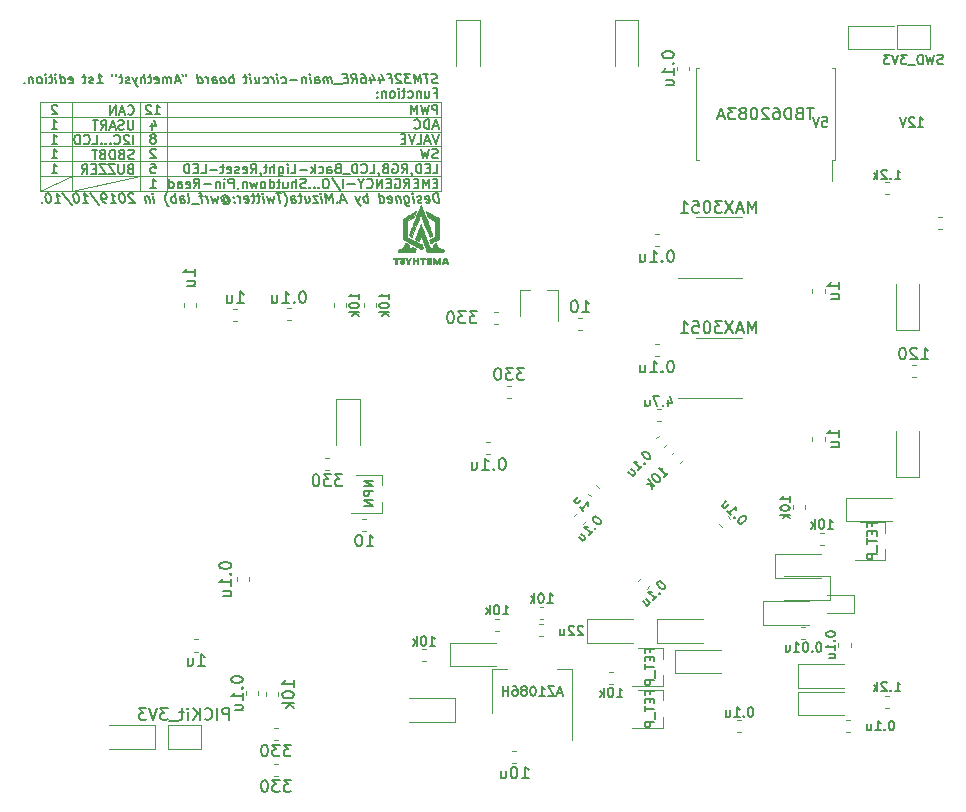
<source format=gbr>
G04 #@! TF.GenerationSoftware,KiCad,Pcbnew,(5.1.4)-1*
G04 #@! TF.CreationDate,2019-10-10T13:13:50+09:00*
G04 #@! TF.ProjectId,stm32f446_main,73746d33-3266-4343-9436-5f6d61696e2e,rev?*
G04 #@! TF.SameCoordinates,Original*
G04 #@! TF.FileFunction,Legend,Bot*
G04 #@! TF.FilePolarity,Positive*
%FSLAX46Y46*%
G04 Gerber Fmt 4.6, Leading zero omitted, Abs format (unit mm)*
G04 Created by KiCad (PCBNEW (5.1.4)-1) date 2019-10-10 13:13:50*
%MOMM*%
%LPD*%
G04 APERTURE LIST*
%ADD10C,0.150000*%
%ADD11C,0.200000*%
%ADD12C,0.120000*%
%ADD13C,0.010000*%
G04 APERTURE END LIST*
D10*
X184307261Y-71011904D02*
X184207261Y-70211904D01*
X184016785Y-70211904D01*
X183907261Y-70250000D01*
X183840595Y-70326190D01*
X183812023Y-70402380D01*
X183792976Y-70554761D01*
X183807261Y-70669047D01*
X183864404Y-70821428D01*
X183912023Y-70897619D01*
X183997738Y-70973809D01*
X184116785Y-71011904D01*
X184307261Y-71011904D01*
X183197738Y-70973809D02*
X183278690Y-71011904D01*
X183431071Y-71011904D01*
X183502500Y-70973809D01*
X183531071Y-70897619D01*
X183492976Y-70592857D01*
X183445357Y-70516666D01*
X183364404Y-70478571D01*
X183212023Y-70478571D01*
X183140595Y-70516666D01*
X183112023Y-70592857D01*
X183121547Y-70669047D01*
X183512023Y-70745238D01*
X182854880Y-70973809D02*
X182783452Y-71011904D01*
X182631071Y-71011904D01*
X182550119Y-70973809D01*
X182502500Y-70897619D01*
X182497738Y-70859523D01*
X182526309Y-70783333D01*
X182597738Y-70745238D01*
X182712023Y-70745238D01*
X182783452Y-70707142D01*
X182812023Y-70630952D01*
X182807261Y-70592857D01*
X182759642Y-70516666D01*
X182678690Y-70478571D01*
X182564404Y-70478571D01*
X182492976Y-70516666D01*
X182173928Y-71011904D02*
X182107261Y-70478571D01*
X182073928Y-70211904D02*
X182116785Y-70250000D01*
X182083452Y-70288095D01*
X182040595Y-70250000D01*
X182073928Y-70211904D01*
X182083452Y-70288095D01*
X181383452Y-70478571D02*
X181464404Y-71126190D01*
X181512023Y-71202380D01*
X181554880Y-71240476D01*
X181635833Y-71278571D01*
X181750119Y-71278571D01*
X181821547Y-71240476D01*
X181445357Y-70973809D02*
X181526309Y-71011904D01*
X181678690Y-71011904D01*
X181750119Y-70973809D01*
X181783452Y-70935714D01*
X181812023Y-70859523D01*
X181783452Y-70630952D01*
X181735833Y-70554761D01*
X181692976Y-70516666D01*
X181612023Y-70478571D01*
X181459642Y-70478571D01*
X181388214Y-70516666D01*
X181002500Y-70478571D02*
X181069166Y-71011904D01*
X181012023Y-70554761D02*
X180969166Y-70516666D01*
X180888214Y-70478571D01*
X180773928Y-70478571D01*
X180702500Y-70516666D01*
X180673928Y-70592857D01*
X180726309Y-71011904D01*
X180035833Y-70973809D02*
X180116785Y-71011904D01*
X180269166Y-71011904D01*
X180340595Y-70973809D01*
X180369166Y-70897619D01*
X180331071Y-70592857D01*
X180283452Y-70516666D01*
X180202500Y-70478571D01*
X180050119Y-70478571D01*
X179978690Y-70516666D01*
X179950119Y-70592857D01*
X179959642Y-70669047D01*
X180350119Y-70745238D01*
X179316785Y-71011904D02*
X179216785Y-70211904D01*
X179312023Y-70973809D02*
X179392976Y-71011904D01*
X179545357Y-71011904D01*
X179616785Y-70973809D01*
X179650119Y-70935714D01*
X179678690Y-70859523D01*
X179650119Y-70630952D01*
X179602500Y-70554761D01*
X179559642Y-70516666D01*
X179478690Y-70478571D01*
X179326309Y-70478571D01*
X179254880Y-70516666D01*
X178326309Y-71011904D02*
X178226309Y-70211904D01*
X178264404Y-70516666D02*
X178183452Y-70478571D01*
X178031071Y-70478571D01*
X177959642Y-70516666D01*
X177926309Y-70554761D01*
X177897738Y-70630952D01*
X177926309Y-70859523D01*
X177973928Y-70935714D01*
X178016785Y-70973809D01*
X178097738Y-71011904D01*
X178250119Y-71011904D01*
X178321547Y-70973809D01*
X177612023Y-70478571D02*
X177488214Y-71011904D01*
X177231071Y-70478571D02*
X177488214Y-71011904D01*
X177588214Y-71202380D01*
X177631071Y-71240476D01*
X177712023Y-71278571D01*
X176392976Y-70783333D02*
X176012023Y-70783333D01*
X176497738Y-71011904D02*
X176131071Y-70211904D01*
X175964404Y-71011904D01*
X175688214Y-70935714D02*
X175654880Y-70973809D01*
X175697738Y-71011904D01*
X175731071Y-70973809D01*
X175688214Y-70935714D01*
X175697738Y-71011904D01*
X175316785Y-71011904D02*
X175216785Y-70211904D01*
X175021547Y-70783333D01*
X174683452Y-70211904D01*
X174783452Y-71011904D01*
X174402500Y-71011904D02*
X174335833Y-70478571D01*
X174302500Y-70211904D02*
X174345357Y-70250000D01*
X174312023Y-70288095D01*
X174269166Y-70250000D01*
X174302500Y-70211904D01*
X174312023Y-70288095D01*
X174031071Y-70478571D02*
X173612023Y-70478571D01*
X174097738Y-71011904D01*
X173678690Y-71011904D01*
X172964404Y-70478571D02*
X173031071Y-71011904D01*
X173307261Y-70478571D02*
X173359642Y-70897619D01*
X173331071Y-70973809D01*
X173259642Y-71011904D01*
X173145357Y-71011904D01*
X173064404Y-70973809D01*
X173021547Y-70935714D01*
X172697738Y-70478571D02*
X172392976Y-70478571D01*
X172550119Y-70211904D02*
X172635833Y-70897619D01*
X172607261Y-70973809D01*
X172535833Y-71011904D01*
X172459642Y-71011904D01*
X171850119Y-71011904D02*
X171797738Y-70592857D01*
X171826309Y-70516666D01*
X171897738Y-70478571D01*
X172050119Y-70478571D01*
X172131071Y-70516666D01*
X171845357Y-70973809D02*
X171926309Y-71011904D01*
X172116785Y-71011904D01*
X172188214Y-70973809D01*
X172216785Y-70897619D01*
X172207261Y-70821428D01*
X172159642Y-70745238D01*
X172078690Y-70707142D01*
X171888214Y-70707142D01*
X171807261Y-70669047D01*
X171278690Y-71316666D02*
X171312023Y-71278571D01*
X171373928Y-71164285D01*
X171402500Y-71088095D01*
X171426309Y-70973809D01*
X171440595Y-70783333D01*
X171421547Y-70630952D01*
X171359642Y-70440476D01*
X171307261Y-70326190D01*
X171259642Y-70250000D01*
X171169166Y-70135714D01*
X171126309Y-70097619D01*
X170950119Y-70211904D02*
X170492976Y-70211904D01*
X170821547Y-71011904D02*
X170721547Y-70211904D01*
X170335833Y-70478571D02*
X170250119Y-71011904D01*
X170050119Y-70630952D01*
X169945357Y-71011904D01*
X169726309Y-70478571D01*
X169488214Y-71011904D02*
X169421547Y-70478571D01*
X169388214Y-70211904D02*
X169431071Y-70250000D01*
X169397738Y-70288095D01*
X169354880Y-70250000D01*
X169388214Y-70211904D01*
X169397738Y-70288095D01*
X169154880Y-70478571D02*
X168850119Y-70478571D01*
X169007261Y-70211904D02*
X169092976Y-70897619D01*
X169064404Y-70973809D01*
X168992976Y-71011904D01*
X168916785Y-71011904D01*
X168697738Y-70478571D02*
X168392976Y-70478571D01*
X168550119Y-70211904D02*
X168635833Y-70897619D01*
X168607261Y-70973809D01*
X168535833Y-71011904D01*
X168459642Y-71011904D01*
X167883452Y-70973809D02*
X167964404Y-71011904D01*
X168116785Y-71011904D01*
X168188214Y-70973809D01*
X168216785Y-70897619D01*
X168178690Y-70592857D01*
X168131071Y-70516666D01*
X168050119Y-70478571D01*
X167897738Y-70478571D01*
X167826309Y-70516666D01*
X167797738Y-70592857D01*
X167807261Y-70669047D01*
X168197738Y-70745238D01*
X167507261Y-71011904D02*
X167440595Y-70478571D01*
X167459642Y-70630952D02*
X167412023Y-70554761D01*
X167369166Y-70516666D01*
X167288214Y-70478571D01*
X167212023Y-70478571D01*
X167002500Y-70935714D02*
X166969166Y-70973809D01*
X167012023Y-71011904D01*
X167045357Y-70973809D01*
X167002500Y-70935714D01*
X167012023Y-71011904D01*
X166950119Y-70516666D02*
X166916785Y-70554761D01*
X166959642Y-70592857D01*
X166992976Y-70554761D01*
X166950119Y-70516666D01*
X166959642Y-70592857D01*
X166088214Y-70630952D02*
X166121547Y-70592857D01*
X166192976Y-70554761D01*
X166269166Y-70554761D01*
X166350119Y-70592857D01*
X166392976Y-70630952D01*
X166440595Y-70707142D01*
X166450119Y-70783333D01*
X166421547Y-70859523D01*
X166388214Y-70897619D01*
X166316785Y-70935714D01*
X166240595Y-70935714D01*
X166159642Y-70897619D01*
X166116785Y-70859523D01*
X166078690Y-70554761D02*
X166116785Y-70859523D01*
X166083452Y-70897619D01*
X166045357Y-70897619D01*
X165964404Y-70859523D01*
X165916785Y-70783333D01*
X165892976Y-70592857D01*
X165954880Y-70478571D01*
X166059642Y-70402380D01*
X166207261Y-70364285D01*
X166364404Y-70402380D01*
X166488214Y-70478571D01*
X166578690Y-70592857D01*
X166635833Y-70745238D01*
X166616785Y-70897619D01*
X166554880Y-71011904D01*
X166450119Y-71088095D01*
X166302500Y-71126190D01*
X166145357Y-71088095D01*
X166021547Y-71011904D01*
X165612023Y-70478571D02*
X165526309Y-71011904D01*
X165326309Y-70630952D01*
X165221547Y-71011904D01*
X165002500Y-70478571D01*
X164764404Y-71011904D02*
X164697738Y-70478571D01*
X164716785Y-70630952D02*
X164669166Y-70554761D01*
X164626309Y-70516666D01*
X164545357Y-70478571D01*
X164469166Y-70478571D01*
X164316785Y-70478571D02*
X164012023Y-70478571D01*
X164269166Y-71011904D02*
X164183452Y-70326190D01*
X164135833Y-70250000D01*
X164054880Y-70211904D01*
X163978690Y-70211904D01*
X164012023Y-71088095D02*
X163402500Y-71088095D01*
X163088214Y-71011904D02*
X163159642Y-70973809D01*
X163188214Y-70897619D01*
X163102500Y-70211904D01*
X162440595Y-71011904D02*
X162388214Y-70592857D01*
X162416785Y-70516666D01*
X162488214Y-70478571D01*
X162640595Y-70478571D01*
X162721547Y-70516666D01*
X162435833Y-70973809D02*
X162516785Y-71011904D01*
X162707261Y-71011904D01*
X162778690Y-70973809D01*
X162807261Y-70897619D01*
X162797738Y-70821428D01*
X162750119Y-70745238D01*
X162669166Y-70707142D01*
X162478690Y-70707142D01*
X162397738Y-70669047D01*
X162059642Y-71011904D02*
X161959642Y-70211904D01*
X161997738Y-70516666D02*
X161916785Y-70478571D01*
X161764404Y-70478571D01*
X161692976Y-70516666D01*
X161659642Y-70554761D01*
X161631071Y-70630952D01*
X161659642Y-70859523D01*
X161707261Y-70935714D01*
X161750119Y-70973809D01*
X161831071Y-71011904D01*
X161983452Y-71011904D01*
X162054880Y-70973809D01*
X161450119Y-71316666D02*
X161407261Y-71278571D01*
X161316785Y-71164285D01*
X161269166Y-71088095D01*
X161216785Y-70973809D01*
X161154880Y-70783333D01*
X161135833Y-70630952D01*
X161150119Y-70440476D01*
X161173928Y-70326190D01*
X161202500Y-70250000D01*
X161264404Y-70135714D01*
X161297738Y-70097619D01*
X160192976Y-71011904D02*
X160126309Y-70478571D01*
X160092976Y-70211904D02*
X160135833Y-70250000D01*
X160102500Y-70288095D01*
X160059642Y-70250000D01*
X160092976Y-70211904D01*
X160102500Y-70288095D01*
X159745357Y-70478571D02*
X159812023Y-71011904D01*
X159754880Y-70554761D02*
X159712023Y-70516666D01*
X159631071Y-70478571D01*
X159516785Y-70478571D01*
X159445357Y-70516666D01*
X159416785Y-70592857D01*
X159469166Y-71011904D01*
X158426309Y-70288095D02*
X158383452Y-70250000D01*
X158302500Y-70211904D01*
X158112023Y-70211904D01*
X158040595Y-70250000D01*
X158007261Y-70288095D01*
X157978690Y-70364285D01*
X157988214Y-70440476D01*
X158040595Y-70554761D01*
X158554880Y-71011904D01*
X158059642Y-71011904D01*
X157464404Y-70211904D02*
X157388214Y-70211904D01*
X157316785Y-70250000D01*
X157283452Y-70288095D01*
X157254880Y-70364285D01*
X157235833Y-70516666D01*
X157259642Y-70707142D01*
X157316785Y-70859523D01*
X157364404Y-70935714D01*
X157407261Y-70973809D01*
X157488214Y-71011904D01*
X157564404Y-71011904D01*
X157635833Y-70973809D01*
X157669166Y-70935714D01*
X157697738Y-70859523D01*
X157716785Y-70707142D01*
X157692976Y-70516666D01*
X157635833Y-70364285D01*
X157588214Y-70288095D01*
X157545357Y-70250000D01*
X157464404Y-70211904D01*
X156535833Y-71011904D02*
X156992976Y-71011904D01*
X156764404Y-71011904D02*
X156664404Y-70211904D01*
X156754880Y-70326190D01*
X156840595Y-70402380D01*
X156921547Y-70440476D01*
X156154880Y-71011904D02*
X156002500Y-71011904D01*
X155921547Y-70973809D01*
X155878690Y-70935714D01*
X155788214Y-70821428D01*
X155731071Y-70669047D01*
X155692976Y-70364285D01*
X155721547Y-70288095D01*
X155754880Y-70250000D01*
X155826309Y-70211904D01*
X155978690Y-70211904D01*
X156059642Y-70250000D01*
X156102500Y-70288095D01*
X156150119Y-70364285D01*
X156173928Y-70554761D01*
X156145357Y-70630952D01*
X156112023Y-70669047D01*
X156040595Y-70707142D01*
X155888214Y-70707142D01*
X155807261Y-70669047D01*
X155764404Y-70630952D01*
X155716785Y-70554761D01*
X154754880Y-70173809D02*
X155569166Y-71202380D01*
X154173928Y-71011904D02*
X154631071Y-71011904D01*
X154402500Y-71011904D02*
X154302500Y-70211904D01*
X154392976Y-70326190D01*
X154478690Y-70402380D01*
X154559642Y-70440476D01*
X153578690Y-70211904D02*
X153502500Y-70211904D01*
X153431071Y-70250000D01*
X153397738Y-70288095D01*
X153369166Y-70364285D01*
X153350119Y-70516666D01*
X153373928Y-70707142D01*
X153431071Y-70859523D01*
X153478690Y-70935714D01*
X153521547Y-70973809D01*
X153602500Y-71011904D01*
X153678690Y-71011904D01*
X153750119Y-70973809D01*
X153783452Y-70935714D01*
X153812023Y-70859523D01*
X153831071Y-70707142D01*
X153807261Y-70516666D01*
X153750119Y-70364285D01*
X153702500Y-70288095D01*
X153659642Y-70250000D01*
X153578690Y-70211904D01*
X152392976Y-70173809D02*
X153207261Y-71202380D01*
X151812023Y-71011904D02*
X152269166Y-71011904D01*
X152040595Y-71011904D02*
X151940595Y-70211904D01*
X152031071Y-70326190D01*
X152116785Y-70402380D01*
X152197738Y-70440476D01*
X151216785Y-70211904D02*
X151140595Y-70211904D01*
X151069166Y-70250000D01*
X151035833Y-70288095D01*
X151007261Y-70364285D01*
X150988214Y-70516666D01*
X151012023Y-70707142D01*
X151069166Y-70859523D01*
X151116785Y-70935714D01*
X151159642Y-70973809D01*
X151240595Y-71011904D01*
X151316785Y-71011904D01*
X151388214Y-70973809D01*
X151421547Y-70935714D01*
X151450119Y-70859523D01*
X151469166Y-70707142D01*
X151445357Y-70516666D01*
X151388214Y-70364285D01*
X151340595Y-70288095D01*
X151297738Y-70250000D01*
X151216785Y-70211904D01*
X150697738Y-70935714D02*
X150664404Y-70973809D01*
X150707261Y-71011904D01*
X150740595Y-70973809D01*
X150697738Y-70935714D01*
X150707261Y-71011904D01*
D11*
X159871428Y-69761904D02*
X160328571Y-69761904D01*
X160100000Y-69761904D02*
X160100000Y-68961904D01*
X160176190Y-69076190D01*
X160252380Y-69152380D01*
X160328571Y-69190476D01*
X160328571Y-66538095D02*
X160290476Y-66500000D01*
X160214285Y-66461904D01*
X160023809Y-66461904D01*
X159947619Y-66500000D01*
X159909523Y-66538095D01*
X159871428Y-66614285D01*
X159871428Y-66690476D01*
X159909523Y-66804761D01*
X160366666Y-67261904D01*
X159871428Y-67261904D01*
X159909523Y-67711904D02*
X160290476Y-67711904D01*
X160328571Y-68092857D01*
X160290476Y-68054761D01*
X160214285Y-68016666D01*
X160023809Y-68016666D01*
X159947619Y-68054761D01*
X159909523Y-68092857D01*
X159871428Y-68169047D01*
X159871428Y-68359523D01*
X159909523Y-68435714D01*
X159947619Y-68473809D01*
X160023809Y-68511904D01*
X160214285Y-68511904D01*
X160290476Y-68473809D01*
X160328571Y-68435714D01*
D12*
X150500000Y-70000000D02*
X153250000Y-68750000D01*
X150500000Y-70000000D02*
X150500000Y-62500000D01*
X159000000Y-68750000D02*
X153250000Y-70000000D01*
D11*
X151521428Y-68511904D02*
X151978571Y-68511904D01*
X151750000Y-68511904D02*
X151750000Y-67711904D01*
X151826190Y-67826190D01*
X151902380Y-67902380D01*
X151978571Y-67940476D01*
X151521428Y-67261904D02*
X151978571Y-67261904D01*
X151750000Y-67261904D02*
X151750000Y-66461904D01*
X151826190Y-66576190D01*
X151902380Y-66652380D01*
X151978571Y-66690476D01*
X151521428Y-66011904D02*
X151978571Y-66011904D01*
X151750000Y-66011904D02*
X151750000Y-65211904D01*
X151826190Y-65326190D01*
X151902380Y-65402380D01*
X151978571Y-65440476D01*
X151521428Y-64761904D02*
X151978571Y-64761904D01*
X151750000Y-64761904D02*
X151750000Y-63961904D01*
X151826190Y-64076190D01*
X151902380Y-64152380D01*
X151978571Y-64190476D01*
X151978571Y-62788095D02*
X151940476Y-62750000D01*
X151864285Y-62711904D01*
X151673809Y-62711904D01*
X151597619Y-62750000D01*
X151559523Y-62788095D01*
X151521428Y-62864285D01*
X151521428Y-62940476D01*
X151559523Y-63054761D01*
X152016666Y-63511904D01*
X151521428Y-63511904D01*
D12*
X159000000Y-62500000D02*
X159000000Y-70000000D01*
X161250000Y-70000000D02*
X161250000Y-62500000D01*
X153250000Y-62500000D02*
X153250000Y-70000000D01*
X184500000Y-62500000D02*
X184500000Y-70000000D01*
X184500000Y-70000000D02*
X150500000Y-70000000D01*
X184500000Y-68750000D02*
X150500000Y-68750000D01*
X184500000Y-67500000D02*
X150500000Y-67500000D01*
X184500000Y-66250000D02*
X150500000Y-66250000D01*
X184500000Y-65000000D02*
X150500000Y-65000000D01*
X184500000Y-63750000D02*
X150500000Y-63750000D01*
X184500000Y-62500000D02*
X150500000Y-62500000D01*
D11*
X184179523Y-69342857D02*
X183912857Y-69342857D01*
X183798571Y-69761904D02*
X184179523Y-69761904D01*
X184179523Y-68961904D01*
X183798571Y-68961904D01*
X183455714Y-69761904D02*
X183455714Y-68961904D01*
X183189047Y-69533333D01*
X182922380Y-68961904D01*
X182922380Y-69761904D01*
X182541428Y-69342857D02*
X182274761Y-69342857D01*
X182160476Y-69761904D02*
X182541428Y-69761904D01*
X182541428Y-68961904D01*
X182160476Y-68961904D01*
X181360476Y-69761904D02*
X181627142Y-69380952D01*
X181817619Y-69761904D02*
X181817619Y-68961904D01*
X181512857Y-68961904D01*
X181436666Y-69000000D01*
X181398571Y-69038095D01*
X181360476Y-69114285D01*
X181360476Y-69228571D01*
X181398571Y-69304761D01*
X181436666Y-69342857D01*
X181512857Y-69380952D01*
X181817619Y-69380952D01*
X180598571Y-69000000D02*
X180674761Y-68961904D01*
X180789047Y-68961904D01*
X180903333Y-69000000D01*
X180979523Y-69076190D01*
X181017619Y-69152380D01*
X181055714Y-69304761D01*
X181055714Y-69419047D01*
X181017619Y-69571428D01*
X180979523Y-69647619D01*
X180903333Y-69723809D01*
X180789047Y-69761904D01*
X180712857Y-69761904D01*
X180598571Y-69723809D01*
X180560476Y-69685714D01*
X180560476Y-69419047D01*
X180712857Y-69419047D01*
X180217619Y-69342857D02*
X179950952Y-69342857D01*
X179836666Y-69761904D02*
X180217619Y-69761904D01*
X180217619Y-68961904D01*
X179836666Y-68961904D01*
X179493809Y-69761904D02*
X179493809Y-68961904D01*
X179036666Y-69761904D01*
X179036666Y-68961904D01*
X178198571Y-69685714D02*
X178236666Y-69723809D01*
X178350952Y-69761904D01*
X178427142Y-69761904D01*
X178541428Y-69723809D01*
X178617619Y-69647619D01*
X178655714Y-69571428D01*
X178693809Y-69419047D01*
X178693809Y-69304761D01*
X178655714Y-69152380D01*
X178617619Y-69076190D01*
X178541428Y-69000000D01*
X178427142Y-68961904D01*
X178350952Y-68961904D01*
X178236666Y-69000000D01*
X178198571Y-69038095D01*
X177703333Y-69380952D02*
X177703333Y-69761904D01*
X177970000Y-68961904D02*
X177703333Y-69380952D01*
X177436666Y-68961904D01*
X177170000Y-69457142D02*
X176560476Y-69457142D01*
X176179523Y-69761904D02*
X176179523Y-68961904D01*
X175227142Y-68923809D02*
X175912857Y-69952380D01*
X174808095Y-68961904D02*
X174655714Y-68961904D01*
X174579523Y-69000000D01*
X174503333Y-69076190D01*
X174465238Y-69228571D01*
X174465238Y-69495238D01*
X174503333Y-69647619D01*
X174579523Y-69723809D01*
X174655714Y-69761904D01*
X174808095Y-69761904D01*
X174884285Y-69723809D01*
X174960476Y-69647619D01*
X174998571Y-69495238D01*
X174998571Y-69228571D01*
X174960476Y-69076190D01*
X174884285Y-69000000D01*
X174808095Y-68961904D01*
X174122380Y-69685714D02*
X174084285Y-69723809D01*
X174122380Y-69761904D01*
X174160476Y-69723809D01*
X174122380Y-69685714D01*
X174122380Y-69761904D01*
X173741428Y-69685714D02*
X173703333Y-69723809D01*
X173741428Y-69761904D01*
X173779523Y-69723809D01*
X173741428Y-69685714D01*
X173741428Y-69761904D01*
X173360476Y-69685714D02*
X173322380Y-69723809D01*
X173360476Y-69761904D01*
X173398571Y-69723809D01*
X173360476Y-69685714D01*
X173360476Y-69761904D01*
X173017619Y-69723809D02*
X172903333Y-69761904D01*
X172712857Y-69761904D01*
X172636666Y-69723809D01*
X172598571Y-69685714D01*
X172560476Y-69609523D01*
X172560476Y-69533333D01*
X172598571Y-69457142D01*
X172636666Y-69419047D01*
X172712857Y-69380952D01*
X172865238Y-69342857D01*
X172941428Y-69304761D01*
X172979523Y-69266666D01*
X173017619Y-69190476D01*
X173017619Y-69114285D01*
X172979523Y-69038095D01*
X172941428Y-69000000D01*
X172865238Y-68961904D01*
X172674761Y-68961904D01*
X172560476Y-69000000D01*
X172217619Y-69761904D02*
X172217619Y-68961904D01*
X171874761Y-69761904D02*
X171874761Y-69342857D01*
X171912857Y-69266666D01*
X171989047Y-69228571D01*
X172103333Y-69228571D01*
X172179523Y-69266666D01*
X172217619Y-69304761D01*
X171150952Y-69228571D02*
X171150952Y-69761904D01*
X171493809Y-69228571D02*
X171493809Y-69647619D01*
X171455714Y-69723809D01*
X171379523Y-69761904D01*
X171265238Y-69761904D01*
X171189047Y-69723809D01*
X171150952Y-69685714D01*
X170884285Y-69228571D02*
X170579523Y-69228571D01*
X170770000Y-68961904D02*
X170770000Y-69647619D01*
X170731904Y-69723809D01*
X170655714Y-69761904D01*
X170579523Y-69761904D01*
X169970000Y-69761904D02*
X169970000Y-68961904D01*
X169970000Y-69723809D02*
X170046190Y-69761904D01*
X170198571Y-69761904D01*
X170274761Y-69723809D01*
X170312857Y-69685714D01*
X170350952Y-69609523D01*
X170350952Y-69380952D01*
X170312857Y-69304761D01*
X170274761Y-69266666D01*
X170198571Y-69228571D01*
X170046190Y-69228571D01*
X169970000Y-69266666D01*
X169474761Y-69761904D02*
X169550952Y-69723809D01*
X169589047Y-69685714D01*
X169627142Y-69609523D01*
X169627142Y-69380952D01*
X169589047Y-69304761D01*
X169550952Y-69266666D01*
X169474761Y-69228571D01*
X169360476Y-69228571D01*
X169284285Y-69266666D01*
X169246190Y-69304761D01*
X169208095Y-69380952D01*
X169208095Y-69609523D01*
X169246190Y-69685714D01*
X169284285Y-69723809D01*
X169360476Y-69761904D01*
X169474761Y-69761904D01*
X168941428Y-69228571D02*
X168789047Y-69761904D01*
X168636666Y-69380952D01*
X168484285Y-69761904D01*
X168331904Y-69228571D01*
X168027142Y-69228571D02*
X168027142Y-69761904D01*
X168027142Y-69304761D02*
X167989047Y-69266666D01*
X167912857Y-69228571D01*
X167798571Y-69228571D01*
X167722380Y-69266666D01*
X167684285Y-69342857D01*
X167684285Y-69761904D01*
X167265238Y-69723809D02*
X167265238Y-69761904D01*
X167303333Y-69838095D01*
X167341428Y-69876190D01*
X166922380Y-69761904D02*
X166922380Y-68961904D01*
X166617619Y-68961904D01*
X166541428Y-69000000D01*
X166503333Y-69038095D01*
X166465238Y-69114285D01*
X166465238Y-69228571D01*
X166503333Y-69304761D01*
X166541428Y-69342857D01*
X166617619Y-69380952D01*
X166922380Y-69380952D01*
X166122380Y-69761904D02*
X166122380Y-69228571D01*
X166122380Y-68961904D02*
X166160476Y-69000000D01*
X166122380Y-69038095D01*
X166084285Y-69000000D01*
X166122380Y-68961904D01*
X166122380Y-69038095D01*
X165741428Y-69228571D02*
X165741428Y-69761904D01*
X165741428Y-69304761D02*
X165703333Y-69266666D01*
X165627142Y-69228571D01*
X165512857Y-69228571D01*
X165436666Y-69266666D01*
X165398571Y-69342857D01*
X165398571Y-69761904D01*
X165017619Y-69457142D02*
X164408095Y-69457142D01*
X163570000Y-69761904D02*
X163836666Y-69380952D01*
X164027142Y-69761904D02*
X164027142Y-68961904D01*
X163722380Y-68961904D01*
X163646190Y-69000000D01*
X163608095Y-69038095D01*
X163570000Y-69114285D01*
X163570000Y-69228571D01*
X163608095Y-69304761D01*
X163646190Y-69342857D01*
X163722380Y-69380952D01*
X164027142Y-69380952D01*
X162922380Y-69723809D02*
X162998571Y-69761904D01*
X163150952Y-69761904D01*
X163227142Y-69723809D01*
X163265238Y-69647619D01*
X163265238Y-69342857D01*
X163227142Y-69266666D01*
X163150952Y-69228571D01*
X162998571Y-69228571D01*
X162922380Y-69266666D01*
X162884285Y-69342857D01*
X162884285Y-69419047D01*
X163265238Y-69495238D01*
X162198571Y-69761904D02*
X162198571Y-69342857D01*
X162236666Y-69266666D01*
X162312857Y-69228571D01*
X162465238Y-69228571D01*
X162541428Y-69266666D01*
X162198571Y-69723809D02*
X162274761Y-69761904D01*
X162465238Y-69761904D01*
X162541428Y-69723809D01*
X162579523Y-69647619D01*
X162579523Y-69571428D01*
X162541428Y-69495238D01*
X162465238Y-69457142D01*
X162274761Y-69457142D01*
X162198571Y-69419047D01*
X161474761Y-69761904D02*
X161474761Y-68961904D01*
X161474761Y-69723809D02*
X161550952Y-69761904D01*
X161703333Y-69761904D01*
X161779523Y-69723809D01*
X161817619Y-69685714D01*
X161855714Y-69609523D01*
X161855714Y-69380952D01*
X161817619Y-69304761D01*
X161779523Y-69266666D01*
X161703333Y-69228571D01*
X161550952Y-69228571D01*
X161474761Y-69266666D01*
X158162857Y-68142857D02*
X158048571Y-68180952D01*
X158010476Y-68219047D01*
X157972380Y-68295238D01*
X157972380Y-68409523D01*
X158010476Y-68485714D01*
X158048571Y-68523809D01*
X158124761Y-68561904D01*
X158429523Y-68561904D01*
X158429523Y-67761904D01*
X158162857Y-67761904D01*
X158086666Y-67800000D01*
X158048571Y-67838095D01*
X158010476Y-67914285D01*
X158010476Y-67990476D01*
X158048571Y-68066666D01*
X158086666Y-68104761D01*
X158162857Y-68142857D01*
X158429523Y-68142857D01*
X157629523Y-67761904D02*
X157629523Y-68409523D01*
X157591428Y-68485714D01*
X157553333Y-68523809D01*
X157477142Y-68561904D01*
X157324761Y-68561904D01*
X157248571Y-68523809D01*
X157210476Y-68485714D01*
X157172380Y-68409523D01*
X157172380Y-67761904D01*
X156867619Y-67761904D02*
X156334285Y-67761904D01*
X156867619Y-68561904D01*
X156334285Y-68561904D01*
X156105714Y-67761904D02*
X155572380Y-67761904D01*
X156105714Y-68561904D01*
X155572380Y-68561904D01*
X155267619Y-68142857D02*
X155000952Y-68142857D01*
X154886666Y-68561904D02*
X155267619Y-68561904D01*
X155267619Y-67761904D01*
X154886666Y-67761904D01*
X154086666Y-68561904D02*
X154353333Y-68180952D01*
X154543809Y-68561904D02*
X154543809Y-67761904D01*
X154239047Y-67761904D01*
X154162857Y-67800000D01*
X154124761Y-67838095D01*
X154086666Y-67914285D01*
X154086666Y-68028571D01*
X154124761Y-68104761D01*
X154162857Y-68142857D01*
X154239047Y-68180952D01*
X154543809Y-68180952D01*
X158467619Y-67273809D02*
X158353333Y-67311904D01*
X158162857Y-67311904D01*
X158086666Y-67273809D01*
X158048571Y-67235714D01*
X158010476Y-67159523D01*
X158010476Y-67083333D01*
X158048571Y-67007142D01*
X158086666Y-66969047D01*
X158162857Y-66930952D01*
X158315238Y-66892857D01*
X158391428Y-66854761D01*
X158429523Y-66816666D01*
X158467619Y-66740476D01*
X158467619Y-66664285D01*
X158429523Y-66588095D01*
X158391428Y-66550000D01*
X158315238Y-66511904D01*
X158124761Y-66511904D01*
X158010476Y-66550000D01*
X157400952Y-66892857D02*
X157286666Y-66930952D01*
X157248571Y-66969047D01*
X157210476Y-67045238D01*
X157210476Y-67159523D01*
X157248571Y-67235714D01*
X157286666Y-67273809D01*
X157362857Y-67311904D01*
X157667619Y-67311904D01*
X157667619Y-66511904D01*
X157400952Y-66511904D01*
X157324761Y-66550000D01*
X157286666Y-66588095D01*
X157248571Y-66664285D01*
X157248571Y-66740476D01*
X157286666Y-66816666D01*
X157324761Y-66854761D01*
X157400952Y-66892857D01*
X157667619Y-66892857D01*
X156867619Y-67311904D02*
X156867619Y-66511904D01*
X156677142Y-66511904D01*
X156562857Y-66550000D01*
X156486666Y-66626190D01*
X156448571Y-66702380D01*
X156410476Y-66854761D01*
X156410476Y-66969047D01*
X156448571Y-67121428D01*
X156486666Y-67197619D01*
X156562857Y-67273809D01*
X156677142Y-67311904D01*
X156867619Y-67311904D01*
X155800952Y-66892857D02*
X155686666Y-66930952D01*
X155648571Y-66969047D01*
X155610476Y-67045238D01*
X155610476Y-67159523D01*
X155648571Y-67235714D01*
X155686666Y-67273809D01*
X155762857Y-67311904D01*
X156067619Y-67311904D01*
X156067619Y-66511904D01*
X155800952Y-66511904D01*
X155724761Y-66550000D01*
X155686666Y-66588095D01*
X155648571Y-66664285D01*
X155648571Y-66740476D01*
X155686666Y-66816666D01*
X155724761Y-66854761D01*
X155800952Y-66892857D01*
X156067619Y-66892857D01*
X155381904Y-66511904D02*
X154924761Y-66511904D01*
X155153333Y-67311904D02*
X155153333Y-66511904D01*
X158429523Y-66061904D02*
X158429523Y-65261904D01*
X158086666Y-65338095D02*
X158048571Y-65300000D01*
X157972380Y-65261904D01*
X157781904Y-65261904D01*
X157705714Y-65300000D01*
X157667619Y-65338095D01*
X157629523Y-65414285D01*
X157629523Y-65490476D01*
X157667619Y-65604761D01*
X158124761Y-66061904D01*
X157629523Y-66061904D01*
X156829523Y-65985714D02*
X156867619Y-66023809D01*
X156981904Y-66061904D01*
X157058095Y-66061904D01*
X157172380Y-66023809D01*
X157248571Y-65947619D01*
X157286666Y-65871428D01*
X157324761Y-65719047D01*
X157324761Y-65604761D01*
X157286666Y-65452380D01*
X157248571Y-65376190D01*
X157172380Y-65300000D01*
X157058095Y-65261904D01*
X156981904Y-65261904D01*
X156867619Y-65300000D01*
X156829523Y-65338095D01*
X156486666Y-65985714D02*
X156448571Y-66023809D01*
X156486666Y-66061904D01*
X156524761Y-66023809D01*
X156486666Y-65985714D01*
X156486666Y-66061904D01*
X156105714Y-65985714D02*
X156067619Y-66023809D01*
X156105714Y-66061904D01*
X156143809Y-66023809D01*
X156105714Y-65985714D01*
X156105714Y-66061904D01*
X155724761Y-65985714D02*
X155686666Y-66023809D01*
X155724761Y-66061904D01*
X155762857Y-66023809D01*
X155724761Y-65985714D01*
X155724761Y-66061904D01*
X154962857Y-66061904D02*
X155343809Y-66061904D01*
X155343809Y-65261904D01*
X154239047Y-65985714D02*
X154277142Y-66023809D01*
X154391428Y-66061904D01*
X154467619Y-66061904D01*
X154581904Y-66023809D01*
X154658095Y-65947619D01*
X154696190Y-65871428D01*
X154734285Y-65719047D01*
X154734285Y-65604761D01*
X154696190Y-65452380D01*
X154658095Y-65376190D01*
X154581904Y-65300000D01*
X154467619Y-65261904D01*
X154391428Y-65261904D01*
X154277142Y-65300000D01*
X154239047Y-65338095D01*
X153896190Y-66061904D02*
X153896190Y-65261904D01*
X153705714Y-65261904D01*
X153591428Y-65300000D01*
X153515238Y-65376190D01*
X153477142Y-65452380D01*
X153439047Y-65604761D01*
X153439047Y-65719047D01*
X153477142Y-65871428D01*
X153515238Y-65947619D01*
X153591428Y-66023809D01*
X153705714Y-66061904D01*
X153896190Y-66061904D01*
X158429523Y-64011904D02*
X158429523Y-64659523D01*
X158391428Y-64735714D01*
X158353333Y-64773809D01*
X158277142Y-64811904D01*
X158124761Y-64811904D01*
X158048571Y-64773809D01*
X158010476Y-64735714D01*
X157972380Y-64659523D01*
X157972380Y-64011904D01*
X157629523Y-64773809D02*
X157515238Y-64811904D01*
X157324761Y-64811904D01*
X157248571Y-64773809D01*
X157210476Y-64735714D01*
X157172380Y-64659523D01*
X157172380Y-64583333D01*
X157210476Y-64507142D01*
X157248571Y-64469047D01*
X157324761Y-64430952D01*
X157477142Y-64392857D01*
X157553333Y-64354761D01*
X157591428Y-64316666D01*
X157629523Y-64240476D01*
X157629523Y-64164285D01*
X157591428Y-64088095D01*
X157553333Y-64050000D01*
X157477142Y-64011904D01*
X157286666Y-64011904D01*
X157172380Y-64050000D01*
X156867619Y-64583333D02*
X156486666Y-64583333D01*
X156943809Y-64811904D02*
X156677142Y-64011904D01*
X156410476Y-64811904D01*
X155686666Y-64811904D02*
X155953333Y-64430952D01*
X156143809Y-64811904D02*
X156143809Y-64011904D01*
X155839047Y-64011904D01*
X155762857Y-64050000D01*
X155724761Y-64088095D01*
X155686666Y-64164285D01*
X155686666Y-64278571D01*
X155724761Y-64354761D01*
X155762857Y-64392857D01*
X155839047Y-64430952D01*
X156143809Y-64430952D01*
X155458095Y-64011904D02*
X155000952Y-64011904D01*
X155229523Y-64811904D02*
X155229523Y-64011904D01*
X157972380Y-63485714D02*
X158010476Y-63523809D01*
X158124761Y-63561904D01*
X158200952Y-63561904D01*
X158315238Y-63523809D01*
X158391428Y-63447619D01*
X158429523Y-63371428D01*
X158467619Y-63219047D01*
X158467619Y-63104761D01*
X158429523Y-62952380D01*
X158391428Y-62876190D01*
X158315238Y-62800000D01*
X158200952Y-62761904D01*
X158124761Y-62761904D01*
X158010476Y-62800000D01*
X157972380Y-62838095D01*
X157667619Y-63333333D02*
X157286666Y-63333333D01*
X157743809Y-63561904D02*
X157477142Y-62761904D01*
X157210476Y-63561904D01*
X156943809Y-63561904D02*
X156943809Y-62761904D01*
X156486666Y-63561904D01*
X156486666Y-62761904D01*
X183798571Y-68511904D02*
X184179523Y-68511904D01*
X184179523Y-67711904D01*
X183531904Y-68092857D02*
X183265238Y-68092857D01*
X183150952Y-68511904D02*
X183531904Y-68511904D01*
X183531904Y-67711904D01*
X183150952Y-67711904D01*
X182808095Y-68511904D02*
X182808095Y-67711904D01*
X182617619Y-67711904D01*
X182503333Y-67750000D01*
X182427142Y-67826190D01*
X182389047Y-67902380D01*
X182350952Y-68054761D01*
X182350952Y-68169047D01*
X182389047Y-68321428D01*
X182427142Y-68397619D01*
X182503333Y-68473809D01*
X182617619Y-68511904D01*
X182808095Y-68511904D01*
X181970000Y-68473809D02*
X181970000Y-68511904D01*
X182008095Y-68588095D01*
X182046190Y-68626190D01*
X181170000Y-68511904D02*
X181436666Y-68130952D01*
X181627142Y-68511904D02*
X181627142Y-67711904D01*
X181322380Y-67711904D01*
X181246190Y-67750000D01*
X181208095Y-67788095D01*
X181170000Y-67864285D01*
X181170000Y-67978571D01*
X181208095Y-68054761D01*
X181246190Y-68092857D01*
X181322380Y-68130952D01*
X181627142Y-68130952D01*
X180408095Y-67750000D02*
X180484285Y-67711904D01*
X180598571Y-67711904D01*
X180712857Y-67750000D01*
X180789047Y-67826190D01*
X180827142Y-67902380D01*
X180865238Y-68054761D01*
X180865238Y-68169047D01*
X180827142Y-68321428D01*
X180789047Y-68397619D01*
X180712857Y-68473809D01*
X180598571Y-68511904D01*
X180522380Y-68511904D01*
X180408095Y-68473809D01*
X180370000Y-68435714D01*
X180370000Y-68169047D01*
X180522380Y-68169047D01*
X179760476Y-68092857D02*
X179646190Y-68130952D01*
X179608095Y-68169047D01*
X179570000Y-68245238D01*
X179570000Y-68359523D01*
X179608095Y-68435714D01*
X179646190Y-68473809D01*
X179722380Y-68511904D01*
X180027142Y-68511904D01*
X180027142Y-67711904D01*
X179760476Y-67711904D01*
X179684285Y-67750000D01*
X179646190Y-67788095D01*
X179608095Y-67864285D01*
X179608095Y-67940476D01*
X179646190Y-68016666D01*
X179684285Y-68054761D01*
X179760476Y-68092857D01*
X180027142Y-68092857D01*
X179189047Y-68473809D02*
X179189047Y-68511904D01*
X179227142Y-68588095D01*
X179265238Y-68626190D01*
X178465238Y-68511904D02*
X178846190Y-68511904D01*
X178846190Y-67711904D01*
X177741428Y-68435714D02*
X177779523Y-68473809D01*
X177893809Y-68511904D01*
X177970000Y-68511904D01*
X178084285Y-68473809D01*
X178160476Y-68397619D01*
X178198571Y-68321428D01*
X178236666Y-68169047D01*
X178236666Y-68054761D01*
X178198571Y-67902380D01*
X178160476Y-67826190D01*
X178084285Y-67750000D01*
X177970000Y-67711904D01*
X177893809Y-67711904D01*
X177779523Y-67750000D01*
X177741428Y-67788095D01*
X177398571Y-68511904D02*
X177398571Y-67711904D01*
X177208095Y-67711904D01*
X177093809Y-67750000D01*
X177017619Y-67826190D01*
X176979523Y-67902380D01*
X176941428Y-68054761D01*
X176941428Y-68169047D01*
X176979523Y-68321428D01*
X177017619Y-68397619D01*
X177093809Y-68473809D01*
X177208095Y-68511904D01*
X177398571Y-68511904D01*
X176789047Y-68588095D02*
X176179523Y-68588095D01*
X175722380Y-68092857D02*
X175608095Y-68130952D01*
X175570000Y-68169047D01*
X175531904Y-68245238D01*
X175531904Y-68359523D01*
X175570000Y-68435714D01*
X175608095Y-68473809D01*
X175684285Y-68511904D01*
X175989047Y-68511904D01*
X175989047Y-67711904D01*
X175722380Y-67711904D01*
X175646190Y-67750000D01*
X175608095Y-67788095D01*
X175570000Y-67864285D01*
X175570000Y-67940476D01*
X175608095Y-68016666D01*
X175646190Y-68054761D01*
X175722380Y-68092857D01*
X175989047Y-68092857D01*
X174846190Y-68511904D02*
X174846190Y-68092857D01*
X174884285Y-68016666D01*
X174960476Y-67978571D01*
X175112857Y-67978571D01*
X175189047Y-68016666D01*
X174846190Y-68473809D02*
X174922380Y-68511904D01*
X175112857Y-68511904D01*
X175189047Y-68473809D01*
X175227142Y-68397619D01*
X175227142Y-68321428D01*
X175189047Y-68245238D01*
X175112857Y-68207142D01*
X174922380Y-68207142D01*
X174846190Y-68169047D01*
X174122380Y-68473809D02*
X174198571Y-68511904D01*
X174350952Y-68511904D01*
X174427142Y-68473809D01*
X174465238Y-68435714D01*
X174503333Y-68359523D01*
X174503333Y-68130952D01*
X174465238Y-68054761D01*
X174427142Y-68016666D01*
X174350952Y-67978571D01*
X174198571Y-67978571D01*
X174122380Y-68016666D01*
X173779523Y-68511904D02*
X173779523Y-67711904D01*
X173703333Y-68207142D02*
X173474761Y-68511904D01*
X173474761Y-67978571D02*
X173779523Y-68283333D01*
X173131904Y-68207142D02*
X172522380Y-68207142D01*
X171760476Y-68511904D02*
X172141428Y-68511904D01*
X172141428Y-67711904D01*
X171493809Y-68511904D02*
X171493809Y-67978571D01*
X171493809Y-67711904D02*
X171531904Y-67750000D01*
X171493809Y-67788095D01*
X171455714Y-67750000D01*
X171493809Y-67711904D01*
X171493809Y-67788095D01*
X170770000Y-67978571D02*
X170770000Y-68626190D01*
X170808095Y-68702380D01*
X170846190Y-68740476D01*
X170922380Y-68778571D01*
X171036666Y-68778571D01*
X171112857Y-68740476D01*
X170770000Y-68473809D02*
X170846190Y-68511904D01*
X170998571Y-68511904D01*
X171074761Y-68473809D01*
X171112857Y-68435714D01*
X171150952Y-68359523D01*
X171150952Y-68130952D01*
X171112857Y-68054761D01*
X171074761Y-68016666D01*
X170998571Y-67978571D01*
X170846190Y-67978571D01*
X170770000Y-68016666D01*
X170389047Y-68511904D02*
X170389047Y-67711904D01*
X170046190Y-68511904D02*
X170046190Y-68092857D01*
X170084285Y-68016666D01*
X170160476Y-67978571D01*
X170274761Y-67978571D01*
X170350952Y-68016666D01*
X170389047Y-68054761D01*
X169779523Y-67978571D02*
X169474761Y-67978571D01*
X169665238Y-67711904D02*
X169665238Y-68397619D01*
X169627142Y-68473809D01*
X169550952Y-68511904D01*
X169474761Y-68511904D01*
X169170000Y-68473809D02*
X169170000Y-68511904D01*
X169208095Y-68588095D01*
X169246190Y-68626190D01*
X168370000Y-68511904D02*
X168636666Y-68130952D01*
X168827142Y-68511904D02*
X168827142Y-67711904D01*
X168522380Y-67711904D01*
X168446190Y-67750000D01*
X168408095Y-67788095D01*
X168370000Y-67864285D01*
X168370000Y-67978571D01*
X168408095Y-68054761D01*
X168446190Y-68092857D01*
X168522380Y-68130952D01*
X168827142Y-68130952D01*
X167722380Y-68473809D02*
X167798571Y-68511904D01*
X167950952Y-68511904D01*
X168027142Y-68473809D01*
X168065238Y-68397619D01*
X168065238Y-68092857D01*
X168027142Y-68016666D01*
X167950952Y-67978571D01*
X167798571Y-67978571D01*
X167722380Y-68016666D01*
X167684285Y-68092857D01*
X167684285Y-68169047D01*
X168065238Y-68245238D01*
X167379523Y-68473809D02*
X167303333Y-68511904D01*
X167150952Y-68511904D01*
X167074761Y-68473809D01*
X167036666Y-68397619D01*
X167036666Y-68359523D01*
X167074761Y-68283333D01*
X167150952Y-68245238D01*
X167265238Y-68245238D01*
X167341428Y-68207142D01*
X167379523Y-68130952D01*
X167379523Y-68092857D01*
X167341428Y-68016666D01*
X167265238Y-67978571D01*
X167150952Y-67978571D01*
X167074761Y-68016666D01*
X166389047Y-68473809D02*
X166465238Y-68511904D01*
X166617619Y-68511904D01*
X166693809Y-68473809D01*
X166731904Y-68397619D01*
X166731904Y-68092857D01*
X166693809Y-68016666D01*
X166617619Y-67978571D01*
X166465238Y-67978571D01*
X166389047Y-68016666D01*
X166350952Y-68092857D01*
X166350952Y-68169047D01*
X166731904Y-68245238D01*
X166122380Y-67978571D02*
X165817619Y-67978571D01*
X166008095Y-67711904D02*
X166008095Y-68397619D01*
X165970000Y-68473809D01*
X165893809Y-68511904D01*
X165817619Y-68511904D01*
X165550952Y-68207142D02*
X164941428Y-68207142D01*
X164179523Y-68511904D02*
X164560476Y-68511904D01*
X164560476Y-67711904D01*
X163912857Y-68092857D02*
X163646190Y-68092857D01*
X163531904Y-68511904D02*
X163912857Y-68511904D01*
X163912857Y-67711904D01*
X163531904Y-67711904D01*
X163189047Y-68511904D02*
X163189047Y-67711904D01*
X162998571Y-67711904D01*
X162884285Y-67750000D01*
X162808095Y-67826190D01*
X162770000Y-67902380D01*
X162731904Y-68054761D01*
X162731904Y-68169047D01*
X162770000Y-68321428D01*
X162808095Y-68397619D01*
X162884285Y-68473809D01*
X162998571Y-68511904D01*
X163189047Y-68511904D01*
X184217619Y-67223809D02*
X184103333Y-67261904D01*
X183912857Y-67261904D01*
X183836666Y-67223809D01*
X183798571Y-67185714D01*
X183760476Y-67109523D01*
X183760476Y-67033333D01*
X183798571Y-66957142D01*
X183836666Y-66919047D01*
X183912857Y-66880952D01*
X184065238Y-66842857D01*
X184141428Y-66804761D01*
X184179523Y-66766666D01*
X184217619Y-66690476D01*
X184217619Y-66614285D01*
X184179523Y-66538095D01*
X184141428Y-66500000D01*
X184065238Y-66461904D01*
X183874761Y-66461904D01*
X183760476Y-66500000D01*
X183493809Y-66461904D02*
X183303333Y-67261904D01*
X183150952Y-66690476D01*
X182998571Y-67261904D01*
X182808095Y-66461904D01*
X160176190Y-65554761D02*
X160252380Y-65516666D01*
X160290476Y-65478571D01*
X160328571Y-65402380D01*
X160328571Y-65364285D01*
X160290476Y-65288095D01*
X160252380Y-65250000D01*
X160176190Y-65211904D01*
X160023809Y-65211904D01*
X159947619Y-65250000D01*
X159909523Y-65288095D01*
X159871428Y-65364285D01*
X159871428Y-65402380D01*
X159909523Y-65478571D01*
X159947619Y-65516666D01*
X160023809Y-65554761D01*
X160176190Y-65554761D01*
X160252380Y-65592857D01*
X160290476Y-65630952D01*
X160328571Y-65707142D01*
X160328571Y-65859523D01*
X160290476Y-65935714D01*
X160252380Y-65973809D01*
X160176190Y-66011904D01*
X160023809Y-66011904D01*
X159947619Y-65973809D01*
X159909523Y-65935714D01*
X159871428Y-65859523D01*
X159871428Y-65707142D01*
X159909523Y-65630952D01*
X159947619Y-65592857D01*
X160023809Y-65554761D01*
X159997619Y-64278571D02*
X159997619Y-64811904D01*
X160188095Y-63973809D02*
X160378571Y-64545238D01*
X159883333Y-64545238D01*
X160252380Y-63511904D02*
X160709523Y-63511904D01*
X160480952Y-63511904D02*
X160480952Y-62711904D01*
X160557142Y-62826190D01*
X160633333Y-62902380D01*
X160709523Y-62940476D01*
X159947619Y-62788095D02*
X159909523Y-62750000D01*
X159833333Y-62711904D01*
X159642857Y-62711904D01*
X159566666Y-62750000D01*
X159528571Y-62788095D01*
X159490476Y-62864285D01*
X159490476Y-62940476D01*
X159528571Y-63054761D01*
X159985714Y-63511904D01*
X159490476Y-63511904D01*
X184293809Y-65211904D02*
X184027142Y-66011904D01*
X183760476Y-65211904D01*
X183531904Y-65783333D02*
X183150952Y-65783333D01*
X183608095Y-66011904D02*
X183341428Y-65211904D01*
X183074761Y-66011904D01*
X182427142Y-66011904D02*
X182808095Y-66011904D01*
X182808095Y-65211904D01*
X182274761Y-65211904D02*
X182008095Y-66011904D01*
X181741428Y-65211904D01*
X181474761Y-65592857D02*
X181208095Y-65592857D01*
X181093809Y-66011904D02*
X181474761Y-66011904D01*
X181474761Y-65211904D01*
X181093809Y-65211904D01*
X184217619Y-64533333D02*
X183836666Y-64533333D01*
X184293809Y-64761904D02*
X184027142Y-63961904D01*
X183760476Y-64761904D01*
X183493809Y-64761904D02*
X183493809Y-63961904D01*
X183303333Y-63961904D01*
X183189047Y-64000000D01*
X183112857Y-64076190D01*
X183074761Y-64152380D01*
X183036666Y-64304761D01*
X183036666Y-64419047D01*
X183074761Y-64571428D01*
X183112857Y-64647619D01*
X183189047Y-64723809D01*
X183303333Y-64761904D01*
X183493809Y-64761904D01*
X182236666Y-64685714D02*
X182274761Y-64723809D01*
X182389047Y-64761904D01*
X182465238Y-64761904D01*
X182579523Y-64723809D01*
X182655714Y-64647619D01*
X182693809Y-64571428D01*
X182731904Y-64419047D01*
X182731904Y-64304761D01*
X182693809Y-64152380D01*
X182655714Y-64076190D01*
X182579523Y-64000000D01*
X182465238Y-63961904D01*
X182389047Y-63961904D01*
X182274761Y-64000000D01*
X182236666Y-64038095D01*
X184179523Y-63511904D02*
X184179523Y-62711904D01*
X183874761Y-62711904D01*
X183798571Y-62750000D01*
X183760476Y-62788095D01*
X183722380Y-62864285D01*
X183722380Y-62978571D01*
X183760476Y-63054761D01*
X183798571Y-63092857D01*
X183874761Y-63130952D01*
X184179523Y-63130952D01*
X183455714Y-62711904D02*
X183265238Y-63511904D01*
X183112857Y-62940476D01*
X182960476Y-63511904D01*
X182770000Y-62711904D01*
X182465238Y-63511904D02*
X182465238Y-62711904D01*
X182198571Y-63283333D01*
X181931904Y-62711904D01*
X181931904Y-63511904D01*
X183912857Y-61692857D02*
X184179523Y-61692857D01*
X184179523Y-62111904D02*
X184179523Y-61311904D01*
X183798571Y-61311904D01*
X183150952Y-61578571D02*
X183150952Y-62111904D01*
X183493809Y-61578571D02*
X183493809Y-61997619D01*
X183455714Y-62073809D01*
X183379523Y-62111904D01*
X183265238Y-62111904D01*
X183189047Y-62073809D01*
X183150952Y-62035714D01*
X182770000Y-61578571D02*
X182770000Y-62111904D01*
X182770000Y-61654761D02*
X182731904Y-61616666D01*
X182655714Y-61578571D01*
X182541428Y-61578571D01*
X182465238Y-61616666D01*
X182427142Y-61692857D01*
X182427142Y-62111904D01*
X181703333Y-62073809D02*
X181779523Y-62111904D01*
X181931904Y-62111904D01*
X182008095Y-62073809D01*
X182046190Y-62035714D01*
X182084285Y-61959523D01*
X182084285Y-61730952D01*
X182046190Y-61654761D01*
X182008095Y-61616666D01*
X181931904Y-61578571D01*
X181779523Y-61578571D01*
X181703333Y-61616666D01*
X181474761Y-61578571D02*
X181170000Y-61578571D01*
X181360476Y-61311904D02*
X181360476Y-61997619D01*
X181322380Y-62073809D01*
X181246190Y-62111904D01*
X181170000Y-62111904D01*
X180903333Y-62111904D02*
X180903333Y-61578571D01*
X180903333Y-61311904D02*
X180941428Y-61350000D01*
X180903333Y-61388095D01*
X180865238Y-61350000D01*
X180903333Y-61311904D01*
X180903333Y-61388095D01*
X180408095Y-62111904D02*
X180484285Y-62073809D01*
X180522380Y-62035714D01*
X180560476Y-61959523D01*
X180560476Y-61730952D01*
X180522380Y-61654761D01*
X180484285Y-61616666D01*
X180408095Y-61578571D01*
X180293809Y-61578571D01*
X180217619Y-61616666D01*
X180179523Y-61654761D01*
X180141428Y-61730952D01*
X180141428Y-61959523D01*
X180179523Y-62035714D01*
X180217619Y-62073809D01*
X180293809Y-62111904D01*
X180408095Y-62111904D01*
X179798571Y-61578571D02*
X179798571Y-62111904D01*
X179798571Y-61654761D02*
X179760476Y-61616666D01*
X179684285Y-61578571D01*
X179570000Y-61578571D01*
X179493809Y-61616666D01*
X179455714Y-61692857D01*
X179455714Y-62111904D01*
X179074761Y-62035714D02*
X179036666Y-62073809D01*
X179074761Y-62111904D01*
X179112857Y-62073809D01*
X179074761Y-62035714D01*
X179074761Y-62111904D01*
X179074761Y-61616666D02*
X179036666Y-61654761D01*
X179074761Y-61692857D01*
X179112857Y-61654761D01*
X179074761Y-61616666D01*
X179074761Y-61692857D01*
X184208095Y-60873809D02*
X184098571Y-60911904D01*
X183908095Y-60911904D01*
X183827142Y-60873809D01*
X183784285Y-60835714D01*
X183736666Y-60759523D01*
X183727142Y-60683333D01*
X183755714Y-60607142D01*
X183789047Y-60569047D01*
X183860476Y-60530952D01*
X184008095Y-60492857D01*
X184079523Y-60454761D01*
X184112857Y-60416666D01*
X184141428Y-60340476D01*
X184131904Y-60264285D01*
X184084285Y-60188095D01*
X184041428Y-60150000D01*
X183960476Y-60111904D01*
X183770000Y-60111904D01*
X183660476Y-60150000D01*
X183427142Y-60111904D02*
X182970000Y-60111904D01*
X183298571Y-60911904D02*
X183198571Y-60111904D01*
X182803333Y-60911904D02*
X182703333Y-60111904D01*
X182508095Y-60683333D01*
X182170000Y-60111904D01*
X182270000Y-60911904D01*
X181865238Y-60111904D02*
X181370000Y-60111904D01*
X181674761Y-60416666D01*
X181560476Y-60416666D01*
X181489047Y-60454761D01*
X181455714Y-60492857D01*
X181427142Y-60569047D01*
X181450952Y-60759523D01*
X181498571Y-60835714D01*
X181541428Y-60873809D01*
X181622380Y-60911904D01*
X181850952Y-60911904D01*
X181922380Y-60873809D01*
X181955714Y-60835714D01*
X181074761Y-60188095D02*
X181031904Y-60150000D01*
X180950952Y-60111904D01*
X180760476Y-60111904D01*
X180689047Y-60150000D01*
X180655714Y-60188095D01*
X180627142Y-60264285D01*
X180636666Y-60340476D01*
X180689047Y-60454761D01*
X181203333Y-60911904D01*
X180708095Y-60911904D01*
X180046190Y-60492857D02*
X180312857Y-60492857D01*
X180365238Y-60911904D02*
X180265238Y-60111904D01*
X179884285Y-60111904D01*
X179270000Y-60378571D02*
X179336666Y-60911904D01*
X179422380Y-60073809D02*
X179684285Y-60645238D01*
X179189047Y-60645238D01*
X178508095Y-60378571D02*
X178574761Y-60911904D01*
X178660476Y-60073809D02*
X178922380Y-60645238D01*
X178427142Y-60645238D01*
X177712857Y-60111904D02*
X177865238Y-60111904D01*
X177946190Y-60150000D01*
X177989047Y-60188095D01*
X178079523Y-60302380D01*
X178136666Y-60454761D01*
X178174761Y-60759523D01*
X178146190Y-60835714D01*
X178112857Y-60873809D01*
X178041428Y-60911904D01*
X177889047Y-60911904D01*
X177808095Y-60873809D01*
X177765238Y-60835714D01*
X177717619Y-60759523D01*
X177693809Y-60569047D01*
X177722380Y-60492857D01*
X177755714Y-60454761D01*
X177827142Y-60416666D01*
X177979523Y-60416666D01*
X178060476Y-60454761D01*
X178103333Y-60492857D01*
X178150952Y-60569047D01*
X176936666Y-60911904D02*
X177155714Y-60530952D01*
X177393809Y-60911904D02*
X177293809Y-60111904D01*
X176989047Y-60111904D01*
X176917619Y-60150000D01*
X176884285Y-60188095D01*
X176855714Y-60264285D01*
X176870000Y-60378571D01*
X176917619Y-60454761D01*
X176960476Y-60492857D01*
X177041428Y-60530952D01*
X177346190Y-60530952D01*
X176541428Y-60492857D02*
X176274761Y-60492857D01*
X176212857Y-60911904D02*
X176593809Y-60911904D01*
X176493809Y-60111904D01*
X176112857Y-60111904D01*
X176070000Y-60988095D02*
X175460476Y-60988095D01*
X175260476Y-60911904D02*
X175193809Y-60378571D01*
X175203333Y-60454761D02*
X175160476Y-60416666D01*
X175079523Y-60378571D01*
X174965238Y-60378571D01*
X174893809Y-60416666D01*
X174865238Y-60492857D01*
X174917619Y-60911904D01*
X174865238Y-60492857D02*
X174817619Y-60416666D01*
X174736666Y-60378571D01*
X174622380Y-60378571D01*
X174550952Y-60416666D01*
X174522380Y-60492857D01*
X174574761Y-60911904D01*
X173850952Y-60911904D02*
X173798571Y-60492857D01*
X173827142Y-60416666D01*
X173898571Y-60378571D01*
X174050952Y-60378571D01*
X174131904Y-60416666D01*
X173846190Y-60873809D02*
X173927142Y-60911904D01*
X174117619Y-60911904D01*
X174189047Y-60873809D01*
X174217619Y-60797619D01*
X174208095Y-60721428D01*
X174160476Y-60645238D01*
X174079523Y-60607142D01*
X173889047Y-60607142D01*
X173808095Y-60569047D01*
X173470000Y-60911904D02*
X173403333Y-60378571D01*
X173370000Y-60111904D02*
X173412857Y-60150000D01*
X173379523Y-60188095D01*
X173336666Y-60150000D01*
X173370000Y-60111904D01*
X173379523Y-60188095D01*
X173022380Y-60378571D02*
X173089047Y-60911904D01*
X173031904Y-60454761D02*
X172989047Y-60416666D01*
X172908095Y-60378571D01*
X172793809Y-60378571D01*
X172722380Y-60416666D01*
X172693809Y-60492857D01*
X172746190Y-60911904D01*
X172327142Y-60607142D02*
X171717619Y-60607142D01*
X171027142Y-60873809D02*
X171108095Y-60911904D01*
X171260476Y-60911904D01*
X171331904Y-60873809D01*
X171365238Y-60835714D01*
X171393809Y-60759523D01*
X171365238Y-60530952D01*
X171317619Y-60454761D01*
X171274761Y-60416666D01*
X171193809Y-60378571D01*
X171041428Y-60378571D01*
X170970000Y-60416666D01*
X170689047Y-60911904D02*
X170622380Y-60378571D01*
X170589047Y-60111904D02*
X170631904Y-60150000D01*
X170598571Y-60188095D01*
X170555714Y-60150000D01*
X170589047Y-60111904D01*
X170598571Y-60188095D01*
X170308095Y-60911904D02*
X170241428Y-60378571D01*
X170260476Y-60530952D02*
X170212857Y-60454761D01*
X170170000Y-60416666D01*
X170089047Y-60378571D01*
X170012857Y-60378571D01*
X169465238Y-60873809D02*
X169546190Y-60911904D01*
X169698571Y-60911904D01*
X169770000Y-60873809D01*
X169803333Y-60835714D01*
X169831904Y-60759523D01*
X169803333Y-60530952D01*
X169755714Y-60454761D01*
X169712857Y-60416666D01*
X169631904Y-60378571D01*
X169479523Y-60378571D01*
X169408095Y-60416666D01*
X168717619Y-60378571D02*
X168784285Y-60911904D01*
X169060476Y-60378571D02*
X169112857Y-60797619D01*
X169084285Y-60873809D01*
X169012857Y-60911904D01*
X168898571Y-60911904D01*
X168817619Y-60873809D01*
X168774761Y-60835714D01*
X168403333Y-60911904D02*
X168336666Y-60378571D01*
X168303333Y-60111904D02*
X168346190Y-60150000D01*
X168312857Y-60188095D01*
X168270000Y-60150000D01*
X168303333Y-60111904D01*
X168312857Y-60188095D01*
X168070000Y-60378571D02*
X167765238Y-60378571D01*
X167922380Y-60111904D02*
X168008095Y-60797619D01*
X167979523Y-60873809D01*
X167908095Y-60911904D01*
X167831904Y-60911904D01*
X166955714Y-60911904D02*
X166855714Y-60111904D01*
X166893809Y-60416666D02*
X166812857Y-60378571D01*
X166660476Y-60378571D01*
X166589047Y-60416666D01*
X166555714Y-60454761D01*
X166527142Y-60530952D01*
X166555714Y-60759523D01*
X166603333Y-60835714D01*
X166646190Y-60873809D01*
X166727142Y-60911904D01*
X166879523Y-60911904D01*
X166950952Y-60873809D01*
X166117619Y-60911904D02*
X166189047Y-60873809D01*
X166222380Y-60835714D01*
X166250952Y-60759523D01*
X166222380Y-60530952D01*
X166174761Y-60454761D01*
X166131904Y-60416666D01*
X166050952Y-60378571D01*
X165936666Y-60378571D01*
X165865238Y-60416666D01*
X165831904Y-60454761D01*
X165803333Y-60530952D01*
X165831904Y-60759523D01*
X165879523Y-60835714D01*
X165922380Y-60873809D01*
X166003333Y-60911904D01*
X166117619Y-60911904D01*
X165165238Y-60911904D02*
X165112857Y-60492857D01*
X165141428Y-60416666D01*
X165212857Y-60378571D01*
X165365238Y-60378571D01*
X165446190Y-60416666D01*
X165160476Y-60873809D02*
X165241428Y-60911904D01*
X165431904Y-60911904D01*
X165503333Y-60873809D01*
X165531904Y-60797619D01*
X165522380Y-60721428D01*
X165474761Y-60645238D01*
X165393809Y-60607142D01*
X165203333Y-60607142D01*
X165122380Y-60569047D01*
X164784285Y-60911904D02*
X164717619Y-60378571D01*
X164736666Y-60530952D02*
X164689047Y-60454761D01*
X164646190Y-60416666D01*
X164565238Y-60378571D01*
X164489047Y-60378571D01*
X163946190Y-60911904D02*
X163846190Y-60111904D01*
X163941428Y-60873809D02*
X164022380Y-60911904D01*
X164174761Y-60911904D01*
X164246190Y-60873809D01*
X164279523Y-60835714D01*
X164308095Y-60759523D01*
X164279523Y-60530952D01*
X164231904Y-60454761D01*
X164189047Y-60416666D01*
X164108095Y-60378571D01*
X163955714Y-60378571D01*
X163884285Y-60416666D01*
X162893809Y-60111904D02*
X162912857Y-60264285D01*
X162589047Y-60111904D02*
X162608095Y-60264285D01*
X162355714Y-60683333D02*
X161974761Y-60683333D01*
X162460476Y-60911904D02*
X162093809Y-60111904D01*
X161927142Y-60911904D01*
X161660476Y-60911904D02*
X161593809Y-60378571D01*
X161603333Y-60454761D02*
X161560476Y-60416666D01*
X161479523Y-60378571D01*
X161365238Y-60378571D01*
X161293809Y-60416666D01*
X161265238Y-60492857D01*
X161317619Y-60911904D01*
X161265238Y-60492857D02*
X161217619Y-60416666D01*
X161136666Y-60378571D01*
X161022380Y-60378571D01*
X160950952Y-60416666D01*
X160922380Y-60492857D01*
X160974761Y-60911904D01*
X160284285Y-60873809D02*
X160365238Y-60911904D01*
X160517619Y-60911904D01*
X160589047Y-60873809D01*
X160617619Y-60797619D01*
X160579523Y-60492857D01*
X160531904Y-60416666D01*
X160450952Y-60378571D01*
X160298571Y-60378571D01*
X160227142Y-60416666D01*
X160198571Y-60492857D01*
X160208095Y-60569047D01*
X160598571Y-60645238D01*
X159955714Y-60378571D02*
X159650952Y-60378571D01*
X159808095Y-60111904D02*
X159893809Y-60797619D01*
X159865238Y-60873809D01*
X159793809Y-60911904D01*
X159717619Y-60911904D01*
X159450952Y-60911904D02*
X159350952Y-60111904D01*
X159108095Y-60911904D02*
X159055714Y-60492857D01*
X159084285Y-60416666D01*
X159155714Y-60378571D01*
X159270000Y-60378571D01*
X159350952Y-60416666D01*
X159393809Y-60454761D01*
X158736666Y-60378571D02*
X158612857Y-60911904D01*
X158355714Y-60378571D02*
X158612857Y-60911904D01*
X158712857Y-61102380D01*
X158755714Y-61140476D01*
X158836666Y-61178571D01*
X158150952Y-60873809D02*
X158079523Y-60911904D01*
X157927142Y-60911904D01*
X157846190Y-60873809D01*
X157798571Y-60797619D01*
X157793809Y-60759523D01*
X157822380Y-60683333D01*
X157893809Y-60645238D01*
X158008095Y-60645238D01*
X158079523Y-60607142D01*
X158108095Y-60530952D01*
X158103333Y-60492857D01*
X158055714Y-60416666D01*
X157974761Y-60378571D01*
X157860476Y-60378571D01*
X157789047Y-60416666D01*
X157517619Y-60378571D02*
X157212857Y-60378571D01*
X157370000Y-60111904D02*
X157455714Y-60797619D01*
X157427142Y-60873809D01*
X157355714Y-60911904D01*
X157279523Y-60911904D01*
X156950952Y-60111904D02*
X156970000Y-60264285D01*
X156646190Y-60111904D02*
X156665238Y-60264285D01*
X155374761Y-60911904D02*
X155831904Y-60911904D01*
X155603333Y-60911904D02*
X155503333Y-60111904D01*
X155593809Y-60226190D01*
X155679523Y-60302380D01*
X155760476Y-60340476D01*
X155065238Y-60873809D02*
X154993809Y-60911904D01*
X154841428Y-60911904D01*
X154760476Y-60873809D01*
X154712857Y-60797619D01*
X154708095Y-60759523D01*
X154736666Y-60683333D01*
X154808095Y-60645238D01*
X154922380Y-60645238D01*
X154993809Y-60607142D01*
X155022380Y-60530952D01*
X155017619Y-60492857D01*
X154970000Y-60416666D01*
X154889047Y-60378571D01*
X154774761Y-60378571D01*
X154703333Y-60416666D01*
X154431904Y-60378571D02*
X154127142Y-60378571D01*
X154284285Y-60111904D02*
X154370000Y-60797619D01*
X154341428Y-60873809D01*
X154270000Y-60911904D01*
X154193809Y-60911904D01*
X153008095Y-60873809D02*
X153089047Y-60911904D01*
X153241428Y-60911904D01*
X153312857Y-60873809D01*
X153341428Y-60797619D01*
X153303333Y-60492857D01*
X153255714Y-60416666D01*
X153174761Y-60378571D01*
X153022380Y-60378571D01*
X152950952Y-60416666D01*
X152922380Y-60492857D01*
X152931904Y-60569047D01*
X153322380Y-60645238D01*
X152289047Y-60911904D02*
X152189047Y-60111904D01*
X152284285Y-60873809D02*
X152365238Y-60911904D01*
X152517619Y-60911904D01*
X152589047Y-60873809D01*
X152622380Y-60835714D01*
X152650952Y-60759523D01*
X152622380Y-60530952D01*
X152574761Y-60454761D01*
X152531904Y-60416666D01*
X152450952Y-60378571D01*
X152298571Y-60378571D01*
X152227142Y-60416666D01*
X151908095Y-60911904D02*
X151841428Y-60378571D01*
X151808095Y-60111904D02*
X151850952Y-60150000D01*
X151817619Y-60188095D01*
X151774761Y-60150000D01*
X151808095Y-60111904D01*
X151817619Y-60188095D01*
X151574761Y-60378571D02*
X151270000Y-60378571D01*
X151427142Y-60111904D02*
X151512857Y-60797619D01*
X151484285Y-60873809D01*
X151412857Y-60911904D01*
X151336666Y-60911904D01*
X151070000Y-60911904D02*
X151003333Y-60378571D01*
X150970000Y-60111904D02*
X151012857Y-60150000D01*
X150979523Y-60188095D01*
X150936666Y-60150000D01*
X150970000Y-60111904D01*
X150979523Y-60188095D01*
X150574761Y-60911904D02*
X150646190Y-60873809D01*
X150679523Y-60835714D01*
X150708095Y-60759523D01*
X150679523Y-60530952D01*
X150631904Y-60454761D01*
X150589047Y-60416666D01*
X150508095Y-60378571D01*
X150393809Y-60378571D01*
X150322380Y-60416666D01*
X150289047Y-60454761D01*
X150260476Y-60530952D01*
X150289047Y-60759523D01*
X150336666Y-60835714D01*
X150379523Y-60873809D01*
X150460476Y-60911904D01*
X150574761Y-60911904D01*
X149898571Y-60378571D02*
X149965238Y-60911904D01*
X149908095Y-60454761D02*
X149865238Y-60416666D01*
X149784285Y-60378571D01*
X149670000Y-60378571D01*
X149598571Y-60416666D01*
X149570000Y-60492857D01*
X149622380Y-60911904D01*
X149231904Y-60835714D02*
X149198571Y-60873809D01*
X149241428Y-60911904D01*
X149274761Y-60873809D01*
X149231904Y-60835714D01*
X149241428Y-60911904D01*
D10*
X216752380Y-63761904D02*
X217133333Y-63761904D01*
X217171428Y-64142857D01*
X217133333Y-64104761D01*
X217057142Y-64066666D01*
X216866666Y-64066666D01*
X216790476Y-64104761D01*
X216752380Y-64142857D01*
X216714285Y-64219047D01*
X216714285Y-64409523D01*
X216752380Y-64485714D01*
X216790476Y-64523809D01*
X216866666Y-64561904D01*
X217057142Y-64561904D01*
X217133333Y-64523809D01*
X217171428Y-64485714D01*
X216485714Y-63761904D02*
X216219047Y-64561904D01*
X215952380Y-63761904D01*
X224845238Y-64561904D02*
X225302380Y-64561904D01*
X225073809Y-64561904D02*
X225073809Y-63761904D01*
X225150000Y-63876190D01*
X225226190Y-63952380D01*
X225302380Y-63990476D01*
X224540476Y-63838095D02*
X224502380Y-63800000D01*
X224426190Y-63761904D01*
X224235714Y-63761904D01*
X224159523Y-63800000D01*
X224121428Y-63838095D01*
X224083333Y-63914285D01*
X224083333Y-63990476D01*
X224121428Y-64104761D01*
X224578571Y-64561904D01*
X224083333Y-64561904D01*
X223854761Y-63761904D02*
X223588095Y-64561904D01*
X223321428Y-63761904D01*
D12*
X202912779Y-84010000D02*
X202587221Y-84010000D01*
X202912779Y-82990000D02*
X202587221Y-82990000D01*
X202912779Y-73640000D02*
X202587221Y-73640000D01*
X202912779Y-74660000D02*
X202587221Y-74660000D01*
X188662779Y-91240000D02*
X188337221Y-91240000D01*
X188662779Y-92260000D02*
X188337221Y-92260000D01*
X214997221Y-107920000D02*
X215322779Y-107920000D01*
X214997221Y-106900000D02*
X215322779Y-106900000D01*
X202762221Y-89510000D02*
X203087779Y-89510000D01*
X202762221Y-88490000D02*
X203087779Y-88490000D01*
X196725727Y-97995522D02*
X196495522Y-98225727D01*
X196004478Y-97274273D02*
X195774273Y-97504478D01*
X190537221Y-118410000D02*
X190862779Y-118410000D01*
X190537221Y-117390000D02*
X190862779Y-117390000D01*
X202125727Y-103488675D02*
X201895522Y-103718880D01*
X201404478Y-102767426D02*
X201174273Y-102997631D01*
X215940000Y-91162779D02*
X215940000Y-90837221D01*
X216960000Y-91162779D02*
X216960000Y-90837221D01*
X216960000Y-78662779D02*
X216960000Y-78337221D01*
X215940000Y-78662779D02*
X215940000Y-78337221D01*
X208745522Y-97524273D02*
X208975727Y-97754478D01*
X208024273Y-98245522D02*
X208254478Y-98475727D01*
X192787221Y-106690000D02*
X193112779Y-106690000D01*
X192787221Y-107710000D02*
X193112779Y-107710000D01*
X203395522Y-91675727D02*
X203625727Y-91445522D01*
X202674273Y-90954478D02*
X202904478Y-90724273D01*
X197875727Y-95154478D02*
X197645522Y-94924273D01*
X197154478Y-95875727D02*
X196924273Y-95645522D01*
X171762779Y-80960000D02*
X171437221Y-80960000D01*
X171762779Y-79940000D02*
X171437221Y-79940000D01*
X162690000Y-79862779D02*
X162690000Y-79537221D01*
X163710000Y-79862779D02*
X163710000Y-79537221D01*
X166887221Y-81010000D02*
X167212779Y-81010000D01*
X166887221Y-79990000D02*
X167212779Y-79990000D01*
X163912779Y-109010000D02*
X163587221Y-109010000D01*
X163912779Y-107990000D02*
X163587221Y-107990000D01*
X167190000Y-103062779D02*
X167190000Y-102737221D01*
X168210000Y-103062779D02*
X168210000Y-102737221D01*
X169010000Y-112387221D02*
X169010000Y-112712779D01*
X167990000Y-112387221D02*
X167990000Y-112712779D01*
X209587221Y-114790000D02*
X209912779Y-114790000D01*
X209587221Y-115810000D02*
X209912779Y-115810000D01*
X219112779Y-114790000D02*
X218787221Y-114790000D01*
X219112779Y-115810000D02*
X218787221Y-115810000D01*
X218140000Y-108612779D02*
X218140000Y-108287221D01*
X219160000Y-108612779D02*
X219160000Y-108287221D01*
X214700000Y-112100000D02*
X218600000Y-112100000D01*
X214700000Y-110100000D02*
X218600000Y-110100000D01*
X214700000Y-112100000D02*
X214700000Y-110100000D01*
X212800000Y-102750000D02*
X216700000Y-102750000D01*
X212800000Y-100750000D02*
X216700000Y-100750000D01*
X212800000Y-102750000D02*
X212800000Y-100750000D01*
X218940000Y-58010000D02*
X218940000Y-56010000D01*
X218940000Y-56010000D02*
X222840000Y-56010000D01*
X218940000Y-58010000D02*
X222840000Y-58010000D01*
X204300000Y-110850000D02*
X204300000Y-108850000D01*
X204300000Y-108850000D02*
X208200000Y-108850000D01*
X204300000Y-110850000D02*
X208200000Y-110850000D01*
X225000000Y-94250000D02*
X223000000Y-94250000D01*
X223000000Y-94250000D02*
X223000000Y-90350000D01*
X225000000Y-94250000D02*
X225000000Y-90350000D01*
X225000000Y-81750000D02*
X223000000Y-81750000D01*
X223000000Y-81750000D02*
X223000000Y-77850000D01*
X225000000Y-81750000D02*
X225000000Y-77850000D01*
X185250000Y-110250000D02*
X189150000Y-110250000D01*
X185250000Y-108250000D02*
X189150000Y-108250000D01*
X185250000Y-110250000D02*
X185250000Y-108250000D01*
X185750000Y-55500000D02*
X185750000Y-59400000D01*
X187750000Y-55500000D02*
X187750000Y-59400000D01*
X185750000Y-55500000D02*
X187750000Y-55500000D01*
X199200000Y-55500000D02*
X201200000Y-55500000D01*
X201200000Y-55500000D02*
X201200000Y-59400000D01*
X199200000Y-55500000D02*
X199200000Y-59400000D01*
X175600000Y-87600000D02*
X177600000Y-87600000D01*
X177600000Y-87600000D02*
X177600000Y-91500000D01*
X175600000Y-87600000D02*
X175600000Y-91500000D01*
X211750000Y-106750000D02*
X215650000Y-106750000D01*
X211750000Y-104750000D02*
X215650000Y-104750000D01*
X211750000Y-106750000D02*
X211750000Y-104750000D01*
X214700000Y-114400000D02*
X214700000Y-112400000D01*
X214700000Y-112400000D02*
X218600000Y-112400000D01*
X214700000Y-114400000D02*
X218600000Y-114400000D01*
X196850000Y-108250000D02*
X196850000Y-106250000D01*
X196850000Y-106250000D02*
X200750000Y-106250000D01*
X196850000Y-108250000D02*
X200750000Y-108250000D01*
X217400000Y-102650000D02*
X213500000Y-102650000D01*
X217400000Y-104650000D02*
X213500000Y-104650000D01*
X217400000Y-102650000D02*
X217400000Y-104650000D01*
X202750000Y-108250000D02*
X206650000Y-108250000D01*
X202750000Y-106250000D02*
X206650000Y-106250000D01*
X202750000Y-108250000D02*
X202750000Y-106250000D01*
X185650000Y-112950000D02*
X181750000Y-112950000D01*
X185650000Y-114950000D02*
X181750000Y-114950000D01*
X185650000Y-112950000D02*
X185650000Y-114950000D01*
X218750000Y-98000000D02*
X218750000Y-96000000D01*
X218750000Y-96000000D02*
X222650000Y-96000000D01*
X218750000Y-98000000D02*
X222650000Y-98000000D01*
X225875000Y-58000000D02*
X225875000Y-56000000D01*
X223075000Y-58000000D02*
X225875000Y-58000000D01*
X223075000Y-56000000D02*
X223075000Y-58000000D01*
X225875000Y-56000000D02*
X223075000Y-56000000D01*
X179475000Y-97260000D02*
X179475000Y-96350000D01*
X179475000Y-94950000D02*
X179475000Y-94040000D01*
X176900000Y-97260000D02*
X179475000Y-97260000D01*
X177325000Y-94040000D02*
X179475000Y-94040000D01*
X191140000Y-80575000D02*
X191140000Y-78425000D01*
X194360000Y-81000000D02*
X194360000Y-78425000D01*
X192050000Y-78425000D02*
X191140000Y-78425000D01*
X194360000Y-78425000D02*
X193450000Y-78425000D01*
X222075000Y-101260000D02*
X222075000Y-100350000D01*
X222075000Y-98950000D02*
X222075000Y-98040000D01*
X219500000Y-101260000D02*
X222075000Y-101260000D01*
X219925000Y-98040000D02*
X222075000Y-98040000D01*
X201125000Y-112240000D02*
X203275000Y-112240000D01*
X200700000Y-115460000D02*
X203275000Y-115460000D01*
X203275000Y-113150000D02*
X203275000Y-112240000D01*
X203275000Y-115460000D02*
X203275000Y-114550000D01*
X201125000Y-108690000D02*
X203275000Y-108690000D01*
X200700000Y-111910000D02*
X203275000Y-111910000D01*
X203275000Y-109600000D02*
X203275000Y-108690000D01*
X203275000Y-111910000D02*
X203275000Y-111000000D01*
X204024273Y-92304478D02*
X204254478Y-92074273D01*
X204745522Y-93025727D02*
X204975727Y-92795522D01*
X224337221Y-85760000D02*
X224662779Y-85760000D01*
X224337221Y-84740000D02*
X224662779Y-84740000D01*
X226587221Y-72240000D02*
X226912779Y-72240000D01*
X226587221Y-73260000D02*
X226912779Y-73260000D01*
X177837221Y-98810000D02*
X178162779Y-98810000D01*
X177837221Y-97790000D02*
X178162779Y-97790000D01*
X182887221Y-108790000D02*
X183212779Y-108790000D01*
X182887221Y-109810000D02*
X183212779Y-109810000D01*
X174687221Y-92640000D02*
X175012779Y-92640000D01*
X174687221Y-93660000D02*
X175012779Y-93660000D01*
X176410000Y-79487221D02*
X176410000Y-79812779D01*
X175390000Y-79487221D02*
X175390000Y-79812779D01*
X177940000Y-79487221D02*
X177940000Y-79812779D01*
X178960000Y-79487221D02*
X178960000Y-79812779D01*
X196087221Y-80740000D02*
X196412779Y-80740000D01*
X196087221Y-81760000D02*
X196412779Y-81760000D01*
X188987221Y-81260000D02*
X189312779Y-81260000D01*
X188987221Y-80240000D02*
X189312779Y-80240000D01*
X189087221Y-107260000D02*
X189412779Y-107260000D01*
X189087221Y-106240000D02*
X189412779Y-106240000D01*
X192837221Y-106260000D02*
X193162779Y-106260000D01*
X192837221Y-105240000D02*
X193162779Y-105240000D01*
X222412779Y-112740000D02*
X222087221Y-112740000D01*
X222412779Y-113760000D02*
X222087221Y-113760000D01*
X222087221Y-70310000D02*
X222412779Y-70310000D01*
X222087221Y-69290000D02*
X222412779Y-69290000D01*
X169640000Y-112437221D02*
X169640000Y-112762779D01*
X170660000Y-112437221D02*
X170660000Y-112762779D01*
X199062779Y-111760000D02*
X198737221Y-111760000D01*
X199062779Y-110740000D02*
X198737221Y-110740000D01*
X215300000Y-96627221D02*
X215300000Y-96952779D01*
X214280000Y-96627221D02*
X214280000Y-96952779D01*
X216587221Y-100010000D02*
X216912779Y-100010000D01*
X216587221Y-98990000D02*
X216912779Y-98990000D01*
X190087221Y-86490000D02*
X190412779Y-86490000D01*
X190087221Y-87510000D02*
X190412779Y-87510000D01*
X170662779Y-118490000D02*
X170337221Y-118490000D01*
X170662779Y-119510000D02*
X170337221Y-119510000D01*
X170662779Y-116510000D02*
X170337221Y-116510000D01*
X170662779Y-115490000D02*
X170337221Y-115490000D01*
X208000000Y-87560000D02*
X204550000Y-87560000D01*
X208000000Y-87560000D02*
X209950000Y-87560000D01*
X208000000Y-82440000D02*
X206050000Y-82440000D01*
X208000000Y-82440000D02*
X209950000Y-82440000D01*
X208000000Y-72240000D02*
X209950000Y-72240000D01*
X208000000Y-72240000D02*
X206050000Y-72240000D01*
X208000000Y-77360000D02*
X209950000Y-77360000D01*
X208000000Y-77360000D02*
X204550000Y-77360000D01*
X188790000Y-110490000D02*
X190050000Y-110490000D01*
X195610000Y-110490000D02*
X194350000Y-110490000D01*
X188790000Y-114250000D02*
X188790000Y-110490000D01*
X195610000Y-116500000D02*
X195610000Y-110490000D01*
X206065000Y-63500000D02*
X206065000Y-59640000D01*
X206065000Y-59640000D02*
X206310000Y-59640000D01*
X206065000Y-63500000D02*
X206065000Y-67360000D01*
X206065000Y-67360000D02*
X206310000Y-67360000D01*
X217835000Y-63500000D02*
X217835000Y-59640000D01*
X217835000Y-59640000D02*
X217590000Y-59640000D01*
X217835000Y-63500000D02*
X217835000Y-67360000D01*
X217835000Y-67360000D02*
X217590000Y-67360000D01*
X217590000Y-67360000D02*
X217590000Y-69175000D01*
X160250000Y-115250000D02*
X160250000Y-117250000D01*
X160250000Y-117250000D02*
X156350000Y-117250000D01*
X160250000Y-115250000D02*
X156350000Y-115250000D01*
X161350000Y-115250000D02*
X161350000Y-117250000D01*
X164150000Y-115250000D02*
X161350000Y-115250000D01*
X164150000Y-117250000D02*
X164150000Y-115250000D01*
X161350000Y-117250000D02*
X164150000Y-117250000D01*
X204490000Y-59487221D02*
X204490000Y-59812779D01*
X205510000Y-59487221D02*
X205510000Y-59812779D01*
X217200000Y-104265000D02*
X219485000Y-104265000D01*
X219485000Y-104265000D02*
X219485000Y-105735000D01*
X219485000Y-105735000D02*
X217200000Y-105735000D01*
D13*
G36*
X184675230Y-75872418D02*
G01*
X184642944Y-75947663D01*
X184613162Y-76017179D01*
X184588155Y-76075656D01*
X184570193Y-76117789D01*
X184563032Y-76134701D01*
X184544195Y-76179565D01*
X184597382Y-76179565D01*
X184635501Y-76175873D01*
X184656985Y-76161329D01*
X184666293Y-76145054D01*
X184674479Y-76129700D01*
X184685872Y-76119744D01*
X184705928Y-76114018D01*
X184740105Y-76111353D01*
X184793859Y-76110583D01*
X184827555Y-76110543D01*
X184892433Y-76110826D01*
X184935160Y-76112451D01*
X184961194Y-76116589D01*
X184975991Y-76124405D01*
X184985009Y-76137068D01*
X184988816Y-76145054D01*
X185005278Y-76168697D01*
X185032086Y-76178337D01*
X185057727Y-76179565D01*
X185110914Y-76179565D01*
X185092077Y-76134701D01*
X185080390Y-76107150D01*
X185060069Y-76059543D01*
X185033387Y-75997187D01*
X185033222Y-75996801D01*
X184911039Y-75996801D01*
X184910128Y-76000517D01*
X184891908Y-76008655D01*
X184856506Y-76012896D01*
X184814063Y-76013313D01*
X184774718Y-76009982D01*
X184748611Y-76002977D01*
X184744228Y-75999298D01*
X184744388Y-75980277D01*
X184753689Y-75945745D01*
X184769061Y-75903131D01*
X184787435Y-75859861D01*
X184805742Y-75823361D01*
X184820913Y-75801059D01*
X184827555Y-75797665D01*
X184840238Y-75812385D01*
X184857767Y-75845189D01*
X184876878Y-75888053D01*
X184894303Y-75932958D01*
X184906779Y-75971881D01*
X184911039Y-75996801D01*
X185033222Y-75996801D01*
X185002613Y-75925390D01*
X184979879Y-75872418D01*
X184886519Y-75655000D01*
X184768590Y-75655000D01*
X184675230Y-75872418D01*
X184675230Y-75872418D01*
G37*
X184675230Y-75872418D02*
X184642944Y-75947663D01*
X184613162Y-76017179D01*
X184588155Y-76075656D01*
X184570193Y-76117789D01*
X184563032Y-76134701D01*
X184544195Y-76179565D01*
X184597382Y-76179565D01*
X184635501Y-76175873D01*
X184656985Y-76161329D01*
X184666293Y-76145054D01*
X184674479Y-76129700D01*
X184685872Y-76119744D01*
X184705928Y-76114018D01*
X184740105Y-76111353D01*
X184793859Y-76110583D01*
X184827555Y-76110543D01*
X184892433Y-76110826D01*
X184935160Y-76112451D01*
X184961194Y-76116589D01*
X184975991Y-76124405D01*
X184985009Y-76137068D01*
X184988816Y-76145054D01*
X185005278Y-76168697D01*
X185032086Y-76178337D01*
X185057727Y-76179565D01*
X185110914Y-76179565D01*
X185092077Y-76134701D01*
X185080390Y-76107150D01*
X185060069Y-76059543D01*
X185033387Y-75997187D01*
X185033222Y-75996801D01*
X184911039Y-75996801D01*
X184910128Y-76000517D01*
X184891908Y-76008655D01*
X184856506Y-76012896D01*
X184814063Y-76013313D01*
X184774718Y-76009982D01*
X184748611Y-76002977D01*
X184744228Y-75999298D01*
X184744388Y-75980277D01*
X184753689Y-75945745D01*
X184769061Y-75903131D01*
X184787435Y-75859861D01*
X184805742Y-75823361D01*
X184820913Y-75801059D01*
X184827555Y-75797665D01*
X184840238Y-75812385D01*
X184857767Y-75845189D01*
X184876878Y-75888053D01*
X184894303Y-75932958D01*
X184906779Y-75971881D01*
X184911039Y-75996801D01*
X185033222Y-75996801D01*
X185002613Y-75925390D01*
X184979879Y-75872418D01*
X184886519Y-75655000D01*
X184768590Y-75655000D01*
X184675230Y-75872418D01*
G36*
X184219188Y-75848261D02*
G01*
X184186198Y-75914588D01*
X184156358Y-75971085D01*
X184132055Y-76013493D01*
X184115679Y-76037553D01*
X184110824Y-76041425D01*
X184100063Y-76029561D01*
X184080144Y-75996892D01*
X184053437Y-75947701D01*
X184022312Y-75886269D01*
X184003858Y-75848165D01*
X183911793Y-75655000D01*
X183799131Y-75655000D01*
X183799131Y-76179565D01*
X183895761Y-76179565D01*
X183895761Y-76041521D01*
X183896982Y-75982046D01*
X183900303Y-75935930D01*
X183905210Y-75908603D01*
X183908836Y-75903478D01*
X183919622Y-75915221D01*
X183938846Y-75947056D01*
X183963632Y-75993892D01*
X183986842Y-76041521D01*
X184051774Y-76179565D01*
X184167683Y-76179565D01*
X184232747Y-76041240D01*
X184259868Y-75986565D01*
X184283894Y-75943583D01*
X184302001Y-75917009D01*
X184310754Y-75910913D01*
X184316365Y-75927350D01*
X184320750Y-75964874D01*
X184323298Y-76016972D01*
X184323696Y-76049238D01*
X184323696Y-76179565D01*
X184420326Y-76179565D01*
X184420326Y-75655000D01*
X184312652Y-75655000D01*
X184219188Y-75848261D01*
X184219188Y-75848261D01*
G37*
X184219188Y-75848261D02*
X184186198Y-75914588D01*
X184156358Y-75971085D01*
X184132055Y-76013493D01*
X184115679Y-76037553D01*
X184110824Y-76041425D01*
X184100063Y-76029561D01*
X184080144Y-75996892D01*
X184053437Y-75947701D01*
X184022312Y-75886269D01*
X184003858Y-75848165D01*
X183911793Y-75655000D01*
X183799131Y-75655000D01*
X183799131Y-76179565D01*
X183895761Y-76179565D01*
X183895761Y-76041521D01*
X183896982Y-75982046D01*
X183900303Y-75935930D01*
X183905210Y-75908603D01*
X183908836Y-75903478D01*
X183919622Y-75915221D01*
X183938846Y-75947056D01*
X183963632Y-75993892D01*
X183986842Y-76041521D01*
X184051774Y-76179565D01*
X184167683Y-76179565D01*
X184232747Y-76041240D01*
X184259868Y-75986565D01*
X184283894Y-75943583D01*
X184302001Y-75917009D01*
X184310754Y-75910913D01*
X184316365Y-75927350D01*
X184320750Y-75964874D01*
X184323298Y-76016972D01*
X184323696Y-76049238D01*
X184323696Y-76179565D01*
X184420326Y-76179565D01*
X184420326Y-75655000D01*
X184312652Y-75655000D01*
X184219188Y-75848261D01*
G36*
X183457473Y-75658061D02*
G01*
X183267663Y-75661902D01*
X183263408Y-75713176D01*
X183259153Y-75764451D01*
X183401452Y-75768394D01*
X183543750Y-75772337D01*
X183552402Y-75862065D01*
X183315978Y-75862065D01*
X183315978Y-75957579D01*
X183429864Y-75961588D01*
X183543750Y-75965598D01*
X183548307Y-76005513D01*
X183545799Y-76039036D01*
X183534502Y-76057068D01*
X183513204Y-76062227D01*
X183471597Y-76066264D01*
X183416977Y-76068587D01*
X183388451Y-76068919D01*
X183260761Y-76069130D01*
X183260761Y-76179565D01*
X183647283Y-76179565D01*
X183647283Y-75654221D01*
X183457473Y-75658061D01*
X183457473Y-75658061D01*
G37*
X183457473Y-75658061D02*
X183267663Y-75661902D01*
X183263408Y-75713176D01*
X183259153Y-75764451D01*
X183401452Y-75768394D01*
X183543750Y-75772337D01*
X183552402Y-75862065D01*
X183315978Y-75862065D01*
X183315978Y-75957579D01*
X183429864Y-75961588D01*
X183543750Y-75965598D01*
X183548307Y-76005513D01*
X183545799Y-76039036D01*
X183534502Y-76057068D01*
X183513204Y-76062227D01*
X183471597Y-76066264D01*
X183416977Y-76068587D01*
X183388451Y-76068919D01*
X183260761Y-76069130D01*
X183260761Y-76179565D01*
X183647283Y-76179565D01*
X183647283Y-75654221D01*
X183457473Y-75658061D01*
G36*
X182687881Y-75661902D02*
G01*
X182683596Y-75713668D01*
X182679312Y-75765435D01*
X182874239Y-75765435D01*
X182874239Y-76179565D01*
X182970132Y-76179565D01*
X182977772Y-75772337D01*
X183070951Y-75768255D01*
X183164131Y-75764173D01*
X183164131Y-75654348D01*
X182687881Y-75661902D01*
X182687881Y-75661902D01*
G37*
X182687881Y-75661902D02*
X182683596Y-75713668D01*
X182679312Y-75765435D01*
X182874239Y-75765435D01*
X182874239Y-76179565D01*
X182970132Y-76179565D01*
X182977772Y-75772337D01*
X183070951Y-75768255D01*
X183164131Y-75764173D01*
X183164131Y-75654348D01*
X182687881Y-75661902D01*
G36*
X182518777Y-75657618D02*
G01*
X182467011Y-75661902D01*
X182462955Y-75761983D01*
X182458899Y-75862065D01*
X182197826Y-75862065D01*
X182197826Y-75655000D01*
X182101196Y-75655000D01*
X182101196Y-76179565D01*
X182196617Y-76179565D01*
X182200673Y-76079483D01*
X182204728Y-75979402D01*
X182453207Y-75979402D01*
X182457263Y-76079483D01*
X182461318Y-76179565D01*
X182570544Y-76179565D01*
X182570544Y-75653333D01*
X182518777Y-75657618D01*
X182518777Y-75657618D01*
G37*
X182518777Y-75657618D02*
X182467011Y-75661902D01*
X182462955Y-75761983D01*
X182458899Y-75862065D01*
X182197826Y-75862065D01*
X182197826Y-75655000D01*
X182101196Y-75655000D01*
X182101196Y-76179565D01*
X182196617Y-76179565D01*
X182200673Y-76079483D01*
X182204728Y-75979402D01*
X182453207Y-75979402D01*
X182457263Y-76079483D01*
X182461318Y-76179565D01*
X182570544Y-76179565D01*
X182570544Y-75653333D01*
X182518777Y-75657618D01*
G36*
X181458121Y-75656859D02*
G01*
X181439691Y-75661486D01*
X181438587Y-75663127D01*
X181446025Y-75676877D01*
X181466381Y-75708761D01*
X181496719Y-75754310D01*
X181534101Y-75809056D01*
X181542120Y-75820652D01*
X181645652Y-75970049D01*
X181645652Y-76179565D01*
X181756087Y-76179565D01*
X181756087Y-75971137D01*
X181860716Y-75816519D01*
X181902496Y-75754525D01*
X181930351Y-75711689D01*
X181945858Y-75684321D01*
X181950589Y-75668730D01*
X181946118Y-75661225D01*
X181934020Y-75658117D01*
X181928572Y-75657421D01*
X181899440Y-75655873D01*
X181875787Y-75661958D01*
X181852738Y-75679530D01*
X181825420Y-75712443D01*
X181788959Y-75764549D01*
X181784237Y-75771534D01*
X181752057Y-75817451D01*
X181724824Y-75853062D01*
X181706596Y-75873208D01*
X181702189Y-75875869D01*
X181690076Y-75865052D01*
X181667062Y-75835982D01*
X181637013Y-75793734D01*
X181618044Y-75765435D01*
X181583853Y-75714215D01*
X181559551Y-75681915D01*
X181540173Y-75664182D01*
X181520753Y-75656665D01*
X181496327Y-75655011D01*
X181492064Y-75655000D01*
X181458121Y-75656859D01*
X181458121Y-75656859D01*
G37*
X181458121Y-75656859D02*
X181439691Y-75661486D01*
X181438587Y-75663127D01*
X181446025Y-75676877D01*
X181466381Y-75708761D01*
X181496719Y-75754310D01*
X181534101Y-75809056D01*
X181542120Y-75820652D01*
X181645652Y-75970049D01*
X181645652Y-76179565D01*
X181756087Y-76179565D01*
X181756087Y-75971137D01*
X181860716Y-75816519D01*
X181902496Y-75754525D01*
X181930351Y-75711689D01*
X181945858Y-75684321D01*
X181950589Y-75668730D01*
X181946118Y-75661225D01*
X181934020Y-75658117D01*
X181928572Y-75657421D01*
X181899440Y-75655873D01*
X181875787Y-75661958D01*
X181852738Y-75679530D01*
X181825420Y-75712443D01*
X181788959Y-75764549D01*
X181784237Y-75771534D01*
X181752057Y-75817451D01*
X181724824Y-75853062D01*
X181706596Y-75873208D01*
X181702189Y-75875869D01*
X181690076Y-75865052D01*
X181667062Y-75835982D01*
X181637013Y-75793734D01*
X181618044Y-75765435D01*
X181583853Y-75714215D01*
X181559551Y-75681915D01*
X181540173Y-75664182D01*
X181520753Y-75656665D01*
X181496327Y-75655011D01*
X181492064Y-75655000D01*
X181458121Y-75656859D01*
G36*
X181107606Y-75678330D02*
G01*
X181051275Y-75710395D01*
X181036080Y-75724079D01*
X181004655Y-75762247D01*
X180997934Y-75788926D01*
X181015885Y-75803739D01*
X181043473Y-75806848D01*
X181080568Y-75801047D01*
X181106529Y-75787001D01*
X181107283Y-75786141D01*
X181133803Y-75771904D01*
X181175358Y-75765974D01*
X181220606Y-75768494D01*
X181258207Y-75779608D01*
X181265637Y-75784145D01*
X181282260Y-75809444D01*
X181278025Y-75836975D01*
X181255993Y-75854325D01*
X181234840Y-75860643D01*
X181195203Y-75872306D01*
X181145108Y-75886954D01*
X181137772Y-75889093D01*
X181084839Y-75907003D01*
X181039694Y-75926704D01*
X181011447Y-75944173D01*
X181010082Y-75945462D01*
X180990100Y-75981942D01*
X180983036Y-76030905D01*
X180989940Y-76079906D01*
X180997257Y-76097503D01*
X181029605Y-76131630D01*
X181080408Y-76156449D01*
X181141497Y-76169950D01*
X181204699Y-76170120D01*
X181250086Y-76159749D01*
X181317148Y-76124133D01*
X181364616Y-76074603D01*
X181381891Y-76039830D01*
X181389418Y-76013278D01*
X181382418Y-76002356D01*
X181354882Y-76000123D01*
X181347479Y-76000108D01*
X181300603Y-76009553D01*
X181268800Y-76035473D01*
X181226694Y-76066640D01*
X181175145Y-76080090D01*
X181124141Y-76074523D01*
X181093713Y-76058291D01*
X181071686Y-76036995D01*
X181070205Y-76020587D01*
X181078477Y-76008453D01*
X181101586Y-75992575D01*
X181141522Y-75975296D01*
X181174659Y-75964671D01*
X181258190Y-75939222D01*
X181317555Y-75914627D01*
X181356025Y-75888655D01*
X181376871Y-75859073D01*
X181383362Y-75823650D01*
X181383370Y-75822209D01*
X181371296Y-75765679D01*
X181338606Y-75720175D01*
X181290596Y-75687191D01*
X181232562Y-75668224D01*
X181169800Y-75664772D01*
X181107606Y-75678330D01*
X181107606Y-75678330D01*
G37*
X181107606Y-75678330D02*
X181051275Y-75710395D01*
X181036080Y-75724079D01*
X181004655Y-75762247D01*
X180997934Y-75788926D01*
X181015885Y-75803739D01*
X181043473Y-75806848D01*
X181080568Y-75801047D01*
X181106529Y-75787001D01*
X181107283Y-75786141D01*
X181133803Y-75771904D01*
X181175358Y-75765974D01*
X181220606Y-75768494D01*
X181258207Y-75779608D01*
X181265637Y-75784145D01*
X181282260Y-75809444D01*
X181278025Y-75836975D01*
X181255993Y-75854325D01*
X181234840Y-75860643D01*
X181195203Y-75872306D01*
X181145108Y-75886954D01*
X181137772Y-75889093D01*
X181084839Y-75907003D01*
X181039694Y-75926704D01*
X181011447Y-75944173D01*
X181010082Y-75945462D01*
X180990100Y-75981942D01*
X180983036Y-76030905D01*
X180989940Y-76079906D01*
X180997257Y-76097503D01*
X181029605Y-76131630D01*
X181080408Y-76156449D01*
X181141497Y-76169950D01*
X181204699Y-76170120D01*
X181250086Y-76159749D01*
X181317148Y-76124133D01*
X181364616Y-76074603D01*
X181381891Y-76039830D01*
X181389418Y-76013278D01*
X181382418Y-76002356D01*
X181354882Y-76000123D01*
X181347479Y-76000108D01*
X181300603Y-76009553D01*
X181268800Y-76035473D01*
X181226694Y-76066640D01*
X181175145Y-76080090D01*
X181124141Y-76074523D01*
X181093713Y-76058291D01*
X181071686Y-76036995D01*
X181070205Y-76020587D01*
X181078477Y-76008453D01*
X181101586Y-75992575D01*
X181141522Y-75975296D01*
X181174659Y-75964671D01*
X181258190Y-75939222D01*
X181317555Y-75914627D01*
X181356025Y-75888655D01*
X181376871Y-75859073D01*
X181383362Y-75823650D01*
X181383370Y-75822209D01*
X181371296Y-75765679D01*
X181338606Y-75720175D01*
X181290596Y-75687191D01*
X181232562Y-75668224D01*
X181169800Y-75664772D01*
X181107606Y-75678330D01*
G36*
X180430870Y-75765435D02*
G01*
X180610326Y-75765435D01*
X180610326Y-76179565D01*
X180720761Y-76179565D01*
X180720761Y-75765435D01*
X180900218Y-75765435D01*
X180900218Y-75655000D01*
X180430870Y-75655000D01*
X180430870Y-75765435D01*
X180430870Y-75765435D01*
G37*
X180430870Y-75765435D02*
X180610326Y-75765435D01*
X180610326Y-76179565D01*
X180720761Y-76179565D01*
X180720761Y-75765435D01*
X180900218Y-75765435D01*
X180900218Y-75655000D01*
X180430870Y-75655000D01*
X180430870Y-75765435D01*
G36*
X182765453Y-72810608D02*
G01*
X182752834Y-72840119D01*
X182736577Y-72882975D01*
X182736407Y-72883446D01*
X182724856Y-72915225D01*
X182705015Y-72969645D01*
X182678086Y-73043420D01*
X182645267Y-73133267D01*
X182607759Y-73235899D01*
X182566762Y-73348032D01*
X182523477Y-73466379D01*
X182506665Y-73512333D01*
X182464228Y-73628604D01*
X182424897Y-73736912D01*
X182389661Y-73834496D01*
X182359506Y-73918592D01*
X182335423Y-73986438D01*
X182318399Y-74035272D01*
X182309423Y-74062332D01*
X182308261Y-74066828D01*
X182319312Y-74079448D01*
X182348740Y-74100419D01*
X182390961Y-74126669D01*
X182440388Y-74155130D01*
X182491436Y-74182732D01*
X182538520Y-74206405D01*
X182576053Y-74223079D01*
X182598449Y-74229686D01*
X182602191Y-74228361D01*
X182608767Y-74210391D01*
X182622956Y-74171367D01*
X182642977Y-74116195D01*
X182667049Y-74049783D01*
X182680631Y-74012282D01*
X182706322Y-73942377D01*
X182729355Y-73881654D01*
X182747864Y-73834881D01*
X182759986Y-73806828D01*
X182763182Y-73801181D01*
X182778683Y-73800496D01*
X182787329Y-73808083D01*
X182795124Y-73824736D01*
X182811175Y-73864359D01*
X182834343Y-73923964D01*
X182863491Y-74000559D01*
X182897481Y-74091154D01*
X182935176Y-74192758D01*
X182975439Y-74302380D01*
X182977885Y-74309076D01*
X183021256Y-74427795D01*
X183064557Y-74546293D01*
X183106166Y-74660132D01*
X183144459Y-74764873D01*
X183177814Y-74856079D01*
X183204609Y-74929311D01*
X183220126Y-74971685D01*
X183285881Y-75151141D01*
X183977215Y-75154720D01*
X184133123Y-75155499D01*
X184263766Y-75156032D01*
X184371489Y-75156239D01*
X184458637Y-75156042D01*
X184527552Y-75155362D01*
X184580581Y-75154120D01*
X184620066Y-75152237D01*
X184648352Y-75149636D01*
X184667783Y-75146236D01*
X184680703Y-75141959D01*
X184689456Y-75136728D01*
X184696286Y-75130562D01*
X184718916Y-75091567D01*
X184721716Y-75046929D01*
X184704565Y-75007653D01*
X184697695Y-75000454D01*
X184671817Y-74985633D01*
X184627817Y-74968512D01*
X184574589Y-74952486D01*
X184567155Y-74950586D01*
X184468982Y-74921280D01*
X184387776Y-74884906D01*
X184312952Y-74836174D01*
X184271386Y-74802784D01*
X184230634Y-74764520D01*
X184196288Y-74722467D01*
X184164934Y-74670986D01*
X184133161Y-74604438D01*
X184097554Y-74517183D01*
X184095811Y-74512690D01*
X184075800Y-74465392D01*
X184057665Y-74430151D01*
X184044725Y-74413244D01*
X184042883Y-74412608D01*
X184025702Y-74419258D01*
X183990589Y-74437201D01*
X183943229Y-74463432D01*
X183905888Y-74485081D01*
X183783063Y-74557554D01*
X183792147Y-74643375D01*
X183792826Y-74717676D01*
X183775674Y-74773446D01*
X183738864Y-74814651D01*
X183703655Y-74835443D01*
X183668271Y-74849306D01*
X183638488Y-74850107D01*
X183600766Y-74839117D01*
X183558762Y-74817848D01*
X183524611Y-74789939D01*
X183519898Y-74784218D01*
X183509754Y-74764072D01*
X183491343Y-74720776D01*
X183465758Y-74657151D01*
X183434091Y-74576021D01*
X183397436Y-74480208D01*
X183356887Y-74372536D01*
X183313536Y-74255826D01*
X183281985Y-74169925D01*
X183236914Y-74046795D01*
X183193752Y-73929171D01*
X183153634Y-73820126D01*
X183117697Y-73722735D01*
X183087075Y-73640071D01*
X183062904Y-73575209D01*
X183046321Y-73531221D01*
X183040166Y-73515326D01*
X183026775Y-73480763D01*
X183005630Y-73425001D01*
X182978498Y-73352755D01*
X182947145Y-73268739D01*
X182913340Y-73177671D01*
X182892793Y-73122088D01*
X182860265Y-73034221D01*
X182830888Y-72955367D01*
X182806003Y-72889093D01*
X182786954Y-72838962D01*
X182775086Y-72808538D01*
X182771713Y-72800807D01*
X182765453Y-72810608D01*
X182765453Y-72810608D01*
G37*
X182765453Y-72810608D02*
X182752834Y-72840119D01*
X182736577Y-72882975D01*
X182736407Y-72883446D01*
X182724856Y-72915225D01*
X182705015Y-72969645D01*
X182678086Y-73043420D01*
X182645267Y-73133267D01*
X182607759Y-73235899D01*
X182566762Y-73348032D01*
X182523477Y-73466379D01*
X182506665Y-73512333D01*
X182464228Y-73628604D01*
X182424897Y-73736912D01*
X182389661Y-73834496D01*
X182359506Y-73918592D01*
X182335423Y-73986438D01*
X182318399Y-74035272D01*
X182309423Y-74062332D01*
X182308261Y-74066828D01*
X182319312Y-74079448D01*
X182348740Y-74100419D01*
X182390961Y-74126669D01*
X182440388Y-74155130D01*
X182491436Y-74182732D01*
X182538520Y-74206405D01*
X182576053Y-74223079D01*
X182598449Y-74229686D01*
X182602191Y-74228361D01*
X182608767Y-74210391D01*
X182622956Y-74171367D01*
X182642977Y-74116195D01*
X182667049Y-74049783D01*
X182680631Y-74012282D01*
X182706322Y-73942377D01*
X182729355Y-73881654D01*
X182747864Y-73834881D01*
X182759986Y-73806828D01*
X182763182Y-73801181D01*
X182778683Y-73800496D01*
X182787329Y-73808083D01*
X182795124Y-73824736D01*
X182811175Y-73864359D01*
X182834343Y-73923964D01*
X182863491Y-74000559D01*
X182897481Y-74091154D01*
X182935176Y-74192758D01*
X182975439Y-74302380D01*
X182977885Y-74309076D01*
X183021256Y-74427795D01*
X183064557Y-74546293D01*
X183106166Y-74660132D01*
X183144459Y-74764873D01*
X183177814Y-74856079D01*
X183204609Y-74929311D01*
X183220126Y-74971685D01*
X183285881Y-75151141D01*
X183977215Y-75154720D01*
X184133123Y-75155499D01*
X184263766Y-75156032D01*
X184371489Y-75156239D01*
X184458637Y-75156042D01*
X184527552Y-75155362D01*
X184580581Y-75154120D01*
X184620066Y-75152237D01*
X184648352Y-75149636D01*
X184667783Y-75146236D01*
X184680703Y-75141959D01*
X184689456Y-75136728D01*
X184696286Y-75130562D01*
X184718916Y-75091567D01*
X184721716Y-75046929D01*
X184704565Y-75007653D01*
X184697695Y-75000454D01*
X184671817Y-74985633D01*
X184627817Y-74968512D01*
X184574589Y-74952486D01*
X184567155Y-74950586D01*
X184468982Y-74921280D01*
X184387776Y-74884906D01*
X184312952Y-74836174D01*
X184271386Y-74802784D01*
X184230634Y-74764520D01*
X184196288Y-74722467D01*
X184164934Y-74670986D01*
X184133161Y-74604438D01*
X184097554Y-74517183D01*
X184095811Y-74512690D01*
X184075800Y-74465392D01*
X184057665Y-74430151D01*
X184044725Y-74413244D01*
X184042883Y-74412608D01*
X184025702Y-74419258D01*
X183990589Y-74437201D01*
X183943229Y-74463432D01*
X183905888Y-74485081D01*
X183783063Y-74557554D01*
X183792147Y-74643375D01*
X183792826Y-74717676D01*
X183775674Y-74773446D01*
X183738864Y-74814651D01*
X183703655Y-74835443D01*
X183668271Y-74849306D01*
X183638488Y-74850107D01*
X183600766Y-74839117D01*
X183558762Y-74817848D01*
X183524611Y-74789939D01*
X183519898Y-74784218D01*
X183509754Y-74764072D01*
X183491343Y-74720776D01*
X183465758Y-74657151D01*
X183434091Y-74576021D01*
X183397436Y-74480208D01*
X183356887Y-74372536D01*
X183313536Y-74255826D01*
X183281985Y-74169925D01*
X183236914Y-74046795D01*
X183193752Y-73929171D01*
X183153634Y-73820126D01*
X183117697Y-73722735D01*
X183087075Y-73640071D01*
X183062904Y-73575209D01*
X183046321Y-73531221D01*
X183040166Y-73515326D01*
X183026775Y-73480763D01*
X183005630Y-73425001D01*
X182978498Y-73352755D01*
X182947145Y-73268739D01*
X182913340Y-73177671D01*
X182892793Y-73122088D01*
X182860265Y-73034221D01*
X182830888Y-72955367D01*
X182806003Y-72889093D01*
X182786954Y-72838962D01*
X182775086Y-72808538D01*
X182771713Y-72800807D01*
X182765453Y-72810608D01*
G36*
X181481758Y-74414960D02*
G01*
X181467345Y-74449192D01*
X181446938Y-74498604D01*
X181423601Y-74555783D01*
X181395018Y-74623891D01*
X181371099Y-74673230D01*
X181347257Y-74711045D01*
X181318902Y-74744580D01*
X181281446Y-74781080D01*
X181280100Y-74782327D01*
X181203599Y-74844602D01*
X181122656Y-74891402D01*
X181028446Y-74927254D01*
X180962337Y-74945282D01*
X180911755Y-74958958D01*
X180870560Y-74972559D01*
X180847363Y-74983230D01*
X180846907Y-74983574D01*
X180821604Y-75018563D01*
X180815050Y-75062132D01*
X180825995Y-75104846D01*
X180853192Y-75137267D01*
X180868299Y-75145225D01*
X180888897Y-75147883D01*
X180934518Y-75150333D01*
X181002577Y-75152528D01*
X181090487Y-75154421D01*
X181195665Y-75155965D01*
X181315525Y-75157115D01*
X181447481Y-75157823D01*
X181577871Y-75158043D01*
X182253727Y-75158043D01*
X182268646Y-75120081D01*
X182282186Y-75084457D01*
X182299642Y-75037063D01*
X182308300Y-75013098D01*
X182324190Y-74969317D01*
X182337415Y-74933842D01*
X182342210Y-74921538D01*
X182341039Y-74908719D01*
X182326049Y-74891891D01*
X182294194Y-74868695D01*
X182242426Y-74836773D01*
X182203621Y-74814216D01*
X182147051Y-74782179D01*
X182099975Y-74756317D01*
X182067057Y-74739137D01*
X182052963Y-74733143D01*
X182052788Y-74733221D01*
X182044838Y-74746910D01*
X182033163Y-74768809D01*
X182004254Y-74803283D01*
X181961046Y-74833491D01*
X181915577Y-74851882D01*
X181896896Y-74854296D01*
X181843744Y-74842214D01*
X181794482Y-74810449D01*
X181761830Y-74769279D01*
X181748863Y-74734111D01*
X181745178Y-74691279D01*
X181748744Y-74639738D01*
X181757992Y-74553384D01*
X181624734Y-74474957D01*
X181571316Y-74444072D01*
X181527460Y-74419762D01*
X181498056Y-74404668D01*
X181488007Y-74401118D01*
X181481758Y-74414960D01*
X181481758Y-74414960D01*
G37*
X181481758Y-74414960D02*
X181467345Y-74449192D01*
X181446938Y-74498604D01*
X181423601Y-74555783D01*
X181395018Y-74623891D01*
X181371099Y-74673230D01*
X181347257Y-74711045D01*
X181318902Y-74744580D01*
X181281446Y-74781080D01*
X181280100Y-74782327D01*
X181203599Y-74844602D01*
X181122656Y-74891402D01*
X181028446Y-74927254D01*
X180962337Y-74945282D01*
X180911755Y-74958958D01*
X180870560Y-74972559D01*
X180847363Y-74983230D01*
X180846907Y-74983574D01*
X180821604Y-75018563D01*
X180815050Y-75062132D01*
X180825995Y-75104846D01*
X180853192Y-75137267D01*
X180868299Y-75145225D01*
X180888897Y-75147883D01*
X180934518Y-75150333D01*
X181002577Y-75152528D01*
X181090487Y-75154421D01*
X181195665Y-75155965D01*
X181315525Y-75157115D01*
X181447481Y-75157823D01*
X181577871Y-75158043D01*
X182253727Y-75158043D01*
X182268646Y-75120081D01*
X182282186Y-75084457D01*
X182299642Y-75037063D01*
X182308300Y-75013098D01*
X182324190Y-74969317D01*
X182337415Y-74933842D01*
X182342210Y-74921538D01*
X182341039Y-74908719D01*
X182326049Y-74891891D01*
X182294194Y-74868695D01*
X182242426Y-74836773D01*
X182203621Y-74814216D01*
X182147051Y-74782179D01*
X182099975Y-74756317D01*
X182067057Y-74739137D01*
X182052963Y-74733143D01*
X182052788Y-74733221D01*
X182044838Y-74746910D01*
X182033163Y-74768809D01*
X182004254Y-74803283D01*
X181961046Y-74833491D01*
X181915577Y-74851882D01*
X181896896Y-74854296D01*
X181843744Y-74842214D01*
X181794482Y-74810449D01*
X181761830Y-74769279D01*
X181748863Y-74734111D01*
X181745178Y-74691279D01*
X181748744Y-74639738D01*
X181757992Y-74553384D01*
X181624734Y-74474957D01*
X181571316Y-74444072D01*
X181527460Y-74419762D01*
X181498056Y-74404668D01*
X181488007Y-74401118D01*
X181481758Y-74414960D01*
G36*
X182357866Y-71729086D02*
G01*
X182322142Y-71747526D01*
X182265416Y-71778409D01*
X182189078Y-71820946D01*
X182094519Y-71874348D01*
X181983129Y-71937826D01*
X181856299Y-72010590D01*
X181715419Y-72091852D01*
X181561880Y-72180823D01*
X181400809Y-72274536D01*
X181273302Y-72348858D01*
X181273119Y-73212414D01*
X181272935Y-74075969D01*
X181580082Y-74254235D01*
X181732796Y-74342751D01*
X181882097Y-74429060D01*
X182026112Y-74512095D01*
X182162971Y-74590788D01*
X182290801Y-74664073D01*
X182407731Y-74730882D01*
X182511890Y-74790147D01*
X182601405Y-74840802D01*
X182674406Y-74881777D01*
X182729020Y-74912007D01*
X182763377Y-74930424D01*
X182775507Y-74936015D01*
X182790991Y-74928847D01*
X182823352Y-74911052D01*
X182865869Y-74886338D01*
X182870017Y-74883870D01*
X182913123Y-74857743D01*
X182946401Y-74836786D01*
X182963137Y-74825236D01*
X182963567Y-74824838D01*
X182961768Y-74810231D01*
X182952301Y-74776124D01*
X182937345Y-74728815D01*
X182919080Y-74674597D01*
X182899682Y-74619766D01*
X182881331Y-74570617D01*
X182866205Y-74533444D01*
X182856482Y-74514544D01*
X182856003Y-74514010D01*
X182840469Y-74514988D01*
X182811850Y-74526540D01*
X182809084Y-74527946D01*
X182799454Y-74532498D01*
X182789246Y-74535040D01*
X182776317Y-74534497D01*
X182758525Y-74529794D01*
X182733728Y-74519857D01*
X182699785Y-74503611D01*
X182654553Y-74479981D01*
X182595891Y-74447893D01*
X182521656Y-74406273D01*
X182429707Y-74354045D01*
X182317902Y-74290135D01*
X182196959Y-74220840D01*
X181624946Y-73892990D01*
X181624946Y-72531411D01*
X181903868Y-72371113D01*
X182182789Y-72210815D01*
X182280311Y-71970664D01*
X182310558Y-71895015D01*
X182336279Y-71828438D01*
X182355969Y-71775015D01*
X182368128Y-71738824D01*
X182371252Y-71723946D01*
X182371197Y-71723878D01*
X182357866Y-71729086D01*
X182357866Y-71729086D01*
G37*
X182357866Y-71729086D02*
X182322142Y-71747526D01*
X182265416Y-71778409D01*
X182189078Y-71820946D01*
X182094519Y-71874348D01*
X181983129Y-71937826D01*
X181856299Y-72010590D01*
X181715419Y-72091852D01*
X181561880Y-72180823D01*
X181400809Y-72274536D01*
X181273302Y-72348858D01*
X181273119Y-73212414D01*
X181272935Y-74075969D01*
X181580082Y-74254235D01*
X181732796Y-74342751D01*
X181882097Y-74429060D01*
X182026112Y-74512095D01*
X182162971Y-74590788D01*
X182290801Y-74664073D01*
X182407731Y-74730882D01*
X182511890Y-74790147D01*
X182601405Y-74840802D01*
X182674406Y-74881777D01*
X182729020Y-74912007D01*
X182763377Y-74930424D01*
X182775507Y-74936015D01*
X182790991Y-74928847D01*
X182823352Y-74911052D01*
X182865869Y-74886338D01*
X182870017Y-74883870D01*
X182913123Y-74857743D01*
X182946401Y-74836786D01*
X182963137Y-74825236D01*
X182963567Y-74824838D01*
X182961768Y-74810231D01*
X182952301Y-74776124D01*
X182937345Y-74728815D01*
X182919080Y-74674597D01*
X182899682Y-74619766D01*
X182881331Y-74570617D01*
X182866205Y-74533444D01*
X182856482Y-74514544D01*
X182856003Y-74514010D01*
X182840469Y-74514988D01*
X182811850Y-74526540D01*
X182809084Y-74527946D01*
X182799454Y-74532498D01*
X182789246Y-74535040D01*
X182776317Y-74534497D01*
X182758525Y-74529794D01*
X182733728Y-74519857D01*
X182699785Y-74503611D01*
X182654553Y-74479981D01*
X182595891Y-74447893D01*
X182521656Y-74406273D01*
X182429707Y-74354045D01*
X182317902Y-74290135D01*
X182196959Y-74220840D01*
X181624946Y-73892990D01*
X181624946Y-72531411D01*
X181903868Y-72371113D01*
X182182789Y-72210815D01*
X182280311Y-71970664D01*
X182310558Y-71895015D01*
X182336279Y-71828438D01*
X182355969Y-71775015D01*
X182368128Y-71738824D01*
X182371252Y-71723946D01*
X182371197Y-71723878D01*
X182357866Y-71729086D01*
G36*
X183215039Y-71765083D02*
G01*
X183228764Y-71799427D01*
X183250224Y-71852866D01*
X183276806Y-71918900D01*
X183305895Y-71991030D01*
X183315225Y-72014138D01*
X183391902Y-72203982D01*
X183674891Y-72366449D01*
X183957881Y-72528915D01*
X183957881Y-73877847D01*
X183737011Y-74007047D01*
X183666521Y-74048144D01*
X183604122Y-74084263D01*
X183553764Y-74113141D01*
X183519398Y-74132510D01*
X183505051Y-74140081D01*
X183506324Y-74153113D01*
X183514875Y-74186038D01*
X183528716Y-74232743D01*
X183545856Y-74287115D01*
X183564307Y-74343041D01*
X183582077Y-74394407D01*
X183597179Y-74435101D01*
X183607621Y-74459008D01*
X183609965Y-74462431D01*
X183622174Y-74456505D01*
X183655286Y-74438519D01*
X183706266Y-74410171D01*
X183772082Y-74373162D01*
X183849700Y-74329190D01*
X183936087Y-74279955D01*
X183954062Y-74269676D01*
X184295352Y-74074402D01*
X184292268Y-73206020D01*
X184289185Y-72337639D01*
X184151141Y-72255111D01*
X184110872Y-72231339D01*
X184052404Y-72197237D01*
X183979279Y-72154836D01*
X183895039Y-72106169D01*
X183803225Y-72053268D01*
X183707378Y-71998164D01*
X183611040Y-71942891D01*
X183517752Y-71889480D01*
X183431057Y-71839963D01*
X183354495Y-71796373D01*
X183291608Y-71760742D01*
X183245937Y-71735101D01*
X183222694Y-71722359D01*
X183191529Y-71705872D01*
X183215039Y-71765083D01*
X183215039Y-71765083D01*
G37*
X183215039Y-71765083D02*
X183228764Y-71799427D01*
X183250224Y-71852866D01*
X183276806Y-71918900D01*
X183305895Y-71991030D01*
X183315225Y-72014138D01*
X183391902Y-72203982D01*
X183674891Y-72366449D01*
X183957881Y-72528915D01*
X183957881Y-73877847D01*
X183737011Y-74007047D01*
X183666521Y-74048144D01*
X183604122Y-74084263D01*
X183553764Y-74113141D01*
X183519398Y-74132510D01*
X183505051Y-74140081D01*
X183506324Y-74153113D01*
X183514875Y-74186038D01*
X183528716Y-74232743D01*
X183545856Y-74287115D01*
X183564307Y-74343041D01*
X183582077Y-74394407D01*
X183597179Y-74435101D01*
X183607621Y-74459008D01*
X183609965Y-74462431D01*
X183622174Y-74456505D01*
X183655286Y-74438519D01*
X183706266Y-74410171D01*
X183772082Y-74373162D01*
X183849700Y-74329190D01*
X183936087Y-74279955D01*
X183954062Y-74269676D01*
X184295352Y-74074402D01*
X184292268Y-73206020D01*
X184289185Y-72337639D01*
X184151141Y-72255111D01*
X184110872Y-72231339D01*
X184052404Y-72197237D01*
X183979279Y-72154836D01*
X183895039Y-72106169D01*
X183803225Y-72053268D01*
X183707378Y-71998164D01*
X183611040Y-71942891D01*
X183517752Y-71889480D01*
X183431057Y-71839963D01*
X183354495Y-71796373D01*
X183291608Y-71760742D01*
X183245937Y-71735101D01*
X183222694Y-71722359D01*
X183191529Y-71705872D01*
X183215039Y-71765083D01*
G36*
X182763917Y-71227676D02*
G01*
X182756668Y-71240954D01*
X182754537Y-71245667D01*
X182746164Y-71265867D01*
X182728676Y-71309255D01*
X182703067Y-71373328D01*
X182670331Y-71455581D01*
X182631463Y-71553512D01*
X182587456Y-71664617D01*
X182539305Y-71786392D01*
X182488004Y-71916335D01*
X182458977Y-71989945D01*
X182398320Y-72143764D01*
X182333749Y-72307394D01*
X182267301Y-72475685D01*
X182201011Y-72643484D01*
X182136915Y-72805641D01*
X182077046Y-72957005D01*
X182023443Y-73092424D01*
X181982580Y-73195548D01*
X181938393Y-73307980D01*
X181897616Y-73413647D01*
X181861365Y-73509514D01*
X181830756Y-73592547D01*
X181806902Y-73659714D01*
X181790918Y-73707980D01*
X181783920Y-73734311D01*
X181783696Y-73736760D01*
X181786597Y-73758303D01*
X181798497Y-73777184D01*
X181824188Y-73798124D01*
X181868465Y-73825844D01*
X181882542Y-73834120D01*
X181930686Y-73861098D01*
X181971246Y-73881756D01*
X181997222Y-73892593D01*
X182001008Y-73893397D01*
X182017002Y-73881897D01*
X182037280Y-73848543D01*
X182053424Y-73812119D01*
X182142114Y-73587551D01*
X182231027Y-73361301D01*
X182318278Y-73138214D01*
X182401978Y-72923131D01*
X182480243Y-72720898D01*
X182551184Y-72536356D01*
X182591144Y-72431685D01*
X182630234Y-72329181D01*
X182666261Y-72235128D01*
X182698041Y-72152583D01*
X182724392Y-72084604D01*
X182744128Y-72034248D01*
X182756067Y-72004573D01*
X182759127Y-71997768D01*
X182764522Y-71996023D01*
X182772153Y-72002756D01*
X182782883Y-72019969D01*
X182797577Y-72049666D01*
X182817097Y-72093850D01*
X182842308Y-72154524D01*
X182874073Y-72233693D01*
X182913256Y-72333359D01*
X182960720Y-72455526D01*
X182997413Y-72550521D01*
X183084995Y-72777461D01*
X183163196Y-72979724D01*
X183232462Y-73158437D01*
X183293237Y-73314724D01*
X183345969Y-73449709D01*
X183391103Y-73564518D01*
X183429085Y-73660276D01*
X183460361Y-73738108D01*
X183485376Y-73799137D01*
X183504577Y-73844490D01*
X183518408Y-73875291D01*
X183527317Y-73892664D01*
X183531352Y-73897715D01*
X183548220Y-73893053D01*
X183582545Y-73876981D01*
X183628220Y-73852477D01*
X183650918Y-73839452D01*
X183702996Y-73807841D01*
X183735079Y-73784624D01*
X183751713Y-73765547D01*
X183757444Y-73746355D01*
X183757718Y-73739525D01*
X183752665Y-73719174D01*
X183737949Y-73674932D01*
X183714231Y-73608513D01*
X183682173Y-73521632D01*
X183642435Y-73416001D01*
X183595681Y-73293336D01*
X183542571Y-73155350D01*
X183483767Y-73003758D01*
X183419930Y-72840274D01*
X183351723Y-72666611D01*
X183279807Y-72484484D01*
X183204843Y-72295608D01*
X183127493Y-72101695D01*
X183074433Y-71969239D01*
X183029915Y-71858109D01*
X182985390Y-71746623D01*
X182942787Y-71639632D01*
X182904032Y-71541986D01*
X182871052Y-71458534D01*
X182845774Y-71394126D01*
X182839036Y-71376809D01*
X182812156Y-71307889D01*
X182793206Y-71261623D01*
X182780184Y-71234904D01*
X182771088Y-71224624D01*
X182763917Y-71227676D01*
X182763917Y-71227676D01*
G37*
X182763917Y-71227676D02*
X182756668Y-71240954D01*
X182754537Y-71245667D01*
X182746164Y-71265867D01*
X182728676Y-71309255D01*
X182703067Y-71373328D01*
X182670331Y-71455581D01*
X182631463Y-71553512D01*
X182587456Y-71664617D01*
X182539305Y-71786392D01*
X182488004Y-71916335D01*
X182458977Y-71989945D01*
X182398320Y-72143764D01*
X182333749Y-72307394D01*
X182267301Y-72475685D01*
X182201011Y-72643484D01*
X182136915Y-72805641D01*
X182077046Y-72957005D01*
X182023443Y-73092424D01*
X181982580Y-73195548D01*
X181938393Y-73307980D01*
X181897616Y-73413647D01*
X181861365Y-73509514D01*
X181830756Y-73592547D01*
X181806902Y-73659714D01*
X181790918Y-73707980D01*
X181783920Y-73734311D01*
X181783696Y-73736760D01*
X181786597Y-73758303D01*
X181798497Y-73777184D01*
X181824188Y-73798124D01*
X181868465Y-73825844D01*
X181882542Y-73834120D01*
X181930686Y-73861098D01*
X181971246Y-73881756D01*
X181997222Y-73892593D01*
X182001008Y-73893397D01*
X182017002Y-73881897D01*
X182037280Y-73848543D01*
X182053424Y-73812119D01*
X182142114Y-73587551D01*
X182231027Y-73361301D01*
X182318278Y-73138214D01*
X182401978Y-72923131D01*
X182480243Y-72720898D01*
X182551184Y-72536356D01*
X182591144Y-72431685D01*
X182630234Y-72329181D01*
X182666261Y-72235128D01*
X182698041Y-72152583D01*
X182724392Y-72084604D01*
X182744128Y-72034248D01*
X182756067Y-72004573D01*
X182759127Y-71997768D01*
X182764522Y-71996023D01*
X182772153Y-72002756D01*
X182782883Y-72019969D01*
X182797577Y-72049666D01*
X182817097Y-72093850D01*
X182842308Y-72154524D01*
X182874073Y-72233693D01*
X182913256Y-72333359D01*
X182960720Y-72455526D01*
X182997413Y-72550521D01*
X183084995Y-72777461D01*
X183163196Y-72979724D01*
X183232462Y-73158437D01*
X183293237Y-73314724D01*
X183345969Y-73449709D01*
X183391103Y-73564518D01*
X183429085Y-73660276D01*
X183460361Y-73738108D01*
X183485376Y-73799137D01*
X183504577Y-73844490D01*
X183518408Y-73875291D01*
X183527317Y-73892664D01*
X183531352Y-73897715D01*
X183548220Y-73893053D01*
X183582545Y-73876981D01*
X183628220Y-73852477D01*
X183650918Y-73839452D01*
X183702996Y-73807841D01*
X183735079Y-73784624D01*
X183751713Y-73765547D01*
X183757444Y-73746355D01*
X183757718Y-73739525D01*
X183752665Y-73719174D01*
X183737949Y-73674932D01*
X183714231Y-73608513D01*
X183682173Y-73521632D01*
X183642435Y-73416001D01*
X183595681Y-73293336D01*
X183542571Y-73155350D01*
X183483767Y-73003758D01*
X183419930Y-72840274D01*
X183351723Y-72666611D01*
X183279807Y-72484484D01*
X183204843Y-72295608D01*
X183127493Y-72101695D01*
X183074433Y-71969239D01*
X183029915Y-71858109D01*
X182985390Y-71746623D01*
X182942787Y-71639632D01*
X182904032Y-71541986D01*
X182871052Y-71458534D01*
X182845774Y-71394126D01*
X182839036Y-71376809D01*
X182812156Y-71307889D01*
X182793206Y-71261623D01*
X182780184Y-71234904D01*
X182771088Y-71224624D01*
X182763917Y-71227676D01*
D10*
X203964285Y-84382380D02*
X203869047Y-84382380D01*
X203773809Y-84430000D01*
X203726190Y-84477619D01*
X203678571Y-84572857D01*
X203630952Y-84763333D01*
X203630952Y-85001428D01*
X203678571Y-85191904D01*
X203726190Y-85287142D01*
X203773809Y-85334761D01*
X203869047Y-85382380D01*
X203964285Y-85382380D01*
X204059523Y-85334761D01*
X204107142Y-85287142D01*
X204154761Y-85191904D01*
X204202380Y-85001428D01*
X204202380Y-84763333D01*
X204154761Y-84572857D01*
X204107142Y-84477619D01*
X204059523Y-84430000D01*
X203964285Y-84382380D01*
X203202380Y-85287142D02*
X203154761Y-85334761D01*
X203202380Y-85382380D01*
X203250000Y-85334761D01*
X203202380Y-85287142D01*
X203202380Y-85382380D01*
X202202380Y-85382380D02*
X202773809Y-85382380D01*
X202488095Y-85382380D02*
X202488095Y-84382380D01*
X202583333Y-84525238D01*
X202678571Y-84620476D01*
X202773809Y-84668095D01*
X201345238Y-84715714D02*
X201345238Y-85382380D01*
X201773809Y-84715714D02*
X201773809Y-85239523D01*
X201726190Y-85334761D01*
X201630952Y-85382380D01*
X201488095Y-85382380D01*
X201392857Y-85334761D01*
X201345238Y-85287142D01*
X203964285Y-75032380D02*
X203869047Y-75032380D01*
X203773809Y-75080000D01*
X203726190Y-75127619D01*
X203678571Y-75222857D01*
X203630952Y-75413333D01*
X203630952Y-75651428D01*
X203678571Y-75841904D01*
X203726190Y-75937142D01*
X203773809Y-75984761D01*
X203869047Y-76032380D01*
X203964285Y-76032380D01*
X204059523Y-75984761D01*
X204107142Y-75937142D01*
X204154761Y-75841904D01*
X204202380Y-75651428D01*
X204202380Y-75413333D01*
X204154761Y-75222857D01*
X204107142Y-75127619D01*
X204059523Y-75080000D01*
X203964285Y-75032380D01*
X203202380Y-75937142D02*
X203154761Y-75984761D01*
X203202380Y-76032380D01*
X203250000Y-75984761D01*
X203202380Y-75937142D01*
X203202380Y-76032380D01*
X202202380Y-76032380D02*
X202773809Y-76032380D01*
X202488095Y-76032380D02*
X202488095Y-75032380D01*
X202583333Y-75175238D01*
X202678571Y-75270476D01*
X202773809Y-75318095D01*
X201345238Y-75365714D02*
X201345238Y-76032380D01*
X201773809Y-75365714D02*
X201773809Y-75889523D01*
X201726190Y-75984761D01*
X201630952Y-76032380D01*
X201488095Y-76032380D01*
X201392857Y-75984761D01*
X201345238Y-75937142D01*
X189714285Y-92632380D02*
X189619047Y-92632380D01*
X189523809Y-92680000D01*
X189476190Y-92727619D01*
X189428571Y-92822857D01*
X189380952Y-93013333D01*
X189380952Y-93251428D01*
X189428571Y-93441904D01*
X189476190Y-93537142D01*
X189523809Y-93584761D01*
X189619047Y-93632380D01*
X189714285Y-93632380D01*
X189809523Y-93584761D01*
X189857142Y-93537142D01*
X189904761Y-93441904D01*
X189952380Y-93251428D01*
X189952380Y-93013333D01*
X189904761Y-92822857D01*
X189857142Y-92727619D01*
X189809523Y-92680000D01*
X189714285Y-92632380D01*
X188952380Y-93537142D02*
X188904761Y-93584761D01*
X188952380Y-93632380D01*
X189000000Y-93584761D01*
X188952380Y-93537142D01*
X188952380Y-93632380D01*
X187952380Y-93632380D02*
X188523809Y-93632380D01*
X188238095Y-93632380D02*
X188238095Y-92632380D01*
X188333333Y-92775238D01*
X188428571Y-92870476D01*
X188523809Y-92918095D01*
X187095238Y-92965714D02*
X187095238Y-93632380D01*
X187523809Y-92965714D02*
X187523809Y-93489523D01*
X187476190Y-93584761D01*
X187380952Y-93632380D01*
X187238095Y-93632380D01*
X187142857Y-93584761D01*
X187095238Y-93537142D01*
X216512380Y-108211904D02*
X216436190Y-108211904D01*
X216360000Y-108250000D01*
X216321904Y-108288095D01*
X216283809Y-108364285D01*
X216245714Y-108516666D01*
X216245714Y-108707142D01*
X216283809Y-108859523D01*
X216321904Y-108935714D01*
X216360000Y-108973809D01*
X216436190Y-109011904D01*
X216512380Y-109011904D01*
X216588571Y-108973809D01*
X216626666Y-108935714D01*
X216664761Y-108859523D01*
X216702857Y-108707142D01*
X216702857Y-108516666D01*
X216664761Y-108364285D01*
X216626666Y-108288095D01*
X216588571Y-108250000D01*
X216512380Y-108211904D01*
X215902857Y-108935714D02*
X215864761Y-108973809D01*
X215902857Y-109011904D01*
X215940952Y-108973809D01*
X215902857Y-108935714D01*
X215902857Y-109011904D01*
X215369523Y-108211904D02*
X215293333Y-108211904D01*
X215217142Y-108250000D01*
X215179047Y-108288095D01*
X215140952Y-108364285D01*
X215102857Y-108516666D01*
X215102857Y-108707142D01*
X215140952Y-108859523D01*
X215179047Y-108935714D01*
X215217142Y-108973809D01*
X215293333Y-109011904D01*
X215369523Y-109011904D01*
X215445714Y-108973809D01*
X215483809Y-108935714D01*
X215521904Y-108859523D01*
X215560000Y-108707142D01*
X215560000Y-108516666D01*
X215521904Y-108364285D01*
X215483809Y-108288095D01*
X215445714Y-108250000D01*
X215369523Y-108211904D01*
X214340952Y-109011904D02*
X214798095Y-109011904D01*
X214569523Y-109011904D02*
X214569523Y-108211904D01*
X214645714Y-108326190D01*
X214721904Y-108402380D01*
X214798095Y-108440476D01*
X213655238Y-108478571D02*
X213655238Y-109011904D01*
X213998095Y-108478571D02*
X213998095Y-108897619D01*
X213960000Y-108973809D01*
X213883809Y-109011904D01*
X213769523Y-109011904D01*
X213693333Y-108973809D01*
X213655238Y-108935714D01*
X203705952Y-87678571D02*
X203705952Y-88211904D01*
X203896428Y-87373809D02*
X204086904Y-87945238D01*
X203591666Y-87945238D01*
X203286904Y-88135714D02*
X203248809Y-88173809D01*
X203286904Y-88211904D01*
X203325000Y-88173809D01*
X203286904Y-88135714D01*
X203286904Y-88211904D01*
X202982142Y-87411904D02*
X202448809Y-87411904D01*
X202791666Y-88211904D01*
X201801190Y-87678571D02*
X201801190Y-88211904D01*
X202144047Y-87678571D02*
X202144047Y-88097619D01*
X202105952Y-88173809D01*
X202029761Y-88211904D01*
X201915476Y-88211904D01*
X201839285Y-88173809D01*
X201801190Y-88135714D01*
X197427123Y-97603316D02*
X197373248Y-97657190D01*
X197346311Y-97738003D01*
X197346311Y-97791877D01*
X197373248Y-97872690D01*
X197454061Y-98007377D01*
X197588748Y-98142064D01*
X197723435Y-98222876D01*
X197804247Y-98249813D01*
X197858122Y-98249813D01*
X197938934Y-98222876D01*
X197992809Y-98169001D01*
X198019746Y-98088189D01*
X198019746Y-98034314D01*
X197992809Y-97953502D01*
X197911996Y-97818815D01*
X197777309Y-97684128D01*
X197642622Y-97603316D01*
X197561810Y-97576378D01*
X197507935Y-97576378D01*
X197427123Y-97603316D01*
X197507935Y-98546125D02*
X197507935Y-98600000D01*
X197561810Y-98599999D01*
X197561810Y-98546125D01*
X197507935Y-98546125D01*
X197561810Y-98599999D01*
X196996125Y-99165685D02*
X197319374Y-98842436D01*
X197157749Y-99004061D02*
X196592064Y-98438375D01*
X196726751Y-98465312D01*
X196834500Y-98465312D01*
X196915312Y-98438375D01*
X196134128Y-99273435D02*
X196511251Y-99650558D01*
X196376564Y-99030998D02*
X196672876Y-99327309D01*
X196699813Y-99408122D01*
X196672876Y-99488934D01*
X196592064Y-99569746D01*
X196511251Y-99596683D01*
X196457377Y-99596683D01*
X191342857Y-119752380D02*
X191914285Y-119752380D01*
X191628571Y-119752380D02*
X191628571Y-118752380D01*
X191723809Y-118895238D01*
X191819047Y-118990476D01*
X191914285Y-119038095D01*
X190723809Y-118752380D02*
X190628571Y-118752380D01*
X190533333Y-118800000D01*
X190485714Y-118847619D01*
X190438095Y-118942857D01*
X190390476Y-119133333D01*
X190390476Y-119371428D01*
X190438095Y-119561904D01*
X190485714Y-119657142D01*
X190533333Y-119704761D01*
X190628571Y-119752380D01*
X190723809Y-119752380D01*
X190819047Y-119704761D01*
X190866666Y-119657142D01*
X190914285Y-119561904D01*
X190961904Y-119371428D01*
X190961904Y-119133333D01*
X190914285Y-118942857D01*
X190866666Y-118847619D01*
X190819047Y-118800000D01*
X190723809Y-118752380D01*
X189533333Y-119085714D02*
X189533333Y-119752380D01*
X189961904Y-119085714D02*
X189961904Y-119609523D01*
X189914285Y-119704761D01*
X189819047Y-119752380D01*
X189676190Y-119752380D01*
X189580952Y-119704761D01*
X189533333Y-119657142D01*
X202877123Y-103103316D02*
X202823248Y-103157190D01*
X202796311Y-103238003D01*
X202796311Y-103291877D01*
X202823248Y-103372690D01*
X202904061Y-103507377D01*
X203038748Y-103642064D01*
X203173435Y-103722876D01*
X203254247Y-103749813D01*
X203308122Y-103749813D01*
X203388934Y-103722876D01*
X203442809Y-103669001D01*
X203469746Y-103588189D01*
X203469746Y-103534314D01*
X203442809Y-103453502D01*
X203361996Y-103318815D01*
X203227309Y-103184128D01*
X203092622Y-103103316D01*
X203011810Y-103076378D01*
X202957935Y-103076378D01*
X202877123Y-103103316D01*
X202957935Y-104046125D02*
X202957935Y-104100000D01*
X203011810Y-104099999D01*
X203011810Y-104046125D01*
X202957935Y-104046125D01*
X203011810Y-104099999D01*
X202446125Y-104665685D02*
X202769374Y-104342436D01*
X202607749Y-104504061D02*
X202042064Y-103938375D01*
X202176751Y-103965312D01*
X202284500Y-103965312D01*
X202365312Y-103938375D01*
X201584128Y-104773435D02*
X201961251Y-105150558D01*
X201826564Y-104530998D02*
X202122876Y-104827309D01*
X202149813Y-104908122D01*
X202122876Y-104988934D01*
X202042064Y-105069746D01*
X201961251Y-105096683D01*
X201907377Y-105096683D01*
X218202380Y-90833333D02*
X218202380Y-90261904D01*
X218202380Y-90547619D02*
X217202380Y-90547619D01*
X217345238Y-90452380D01*
X217440476Y-90357142D01*
X217488095Y-90261904D01*
X217535714Y-91690476D02*
X218202380Y-91690476D01*
X217535714Y-91261904D02*
X218059523Y-91261904D01*
X218154761Y-91309523D01*
X218202380Y-91404761D01*
X218202380Y-91547619D01*
X218154761Y-91642857D01*
X218107142Y-91690476D01*
X218202380Y-78333333D02*
X218202380Y-77761904D01*
X218202380Y-78047619D02*
X217202380Y-78047619D01*
X217345238Y-77952380D01*
X217440476Y-77857142D01*
X217488095Y-77761904D01*
X217535714Y-79190476D02*
X218202380Y-79190476D01*
X217535714Y-78761904D02*
X218059523Y-78761904D01*
X218154761Y-78809523D01*
X218202380Y-78904761D01*
X218202380Y-79047619D01*
X218154761Y-79142857D01*
X218107142Y-79190476D01*
X210296683Y-97577123D02*
X210242809Y-97523248D01*
X210161996Y-97496311D01*
X210108122Y-97496311D01*
X210027309Y-97523248D01*
X209892622Y-97604061D01*
X209757935Y-97738748D01*
X209677123Y-97873435D01*
X209650186Y-97954247D01*
X209650186Y-98008122D01*
X209677123Y-98088934D01*
X209730998Y-98142809D01*
X209811810Y-98169746D01*
X209865685Y-98169746D01*
X209946497Y-98142809D01*
X210081184Y-98061996D01*
X210215871Y-97927309D01*
X210296683Y-97792622D01*
X210323621Y-97711810D01*
X210323621Y-97657935D01*
X210296683Y-97577123D01*
X209353874Y-97657935D02*
X209300000Y-97657935D01*
X209300000Y-97711810D01*
X209353874Y-97711810D01*
X209353874Y-97657935D01*
X209300000Y-97711810D01*
X208734314Y-97146125D02*
X209057563Y-97469374D01*
X208895938Y-97307749D02*
X209461624Y-96742064D01*
X209434687Y-96876751D01*
X209434687Y-96984500D01*
X209461624Y-97065312D01*
X208626564Y-96284128D02*
X208249441Y-96661251D01*
X208869001Y-96526564D02*
X208572690Y-96822876D01*
X208491877Y-96849813D01*
X208411065Y-96822876D01*
X208330253Y-96742064D01*
X208303316Y-96661251D01*
X208303316Y-96607377D01*
X196501428Y-106898095D02*
X196463333Y-106860000D01*
X196387142Y-106821904D01*
X196196666Y-106821904D01*
X196120476Y-106860000D01*
X196082380Y-106898095D01*
X196044285Y-106974285D01*
X196044285Y-107050476D01*
X196082380Y-107164761D01*
X196539523Y-107621904D01*
X196044285Y-107621904D01*
X195739523Y-106898095D02*
X195701428Y-106860000D01*
X195625238Y-106821904D01*
X195434761Y-106821904D01*
X195358571Y-106860000D01*
X195320476Y-106898095D01*
X195282380Y-106974285D01*
X195282380Y-107050476D01*
X195320476Y-107164761D01*
X195777619Y-107621904D01*
X195282380Y-107621904D01*
X194596666Y-107088571D02*
X194596666Y-107621904D01*
X194939523Y-107088571D02*
X194939523Y-107507619D01*
X194901428Y-107583809D01*
X194825238Y-107621904D01*
X194710952Y-107621904D01*
X194634761Y-107583809D01*
X194596666Y-107545714D01*
X201627123Y-92103316D02*
X201573248Y-92157190D01*
X201546311Y-92238003D01*
X201546311Y-92291877D01*
X201573248Y-92372690D01*
X201654061Y-92507377D01*
X201788748Y-92642064D01*
X201923435Y-92722876D01*
X202004247Y-92749813D01*
X202058122Y-92749813D01*
X202138934Y-92722876D01*
X202192809Y-92669001D01*
X202219746Y-92588189D01*
X202219746Y-92534314D01*
X202192809Y-92453502D01*
X202111996Y-92318815D01*
X201977309Y-92184128D01*
X201842622Y-92103316D01*
X201761810Y-92076378D01*
X201707935Y-92076378D01*
X201627123Y-92103316D01*
X201707935Y-93046125D02*
X201707935Y-93100000D01*
X201761810Y-93099999D01*
X201761810Y-93046125D01*
X201707935Y-93046125D01*
X201761810Y-93099999D01*
X201196125Y-93665685D02*
X201519374Y-93342436D01*
X201357749Y-93504061D02*
X200792064Y-92938375D01*
X200926751Y-92965312D01*
X201034500Y-92965312D01*
X201115312Y-92938375D01*
X200334128Y-93773435D02*
X200711251Y-94150558D01*
X200576564Y-93530998D02*
X200872876Y-93827309D01*
X200899813Y-93908122D01*
X200872876Y-93988934D01*
X200792064Y-94069746D01*
X200711251Y-94096683D01*
X200657377Y-94096683D01*
X196227212Y-96761349D02*
X196550461Y-97084598D01*
X196388837Y-96922973D02*
X196954522Y-96357288D01*
X196927585Y-96491975D01*
X196927585Y-96599724D01*
X196954522Y-96680537D01*
X196119462Y-95899352D02*
X195742339Y-96276475D01*
X196361899Y-96141788D02*
X196065588Y-96438100D01*
X195984775Y-96465037D01*
X195903963Y-96438100D01*
X195823151Y-96357288D01*
X195796214Y-96276475D01*
X195796214Y-96222601D01*
X172814285Y-78502380D02*
X172719047Y-78502380D01*
X172623809Y-78550000D01*
X172576190Y-78597619D01*
X172528571Y-78692857D01*
X172480952Y-78883333D01*
X172480952Y-79121428D01*
X172528571Y-79311904D01*
X172576190Y-79407142D01*
X172623809Y-79454761D01*
X172719047Y-79502380D01*
X172814285Y-79502380D01*
X172909523Y-79454761D01*
X172957142Y-79407142D01*
X173004761Y-79311904D01*
X173052380Y-79121428D01*
X173052380Y-78883333D01*
X173004761Y-78692857D01*
X172957142Y-78597619D01*
X172909523Y-78550000D01*
X172814285Y-78502380D01*
X172052380Y-79407142D02*
X172004761Y-79454761D01*
X172052380Y-79502380D01*
X172100000Y-79454761D01*
X172052380Y-79407142D01*
X172052380Y-79502380D01*
X171052380Y-79502380D02*
X171623809Y-79502380D01*
X171338095Y-79502380D02*
X171338095Y-78502380D01*
X171433333Y-78645238D01*
X171528571Y-78740476D01*
X171623809Y-78788095D01*
X170195238Y-78835714D02*
X170195238Y-79502380D01*
X170623809Y-78835714D02*
X170623809Y-79359523D01*
X170576190Y-79454761D01*
X170480952Y-79502380D01*
X170338095Y-79502380D01*
X170242857Y-79454761D01*
X170195238Y-79407142D01*
X163652380Y-77183333D02*
X163652380Y-76611904D01*
X163652380Y-76897619D02*
X162652380Y-76897619D01*
X162795238Y-76802380D01*
X162890476Y-76707142D01*
X162938095Y-76611904D01*
X162985714Y-78040476D02*
X163652380Y-78040476D01*
X162985714Y-77611904D02*
X163509523Y-77611904D01*
X163604761Y-77659523D01*
X163652380Y-77754761D01*
X163652380Y-77897619D01*
X163604761Y-77992857D01*
X163557142Y-78040476D01*
X167216666Y-79522380D02*
X167788095Y-79522380D01*
X167502380Y-79522380D02*
X167502380Y-78522380D01*
X167597619Y-78665238D01*
X167692857Y-78760476D01*
X167788095Y-78808095D01*
X166359523Y-78855714D02*
X166359523Y-79522380D01*
X166788095Y-78855714D02*
X166788095Y-79379523D01*
X166740476Y-79474761D01*
X166645238Y-79522380D01*
X166502380Y-79522380D01*
X166407142Y-79474761D01*
X166359523Y-79427142D01*
X163916666Y-110202380D02*
X164488095Y-110202380D01*
X164202380Y-110202380D02*
X164202380Y-109202380D01*
X164297619Y-109345238D01*
X164392857Y-109440476D01*
X164488095Y-109488095D01*
X163059523Y-109535714D02*
X163059523Y-110202380D01*
X163488095Y-109535714D02*
X163488095Y-110059523D01*
X163440476Y-110154761D01*
X163345238Y-110202380D01*
X163202380Y-110202380D01*
X163107142Y-110154761D01*
X163059523Y-110107142D01*
X165722380Y-101685714D02*
X165722380Y-101780952D01*
X165770000Y-101876190D01*
X165817619Y-101923809D01*
X165912857Y-101971428D01*
X166103333Y-102019047D01*
X166341428Y-102019047D01*
X166531904Y-101971428D01*
X166627142Y-101923809D01*
X166674761Y-101876190D01*
X166722380Y-101780952D01*
X166722380Y-101685714D01*
X166674761Y-101590476D01*
X166627142Y-101542857D01*
X166531904Y-101495238D01*
X166341428Y-101447619D01*
X166103333Y-101447619D01*
X165912857Y-101495238D01*
X165817619Y-101542857D01*
X165770000Y-101590476D01*
X165722380Y-101685714D01*
X166627142Y-102447619D02*
X166674761Y-102495238D01*
X166722380Y-102447619D01*
X166674761Y-102400000D01*
X166627142Y-102447619D01*
X166722380Y-102447619D01*
X166722380Y-103447619D02*
X166722380Y-102876190D01*
X166722380Y-103161904D02*
X165722380Y-103161904D01*
X165865238Y-103066666D01*
X165960476Y-102971428D01*
X166008095Y-102876190D01*
X166055714Y-104304761D02*
X166722380Y-104304761D01*
X166055714Y-103876190D02*
X166579523Y-103876190D01*
X166674761Y-103923809D01*
X166722380Y-104019047D01*
X166722380Y-104161904D01*
X166674761Y-104257142D01*
X166627142Y-104304761D01*
X166702380Y-111335714D02*
X166702380Y-111430952D01*
X166750000Y-111526190D01*
X166797619Y-111573809D01*
X166892857Y-111621428D01*
X167083333Y-111669047D01*
X167321428Y-111669047D01*
X167511904Y-111621428D01*
X167607142Y-111573809D01*
X167654761Y-111526190D01*
X167702380Y-111430952D01*
X167702380Y-111335714D01*
X167654761Y-111240476D01*
X167607142Y-111192857D01*
X167511904Y-111145238D01*
X167321428Y-111097619D01*
X167083333Y-111097619D01*
X166892857Y-111145238D01*
X166797619Y-111192857D01*
X166750000Y-111240476D01*
X166702380Y-111335714D01*
X167607142Y-112097619D02*
X167654761Y-112145238D01*
X167702380Y-112097619D01*
X167654761Y-112050000D01*
X167607142Y-112097619D01*
X167702380Y-112097619D01*
X167702380Y-113097619D02*
X167702380Y-112526190D01*
X167702380Y-112811904D02*
X166702380Y-112811904D01*
X166845238Y-112716666D01*
X166940476Y-112621428D01*
X166988095Y-112526190D01*
X167035714Y-113954761D02*
X167702380Y-113954761D01*
X167035714Y-113526190D02*
X167559523Y-113526190D01*
X167654761Y-113573809D01*
X167702380Y-113669047D01*
X167702380Y-113811904D01*
X167654761Y-113907142D01*
X167607142Y-113954761D01*
X210721428Y-113711904D02*
X210645238Y-113711904D01*
X210569047Y-113750000D01*
X210530952Y-113788095D01*
X210492857Y-113864285D01*
X210454761Y-114016666D01*
X210454761Y-114207142D01*
X210492857Y-114359523D01*
X210530952Y-114435714D01*
X210569047Y-114473809D01*
X210645238Y-114511904D01*
X210721428Y-114511904D01*
X210797619Y-114473809D01*
X210835714Y-114435714D01*
X210873809Y-114359523D01*
X210911904Y-114207142D01*
X210911904Y-114016666D01*
X210873809Y-113864285D01*
X210835714Y-113788095D01*
X210797619Y-113750000D01*
X210721428Y-113711904D01*
X210111904Y-114435714D02*
X210073809Y-114473809D01*
X210111904Y-114511904D01*
X210150000Y-114473809D01*
X210111904Y-114435714D01*
X210111904Y-114511904D01*
X209311904Y-114511904D02*
X209769047Y-114511904D01*
X209540476Y-114511904D02*
X209540476Y-113711904D01*
X209616666Y-113826190D01*
X209692857Y-113902380D01*
X209769047Y-113940476D01*
X208626190Y-113978571D02*
X208626190Y-114511904D01*
X208969047Y-113978571D02*
X208969047Y-114397619D01*
X208930952Y-114473809D01*
X208854761Y-114511904D01*
X208740476Y-114511904D01*
X208664285Y-114473809D01*
X208626190Y-114435714D01*
X222671428Y-114861904D02*
X222595238Y-114861904D01*
X222519047Y-114900000D01*
X222480952Y-114938095D01*
X222442857Y-115014285D01*
X222404761Y-115166666D01*
X222404761Y-115357142D01*
X222442857Y-115509523D01*
X222480952Y-115585714D01*
X222519047Y-115623809D01*
X222595238Y-115661904D01*
X222671428Y-115661904D01*
X222747619Y-115623809D01*
X222785714Y-115585714D01*
X222823809Y-115509523D01*
X222861904Y-115357142D01*
X222861904Y-115166666D01*
X222823809Y-115014285D01*
X222785714Y-114938095D01*
X222747619Y-114900000D01*
X222671428Y-114861904D01*
X222061904Y-115585714D02*
X222023809Y-115623809D01*
X222061904Y-115661904D01*
X222100000Y-115623809D01*
X222061904Y-115585714D01*
X222061904Y-115661904D01*
X221261904Y-115661904D02*
X221719047Y-115661904D01*
X221490476Y-115661904D02*
X221490476Y-114861904D01*
X221566666Y-114976190D01*
X221642857Y-115052380D01*
X221719047Y-115090476D01*
X220576190Y-115128571D02*
X220576190Y-115661904D01*
X220919047Y-115128571D02*
X220919047Y-115547619D01*
X220880952Y-115623809D01*
X220804761Y-115661904D01*
X220690476Y-115661904D01*
X220614285Y-115623809D01*
X220576190Y-115585714D01*
X217061904Y-107478571D02*
X217061904Y-107554761D01*
X217100000Y-107630952D01*
X217138095Y-107669047D01*
X217214285Y-107707142D01*
X217366666Y-107745238D01*
X217557142Y-107745238D01*
X217709523Y-107707142D01*
X217785714Y-107669047D01*
X217823809Y-107630952D01*
X217861904Y-107554761D01*
X217861904Y-107478571D01*
X217823809Y-107402380D01*
X217785714Y-107364285D01*
X217709523Y-107326190D01*
X217557142Y-107288095D01*
X217366666Y-107288095D01*
X217214285Y-107326190D01*
X217138095Y-107364285D01*
X217100000Y-107402380D01*
X217061904Y-107478571D01*
X217785714Y-108088095D02*
X217823809Y-108126190D01*
X217861904Y-108088095D01*
X217823809Y-108050000D01*
X217785714Y-108088095D01*
X217861904Y-108088095D01*
X217861904Y-108888095D02*
X217861904Y-108430952D01*
X217861904Y-108659523D02*
X217061904Y-108659523D01*
X217176190Y-108583333D01*
X217252380Y-108507142D01*
X217290476Y-108430952D01*
X217328571Y-109573809D02*
X217861904Y-109573809D01*
X217328571Y-109230952D02*
X217747619Y-109230952D01*
X217823809Y-109269047D01*
X217861904Y-109345238D01*
X217861904Y-109459523D01*
X217823809Y-109535714D01*
X217785714Y-109573809D01*
X226970238Y-59223809D02*
X226855952Y-59261904D01*
X226665476Y-59261904D01*
X226589285Y-59223809D01*
X226551190Y-59185714D01*
X226513095Y-59109523D01*
X226513095Y-59033333D01*
X226551190Y-58957142D01*
X226589285Y-58919047D01*
X226665476Y-58880952D01*
X226817857Y-58842857D01*
X226894047Y-58804761D01*
X226932142Y-58766666D01*
X226970238Y-58690476D01*
X226970238Y-58614285D01*
X226932142Y-58538095D01*
X226894047Y-58500000D01*
X226817857Y-58461904D01*
X226627380Y-58461904D01*
X226513095Y-58500000D01*
X226246428Y-58461904D02*
X226055952Y-59261904D01*
X225903571Y-58690476D01*
X225751190Y-59261904D01*
X225560714Y-58461904D01*
X225255952Y-59261904D02*
X225255952Y-58461904D01*
X225065476Y-58461904D01*
X224951190Y-58500000D01*
X224875000Y-58576190D01*
X224836904Y-58652380D01*
X224798809Y-58804761D01*
X224798809Y-58919047D01*
X224836904Y-59071428D01*
X224875000Y-59147619D01*
X224951190Y-59223809D01*
X225065476Y-59261904D01*
X225255952Y-59261904D01*
X224646428Y-59338095D02*
X224036904Y-59338095D01*
X223922619Y-58461904D02*
X223427380Y-58461904D01*
X223694047Y-58766666D01*
X223579761Y-58766666D01*
X223503571Y-58804761D01*
X223465476Y-58842857D01*
X223427380Y-58919047D01*
X223427380Y-59109523D01*
X223465476Y-59185714D01*
X223503571Y-59223809D01*
X223579761Y-59261904D01*
X223808333Y-59261904D01*
X223884523Y-59223809D01*
X223922619Y-59185714D01*
X223198809Y-58461904D02*
X222932142Y-59261904D01*
X222665476Y-58461904D01*
X222475000Y-58461904D02*
X221979761Y-58461904D01*
X222246428Y-58766666D01*
X222132142Y-58766666D01*
X222055952Y-58804761D01*
X222017857Y-58842857D01*
X221979761Y-58919047D01*
X221979761Y-59109523D01*
X222017857Y-59185714D01*
X222055952Y-59223809D01*
X222132142Y-59261904D01*
X222360714Y-59261904D01*
X222436904Y-59223809D01*
X222475000Y-59185714D01*
X178761904Y-94552380D02*
X177961904Y-94552380D01*
X178761904Y-95009523D01*
X177961904Y-95009523D01*
X178761904Y-95390476D02*
X177961904Y-95390476D01*
X177961904Y-95695238D01*
X178000000Y-95771428D01*
X178038095Y-95809523D01*
X178114285Y-95847619D01*
X178228571Y-95847619D01*
X178304761Y-95809523D01*
X178342857Y-95771428D01*
X178380952Y-95695238D01*
X178380952Y-95390476D01*
X178761904Y-96190476D02*
X177961904Y-96190476D01*
X178761904Y-96647619D01*
X177961904Y-96647619D01*
X220942857Y-98392857D02*
X220942857Y-98126190D01*
X221361904Y-98126190D02*
X220561904Y-98126190D01*
X220561904Y-98507142D01*
X220942857Y-98811904D02*
X220942857Y-99078571D01*
X221361904Y-99192857D02*
X221361904Y-98811904D01*
X220561904Y-98811904D01*
X220561904Y-99192857D01*
X220561904Y-99421428D02*
X220561904Y-99878571D01*
X221361904Y-99650000D02*
X220561904Y-99650000D01*
X221438095Y-99954761D02*
X221438095Y-100564285D01*
X221361904Y-100754761D02*
X220561904Y-100754761D01*
X220561904Y-101059523D01*
X220600000Y-101135714D01*
X220638095Y-101173809D01*
X220714285Y-101211904D01*
X220828571Y-101211904D01*
X220904761Y-101173809D01*
X220942857Y-101135714D01*
X220980952Y-101059523D01*
X220980952Y-100754761D01*
X202142857Y-112592857D02*
X202142857Y-112326190D01*
X202561904Y-112326190D02*
X201761904Y-112326190D01*
X201761904Y-112707142D01*
X202142857Y-113011904D02*
X202142857Y-113278571D01*
X202561904Y-113392857D02*
X202561904Y-113011904D01*
X201761904Y-113011904D01*
X201761904Y-113392857D01*
X201761904Y-113621428D02*
X201761904Y-114078571D01*
X202561904Y-113850000D02*
X201761904Y-113850000D01*
X202638095Y-114154761D02*
X202638095Y-114764285D01*
X202561904Y-114954761D02*
X201761904Y-114954761D01*
X201761904Y-115259523D01*
X201800000Y-115335714D01*
X201838095Y-115373809D01*
X201914285Y-115411904D01*
X202028571Y-115411904D01*
X202104761Y-115373809D01*
X202142857Y-115335714D01*
X202180952Y-115259523D01*
X202180952Y-114954761D01*
X202142857Y-109042857D02*
X202142857Y-108776190D01*
X202561904Y-108776190D02*
X201761904Y-108776190D01*
X201761904Y-109157142D01*
X202142857Y-109461904D02*
X202142857Y-109728571D01*
X202561904Y-109842857D02*
X202561904Y-109461904D01*
X201761904Y-109461904D01*
X201761904Y-109842857D01*
X201761904Y-110071428D02*
X201761904Y-110528571D01*
X202561904Y-110300000D02*
X201761904Y-110300000D01*
X202638095Y-110604761D02*
X202638095Y-111214285D01*
X202561904Y-111404761D02*
X201761904Y-111404761D01*
X201761904Y-111709523D01*
X201800000Y-111785714D01*
X201838095Y-111823809D01*
X201914285Y-111861904D01*
X202028571Y-111861904D01*
X202104761Y-111823809D01*
X202142857Y-111785714D01*
X202180952Y-111709523D01*
X202180952Y-111404761D01*
X203342622Y-94219187D02*
X203665871Y-93895938D01*
X203504247Y-94057563D02*
X202938561Y-93491877D01*
X203073248Y-93518815D01*
X203180998Y-93518815D01*
X203261810Y-93491877D01*
X202426751Y-94003688D02*
X202372876Y-94057563D01*
X202345938Y-94138375D01*
X202345938Y-94192250D01*
X202372876Y-94273062D01*
X202453688Y-94407749D01*
X202588375Y-94542436D01*
X202723062Y-94623248D01*
X202803874Y-94650186D01*
X202857749Y-94650186D01*
X202938561Y-94623248D01*
X202992436Y-94569374D01*
X203019374Y-94488561D01*
X203019374Y-94434687D01*
X202992436Y-94353874D01*
X202911624Y-94219187D01*
X202776937Y-94084500D01*
X202642250Y-94003688D01*
X202561438Y-93976751D01*
X202507563Y-93976751D01*
X202426751Y-94003688D01*
X202561438Y-95000372D02*
X201995752Y-94434687D01*
X202292064Y-94838748D02*
X202345938Y-95215871D01*
X201968815Y-94838748D02*
X202399813Y-94838748D01*
X225166666Y-84272380D02*
X225738095Y-84272380D01*
X225452380Y-84272380D02*
X225452380Y-83272380D01*
X225547619Y-83415238D01*
X225642857Y-83510476D01*
X225738095Y-83558095D01*
X224785714Y-83367619D02*
X224738095Y-83320000D01*
X224642857Y-83272380D01*
X224404761Y-83272380D01*
X224309523Y-83320000D01*
X224261904Y-83367619D01*
X224214285Y-83462857D01*
X224214285Y-83558095D01*
X224261904Y-83700952D01*
X224833333Y-84272380D01*
X224214285Y-84272380D01*
X223595238Y-83272380D02*
X223500000Y-83272380D01*
X223404761Y-83320000D01*
X223357142Y-83367619D01*
X223309523Y-83462857D01*
X223261904Y-83653333D01*
X223261904Y-83891428D01*
X223309523Y-84081904D01*
X223357142Y-84177142D01*
X223404761Y-84224761D01*
X223500000Y-84272380D01*
X223595238Y-84272380D01*
X223690476Y-84224761D01*
X223738095Y-84177142D01*
X223785714Y-84081904D01*
X223833333Y-83891428D01*
X223833333Y-83653333D01*
X223785714Y-83462857D01*
X223738095Y-83367619D01*
X223690476Y-83320000D01*
X223595238Y-83272380D01*
X178190476Y-100102380D02*
X178761904Y-100102380D01*
X178476190Y-100102380D02*
X178476190Y-99102380D01*
X178571428Y-99245238D01*
X178666666Y-99340476D01*
X178761904Y-99388095D01*
X177571428Y-99102380D02*
X177476190Y-99102380D01*
X177380952Y-99150000D01*
X177333333Y-99197619D01*
X177285714Y-99292857D01*
X177238095Y-99483333D01*
X177238095Y-99721428D01*
X177285714Y-99911904D01*
X177333333Y-100007142D01*
X177380952Y-100054761D01*
X177476190Y-100102380D01*
X177571428Y-100102380D01*
X177666666Y-100054761D01*
X177714285Y-100007142D01*
X177761904Y-99911904D01*
X177809523Y-99721428D01*
X177809523Y-99483333D01*
X177761904Y-99292857D01*
X177714285Y-99197619D01*
X177666666Y-99150000D01*
X177571428Y-99102380D01*
X183526190Y-108511904D02*
X183983333Y-108511904D01*
X183754761Y-108511904D02*
X183754761Y-107711904D01*
X183830952Y-107826190D01*
X183907142Y-107902380D01*
X183983333Y-107940476D01*
X183030952Y-107711904D02*
X182954761Y-107711904D01*
X182878571Y-107750000D01*
X182840476Y-107788095D01*
X182802380Y-107864285D01*
X182764285Y-108016666D01*
X182764285Y-108207142D01*
X182802380Y-108359523D01*
X182840476Y-108435714D01*
X182878571Y-108473809D01*
X182954761Y-108511904D01*
X183030952Y-108511904D01*
X183107142Y-108473809D01*
X183145238Y-108435714D01*
X183183333Y-108359523D01*
X183221428Y-108207142D01*
X183221428Y-108016666D01*
X183183333Y-107864285D01*
X183145238Y-107788095D01*
X183107142Y-107750000D01*
X183030952Y-107711904D01*
X182421428Y-108511904D02*
X182421428Y-107711904D01*
X182345238Y-108207142D02*
X182116666Y-108511904D01*
X182116666Y-107978571D02*
X182421428Y-108283333D01*
X176135714Y-94002380D02*
X175516666Y-94002380D01*
X175850000Y-94383333D01*
X175707142Y-94383333D01*
X175611904Y-94430952D01*
X175564285Y-94478571D01*
X175516666Y-94573809D01*
X175516666Y-94811904D01*
X175564285Y-94907142D01*
X175611904Y-94954761D01*
X175707142Y-95002380D01*
X175992857Y-95002380D01*
X176088095Y-94954761D01*
X176135714Y-94907142D01*
X175183333Y-94002380D02*
X174564285Y-94002380D01*
X174897619Y-94383333D01*
X174754761Y-94383333D01*
X174659523Y-94430952D01*
X174611904Y-94478571D01*
X174564285Y-94573809D01*
X174564285Y-94811904D01*
X174611904Y-94907142D01*
X174659523Y-94954761D01*
X174754761Y-95002380D01*
X175040476Y-95002380D01*
X175135714Y-94954761D01*
X175183333Y-94907142D01*
X173945238Y-94002380D02*
X173850000Y-94002380D01*
X173754761Y-94050000D01*
X173707142Y-94097619D01*
X173659523Y-94192857D01*
X173611904Y-94383333D01*
X173611904Y-94621428D01*
X173659523Y-94811904D01*
X173707142Y-94907142D01*
X173754761Y-94954761D01*
X173850000Y-95002380D01*
X173945238Y-95002380D01*
X174040476Y-94954761D01*
X174088095Y-94907142D01*
X174135714Y-94811904D01*
X174183333Y-94621428D01*
X174183333Y-94383333D01*
X174135714Y-94192857D01*
X174088095Y-94097619D01*
X174040476Y-94050000D01*
X173945238Y-94002380D01*
X177511904Y-79173809D02*
X177511904Y-78716666D01*
X177511904Y-78945238D02*
X176711904Y-78945238D01*
X176826190Y-78869047D01*
X176902380Y-78792857D01*
X176940476Y-78716666D01*
X176711904Y-79669047D02*
X176711904Y-79745238D01*
X176750000Y-79821428D01*
X176788095Y-79859523D01*
X176864285Y-79897619D01*
X177016666Y-79935714D01*
X177207142Y-79935714D01*
X177359523Y-79897619D01*
X177435714Y-79859523D01*
X177473809Y-79821428D01*
X177511904Y-79745238D01*
X177511904Y-79669047D01*
X177473809Y-79592857D01*
X177435714Y-79554761D01*
X177359523Y-79516666D01*
X177207142Y-79478571D01*
X177016666Y-79478571D01*
X176864285Y-79516666D01*
X176788095Y-79554761D01*
X176750000Y-79592857D01*
X176711904Y-79669047D01*
X177511904Y-80278571D02*
X176711904Y-80278571D01*
X177207142Y-80354761D02*
X177511904Y-80583333D01*
X176978571Y-80583333D02*
X177283333Y-80278571D01*
X180061904Y-79173809D02*
X180061904Y-78716666D01*
X180061904Y-78945238D02*
X179261904Y-78945238D01*
X179376190Y-78869047D01*
X179452380Y-78792857D01*
X179490476Y-78716666D01*
X179261904Y-79669047D02*
X179261904Y-79745238D01*
X179300000Y-79821428D01*
X179338095Y-79859523D01*
X179414285Y-79897619D01*
X179566666Y-79935714D01*
X179757142Y-79935714D01*
X179909523Y-79897619D01*
X179985714Y-79859523D01*
X180023809Y-79821428D01*
X180061904Y-79745238D01*
X180061904Y-79669047D01*
X180023809Y-79592857D01*
X179985714Y-79554761D01*
X179909523Y-79516666D01*
X179757142Y-79478571D01*
X179566666Y-79478571D01*
X179414285Y-79516666D01*
X179338095Y-79554761D01*
X179300000Y-79592857D01*
X179261904Y-79669047D01*
X180061904Y-80278571D02*
X179261904Y-80278571D01*
X179757142Y-80354761D02*
X180061904Y-80583333D01*
X179528571Y-80583333D02*
X179833333Y-80278571D01*
X196440476Y-80272380D02*
X197011904Y-80272380D01*
X196726190Y-80272380D02*
X196726190Y-79272380D01*
X196821428Y-79415238D01*
X196916666Y-79510476D01*
X197011904Y-79558095D01*
X195821428Y-79272380D02*
X195726190Y-79272380D01*
X195630952Y-79320000D01*
X195583333Y-79367619D01*
X195535714Y-79462857D01*
X195488095Y-79653333D01*
X195488095Y-79891428D01*
X195535714Y-80081904D01*
X195583333Y-80177142D01*
X195630952Y-80224761D01*
X195726190Y-80272380D01*
X195821428Y-80272380D01*
X195916666Y-80224761D01*
X195964285Y-80177142D01*
X196011904Y-80081904D01*
X196059523Y-79891428D01*
X196059523Y-79653333D01*
X196011904Y-79462857D01*
X195964285Y-79367619D01*
X195916666Y-79320000D01*
X195821428Y-79272380D01*
X187535714Y-80202380D02*
X186916666Y-80202380D01*
X187250000Y-80583333D01*
X187107142Y-80583333D01*
X187011904Y-80630952D01*
X186964285Y-80678571D01*
X186916666Y-80773809D01*
X186916666Y-81011904D01*
X186964285Y-81107142D01*
X187011904Y-81154761D01*
X187107142Y-81202380D01*
X187392857Y-81202380D01*
X187488095Y-81154761D01*
X187535714Y-81107142D01*
X186583333Y-80202380D02*
X185964285Y-80202380D01*
X186297619Y-80583333D01*
X186154761Y-80583333D01*
X186059523Y-80630952D01*
X186011904Y-80678571D01*
X185964285Y-80773809D01*
X185964285Y-81011904D01*
X186011904Y-81107142D01*
X186059523Y-81154761D01*
X186154761Y-81202380D01*
X186440476Y-81202380D01*
X186535714Y-81154761D01*
X186583333Y-81107142D01*
X185345238Y-80202380D02*
X185250000Y-80202380D01*
X185154761Y-80250000D01*
X185107142Y-80297619D01*
X185059523Y-80392857D01*
X185011904Y-80583333D01*
X185011904Y-80821428D01*
X185059523Y-81011904D01*
X185107142Y-81107142D01*
X185154761Y-81154761D01*
X185250000Y-81202380D01*
X185345238Y-81202380D01*
X185440476Y-81154761D01*
X185488095Y-81107142D01*
X185535714Y-81011904D01*
X185583333Y-80821428D01*
X185583333Y-80583333D01*
X185535714Y-80392857D01*
X185488095Y-80297619D01*
X185440476Y-80250000D01*
X185345238Y-80202380D01*
X189726190Y-105861904D02*
X190183333Y-105861904D01*
X189954761Y-105861904D02*
X189954761Y-105061904D01*
X190030952Y-105176190D01*
X190107142Y-105252380D01*
X190183333Y-105290476D01*
X189230952Y-105061904D02*
X189154761Y-105061904D01*
X189078571Y-105100000D01*
X189040476Y-105138095D01*
X189002380Y-105214285D01*
X188964285Y-105366666D01*
X188964285Y-105557142D01*
X189002380Y-105709523D01*
X189040476Y-105785714D01*
X189078571Y-105823809D01*
X189154761Y-105861904D01*
X189230952Y-105861904D01*
X189307142Y-105823809D01*
X189345238Y-105785714D01*
X189383333Y-105709523D01*
X189421428Y-105557142D01*
X189421428Y-105366666D01*
X189383333Y-105214285D01*
X189345238Y-105138095D01*
X189307142Y-105100000D01*
X189230952Y-105061904D01*
X188621428Y-105861904D02*
X188621428Y-105061904D01*
X188545238Y-105557142D02*
X188316666Y-105861904D01*
X188316666Y-105328571D02*
X188621428Y-105633333D01*
X193476190Y-104861904D02*
X193933333Y-104861904D01*
X193704761Y-104861904D02*
X193704761Y-104061904D01*
X193780952Y-104176190D01*
X193857142Y-104252380D01*
X193933333Y-104290476D01*
X192980952Y-104061904D02*
X192904761Y-104061904D01*
X192828571Y-104100000D01*
X192790476Y-104138095D01*
X192752380Y-104214285D01*
X192714285Y-104366666D01*
X192714285Y-104557142D01*
X192752380Y-104709523D01*
X192790476Y-104785714D01*
X192828571Y-104823809D01*
X192904761Y-104861904D01*
X192980952Y-104861904D01*
X193057142Y-104823809D01*
X193095238Y-104785714D01*
X193133333Y-104709523D01*
X193171428Y-104557142D01*
X193171428Y-104366666D01*
X193133333Y-104214285D01*
X193095238Y-104138095D01*
X193057142Y-104100000D01*
X192980952Y-104061904D01*
X192371428Y-104861904D02*
X192371428Y-104061904D01*
X192295238Y-104557142D02*
X192066666Y-104861904D01*
X192066666Y-104328571D02*
X192371428Y-104633333D01*
X222916666Y-112361904D02*
X223373809Y-112361904D01*
X223145238Y-112361904D02*
X223145238Y-111561904D01*
X223221428Y-111676190D01*
X223297619Y-111752380D01*
X223373809Y-111790476D01*
X222573809Y-112285714D02*
X222535714Y-112323809D01*
X222573809Y-112361904D01*
X222611904Y-112323809D01*
X222573809Y-112285714D01*
X222573809Y-112361904D01*
X222230952Y-111638095D02*
X222192857Y-111600000D01*
X222116666Y-111561904D01*
X221926190Y-111561904D01*
X221850000Y-111600000D01*
X221811904Y-111638095D01*
X221773809Y-111714285D01*
X221773809Y-111790476D01*
X221811904Y-111904761D01*
X222269047Y-112361904D01*
X221773809Y-112361904D01*
X221430952Y-112361904D02*
X221430952Y-111561904D01*
X221354761Y-112057142D02*
X221126190Y-112361904D01*
X221126190Y-111828571D02*
X221430952Y-112133333D01*
X222916666Y-69011904D02*
X223373809Y-69011904D01*
X223145238Y-69011904D02*
X223145238Y-68211904D01*
X223221428Y-68326190D01*
X223297619Y-68402380D01*
X223373809Y-68440476D01*
X222573809Y-68935714D02*
X222535714Y-68973809D01*
X222573809Y-69011904D01*
X222611904Y-68973809D01*
X222573809Y-68935714D01*
X222573809Y-69011904D01*
X222230952Y-68288095D02*
X222192857Y-68250000D01*
X222116666Y-68211904D01*
X221926190Y-68211904D01*
X221850000Y-68250000D01*
X221811904Y-68288095D01*
X221773809Y-68364285D01*
X221773809Y-68440476D01*
X221811904Y-68554761D01*
X222269047Y-69011904D01*
X221773809Y-69011904D01*
X221430952Y-69011904D02*
X221430952Y-68211904D01*
X221354761Y-68707142D02*
X221126190Y-69011904D01*
X221126190Y-68478571D02*
X221430952Y-68783333D01*
X172032380Y-112004761D02*
X172032380Y-111433333D01*
X172032380Y-111719047D02*
X171032380Y-111719047D01*
X171175238Y-111623809D01*
X171270476Y-111528571D01*
X171318095Y-111433333D01*
X171032380Y-112623809D02*
X171032380Y-112719047D01*
X171080000Y-112814285D01*
X171127619Y-112861904D01*
X171222857Y-112909523D01*
X171413333Y-112957142D01*
X171651428Y-112957142D01*
X171841904Y-112909523D01*
X171937142Y-112861904D01*
X171984761Y-112814285D01*
X172032380Y-112719047D01*
X172032380Y-112623809D01*
X171984761Y-112528571D01*
X171937142Y-112480952D01*
X171841904Y-112433333D01*
X171651428Y-112385714D01*
X171413333Y-112385714D01*
X171222857Y-112433333D01*
X171127619Y-112480952D01*
X171080000Y-112528571D01*
X171032380Y-112623809D01*
X172032380Y-113385714D02*
X171032380Y-113385714D01*
X171651428Y-113480952D02*
X172032380Y-113766666D01*
X171365714Y-113766666D02*
X171746666Y-113385714D01*
X199376190Y-112861904D02*
X199833333Y-112861904D01*
X199604761Y-112861904D02*
X199604761Y-112061904D01*
X199680952Y-112176190D01*
X199757142Y-112252380D01*
X199833333Y-112290476D01*
X198880952Y-112061904D02*
X198804761Y-112061904D01*
X198728571Y-112100000D01*
X198690476Y-112138095D01*
X198652380Y-112214285D01*
X198614285Y-112366666D01*
X198614285Y-112557142D01*
X198652380Y-112709523D01*
X198690476Y-112785714D01*
X198728571Y-112823809D01*
X198804761Y-112861904D01*
X198880952Y-112861904D01*
X198957142Y-112823809D01*
X198995238Y-112785714D01*
X199033333Y-112709523D01*
X199071428Y-112557142D01*
X199071428Y-112366666D01*
X199033333Y-112214285D01*
X198995238Y-112138095D01*
X198957142Y-112100000D01*
X198880952Y-112061904D01*
X198271428Y-112861904D02*
X198271428Y-112061904D01*
X198195238Y-112557142D02*
X197966666Y-112861904D01*
X197966666Y-112328571D02*
X198271428Y-112633333D01*
X214011904Y-96313809D02*
X214011904Y-95856666D01*
X214011904Y-96085238D02*
X213211904Y-96085238D01*
X213326190Y-96009047D01*
X213402380Y-95932857D01*
X213440476Y-95856666D01*
X213211904Y-96809047D02*
X213211904Y-96885238D01*
X213250000Y-96961428D01*
X213288095Y-96999523D01*
X213364285Y-97037619D01*
X213516666Y-97075714D01*
X213707142Y-97075714D01*
X213859523Y-97037619D01*
X213935714Y-96999523D01*
X213973809Y-96961428D01*
X214011904Y-96885238D01*
X214011904Y-96809047D01*
X213973809Y-96732857D01*
X213935714Y-96694761D01*
X213859523Y-96656666D01*
X213707142Y-96618571D01*
X213516666Y-96618571D01*
X213364285Y-96656666D01*
X213288095Y-96694761D01*
X213250000Y-96732857D01*
X213211904Y-96809047D01*
X214011904Y-97418571D02*
X213211904Y-97418571D01*
X213707142Y-97494761D02*
X214011904Y-97723333D01*
X213478571Y-97723333D02*
X213783333Y-97418571D01*
X217226190Y-98611904D02*
X217683333Y-98611904D01*
X217454761Y-98611904D02*
X217454761Y-97811904D01*
X217530952Y-97926190D01*
X217607142Y-98002380D01*
X217683333Y-98040476D01*
X216730952Y-97811904D02*
X216654761Y-97811904D01*
X216578571Y-97850000D01*
X216540476Y-97888095D01*
X216502380Y-97964285D01*
X216464285Y-98116666D01*
X216464285Y-98307142D01*
X216502380Y-98459523D01*
X216540476Y-98535714D01*
X216578571Y-98573809D01*
X216654761Y-98611904D01*
X216730952Y-98611904D01*
X216807142Y-98573809D01*
X216845238Y-98535714D01*
X216883333Y-98459523D01*
X216921428Y-98307142D01*
X216921428Y-98116666D01*
X216883333Y-97964285D01*
X216845238Y-97888095D01*
X216807142Y-97850000D01*
X216730952Y-97811904D01*
X216121428Y-98611904D02*
X216121428Y-97811904D01*
X216045238Y-98307142D02*
X215816666Y-98611904D01*
X215816666Y-98078571D02*
X216121428Y-98383333D01*
X191535714Y-85022380D02*
X190916666Y-85022380D01*
X191250000Y-85403333D01*
X191107142Y-85403333D01*
X191011904Y-85450952D01*
X190964285Y-85498571D01*
X190916666Y-85593809D01*
X190916666Y-85831904D01*
X190964285Y-85927142D01*
X191011904Y-85974761D01*
X191107142Y-86022380D01*
X191392857Y-86022380D01*
X191488095Y-85974761D01*
X191535714Y-85927142D01*
X190583333Y-85022380D02*
X189964285Y-85022380D01*
X190297619Y-85403333D01*
X190154761Y-85403333D01*
X190059523Y-85450952D01*
X190011904Y-85498571D01*
X189964285Y-85593809D01*
X189964285Y-85831904D01*
X190011904Y-85927142D01*
X190059523Y-85974761D01*
X190154761Y-86022380D01*
X190440476Y-86022380D01*
X190535714Y-85974761D01*
X190583333Y-85927142D01*
X189345238Y-85022380D02*
X189250000Y-85022380D01*
X189154761Y-85070000D01*
X189107142Y-85117619D01*
X189059523Y-85212857D01*
X189011904Y-85403333D01*
X189011904Y-85641428D01*
X189059523Y-85831904D01*
X189107142Y-85927142D01*
X189154761Y-85974761D01*
X189250000Y-86022380D01*
X189345238Y-86022380D01*
X189440476Y-85974761D01*
X189488095Y-85927142D01*
X189535714Y-85831904D01*
X189583333Y-85641428D01*
X189583333Y-85403333D01*
X189535714Y-85212857D01*
X189488095Y-85117619D01*
X189440476Y-85070000D01*
X189345238Y-85022380D01*
X171785714Y-119882380D02*
X171166666Y-119882380D01*
X171500000Y-120263333D01*
X171357142Y-120263333D01*
X171261904Y-120310952D01*
X171214285Y-120358571D01*
X171166666Y-120453809D01*
X171166666Y-120691904D01*
X171214285Y-120787142D01*
X171261904Y-120834761D01*
X171357142Y-120882380D01*
X171642857Y-120882380D01*
X171738095Y-120834761D01*
X171785714Y-120787142D01*
X170833333Y-119882380D02*
X170214285Y-119882380D01*
X170547619Y-120263333D01*
X170404761Y-120263333D01*
X170309523Y-120310952D01*
X170261904Y-120358571D01*
X170214285Y-120453809D01*
X170214285Y-120691904D01*
X170261904Y-120787142D01*
X170309523Y-120834761D01*
X170404761Y-120882380D01*
X170690476Y-120882380D01*
X170785714Y-120834761D01*
X170833333Y-120787142D01*
X169595238Y-119882380D02*
X169500000Y-119882380D01*
X169404761Y-119930000D01*
X169357142Y-119977619D01*
X169309523Y-120072857D01*
X169261904Y-120263333D01*
X169261904Y-120501428D01*
X169309523Y-120691904D01*
X169357142Y-120787142D01*
X169404761Y-120834761D01*
X169500000Y-120882380D01*
X169595238Y-120882380D01*
X169690476Y-120834761D01*
X169738095Y-120787142D01*
X169785714Y-120691904D01*
X169833333Y-120501428D01*
X169833333Y-120263333D01*
X169785714Y-120072857D01*
X169738095Y-119977619D01*
X169690476Y-119930000D01*
X169595238Y-119882380D01*
X171785714Y-116882380D02*
X171166666Y-116882380D01*
X171500000Y-117263333D01*
X171357142Y-117263333D01*
X171261904Y-117310952D01*
X171214285Y-117358571D01*
X171166666Y-117453809D01*
X171166666Y-117691904D01*
X171214285Y-117787142D01*
X171261904Y-117834761D01*
X171357142Y-117882380D01*
X171642857Y-117882380D01*
X171738095Y-117834761D01*
X171785714Y-117787142D01*
X170833333Y-116882380D02*
X170214285Y-116882380D01*
X170547619Y-117263333D01*
X170404761Y-117263333D01*
X170309523Y-117310952D01*
X170261904Y-117358571D01*
X170214285Y-117453809D01*
X170214285Y-117691904D01*
X170261904Y-117787142D01*
X170309523Y-117834761D01*
X170404761Y-117882380D01*
X170690476Y-117882380D01*
X170785714Y-117834761D01*
X170833333Y-117787142D01*
X169595238Y-116882380D02*
X169500000Y-116882380D01*
X169404761Y-116930000D01*
X169357142Y-116977619D01*
X169309523Y-117072857D01*
X169261904Y-117263333D01*
X169261904Y-117501428D01*
X169309523Y-117691904D01*
X169357142Y-117787142D01*
X169404761Y-117834761D01*
X169500000Y-117882380D01*
X169595238Y-117882380D01*
X169690476Y-117834761D01*
X169738095Y-117787142D01*
X169785714Y-117691904D01*
X169833333Y-117501428D01*
X169833333Y-117263333D01*
X169785714Y-117072857D01*
X169738095Y-116977619D01*
X169690476Y-116930000D01*
X169595238Y-116882380D01*
X211142857Y-82052380D02*
X211142857Y-81052380D01*
X210809523Y-81766666D01*
X210476190Y-81052380D01*
X210476190Y-82052380D01*
X210047619Y-81766666D02*
X209571428Y-81766666D01*
X210142857Y-82052380D02*
X209809523Y-81052380D01*
X209476190Y-82052380D01*
X209238095Y-81052380D02*
X208571428Y-82052380D01*
X208571428Y-81052380D02*
X209238095Y-82052380D01*
X208285714Y-81052380D02*
X207666666Y-81052380D01*
X208000000Y-81433333D01*
X207857142Y-81433333D01*
X207761904Y-81480952D01*
X207714285Y-81528571D01*
X207666666Y-81623809D01*
X207666666Y-81861904D01*
X207714285Y-81957142D01*
X207761904Y-82004761D01*
X207857142Y-82052380D01*
X208142857Y-82052380D01*
X208238095Y-82004761D01*
X208285714Y-81957142D01*
X207047619Y-81052380D02*
X206952380Y-81052380D01*
X206857142Y-81100000D01*
X206809523Y-81147619D01*
X206761904Y-81242857D01*
X206714285Y-81433333D01*
X206714285Y-81671428D01*
X206761904Y-81861904D01*
X206809523Y-81957142D01*
X206857142Y-82004761D01*
X206952380Y-82052380D01*
X207047619Y-82052380D01*
X207142857Y-82004761D01*
X207190476Y-81957142D01*
X207238095Y-81861904D01*
X207285714Y-81671428D01*
X207285714Y-81433333D01*
X207238095Y-81242857D01*
X207190476Y-81147619D01*
X207142857Y-81100000D01*
X207047619Y-81052380D01*
X205809523Y-81052380D02*
X206285714Y-81052380D01*
X206333333Y-81528571D01*
X206285714Y-81480952D01*
X206190476Y-81433333D01*
X205952380Y-81433333D01*
X205857142Y-81480952D01*
X205809523Y-81528571D01*
X205761904Y-81623809D01*
X205761904Y-81861904D01*
X205809523Y-81957142D01*
X205857142Y-82004761D01*
X205952380Y-82052380D01*
X206190476Y-82052380D01*
X206285714Y-82004761D01*
X206333333Y-81957142D01*
X204809523Y-82052380D02*
X205380952Y-82052380D01*
X205095238Y-82052380D02*
X205095238Y-81052380D01*
X205190476Y-81195238D01*
X205285714Y-81290476D01*
X205380952Y-81338095D01*
X211142857Y-71852380D02*
X211142857Y-70852380D01*
X210809523Y-71566666D01*
X210476190Y-70852380D01*
X210476190Y-71852380D01*
X210047619Y-71566666D02*
X209571428Y-71566666D01*
X210142857Y-71852380D02*
X209809523Y-70852380D01*
X209476190Y-71852380D01*
X209238095Y-70852380D02*
X208571428Y-71852380D01*
X208571428Y-70852380D02*
X209238095Y-71852380D01*
X208285714Y-70852380D02*
X207666666Y-70852380D01*
X208000000Y-71233333D01*
X207857142Y-71233333D01*
X207761904Y-71280952D01*
X207714285Y-71328571D01*
X207666666Y-71423809D01*
X207666666Y-71661904D01*
X207714285Y-71757142D01*
X207761904Y-71804761D01*
X207857142Y-71852380D01*
X208142857Y-71852380D01*
X208238095Y-71804761D01*
X208285714Y-71757142D01*
X207047619Y-70852380D02*
X206952380Y-70852380D01*
X206857142Y-70900000D01*
X206809523Y-70947619D01*
X206761904Y-71042857D01*
X206714285Y-71233333D01*
X206714285Y-71471428D01*
X206761904Y-71661904D01*
X206809523Y-71757142D01*
X206857142Y-71804761D01*
X206952380Y-71852380D01*
X207047619Y-71852380D01*
X207142857Y-71804761D01*
X207190476Y-71757142D01*
X207238095Y-71661904D01*
X207285714Y-71471428D01*
X207285714Y-71233333D01*
X207238095Y-71042857D01*
X207190476Y-70947619D01*
X207142857Y-70900000D01*
X207047619Y-70852380D01*
X205809523Y-70852380D02*
X206285714Y-70852380D01*
X206333333Y-71328571D01*
X206285714Y-71280952D01*
X206190476Y-71233333D01*
X205952380Y-71233333D01*
X205857142Y-71280952D01*
X205809523Y-71328571D01*
X205761904Y-71423809D01*
X205761904Y-71661904D01*
X205809523Y-71757142D01*
X205857142Y-71804761D01*
X205952380Y-71852380D01*
X206190476Y-71852380D01*
X206285714Y-71804761D01*
X206333333Y-71757142D01*
X204809523Y-71852380D02*
X205380952Y-71852380D01*
X205095238Y-71852380D02*
X205095238Y-70852380D01*
X205190476Y-70995238D01*
X205285714Y-71090476D01*
X205380952Y-71138095D01*
X194714285Y-112533333D02*
X194333333Y-112533333D01*
X194790476Y-112761904D02*
X194523809Y-111961904D01*
X194257142Y-112761904D01*
X194066666Y-111961904D02*
X193533333Y-111961904D01*
X194066666Y-112761904D01*
X193533333Y-112761904D01*
X192809523Y-112761904D02*
X193266666Y-112761904D01*
X193038095Y-112761904D02*
X193038095Y-111961904D01*
X193114285Y-112076190D01*
X193190476Y-112152380D01*
X193266666Y-112190476D01*
X192314285Y-111961904D02*
X192238095Y-111961904D01*
X192161904Y-112000000D01*
X192123809Y-112038095D01*
X192085714Y-112114285D01*
X192047619Y-112266666D01*
X192047619Y-112457142D01*
X192085714Y-112609523D01*
X192123809Y-112685714D01*
X192161904Y-112723809D01*
X192238095Y-112761904D01*
X192314285Y-112761904D01*
X192390476Y-112723809D01*
X192428571Y-112685714D01*
X192466666Y-112609523D01*
X192504761Y-112457142D01*
X192504761Y-112266666D01*
X192466666Y-112114285D01*
X192428571Y-112038095D01*
X192390476Y-112000000D01*
X192314285Y-111961904D01*
X191590476Y-112304761D02*
X191666666Y-112266666D01*
X191704761Y-112228571D01*
X191742857Y-112152380D01*
X191742857Y-112114285D01*
X191704761Y-112038095D01*
X191666666Y-112000000D01*
X191590476Y-111961904D01*
X191438095Y-111961904D01*
X191361904Y-112000000D01*
X191323809Y-112038095D01*
X191285714Y-112114285D01*
X191285714Y-112152380D01*
X191323809Y-112228571D01*
X191361904Y-112266666D01*
X191438095Y-112304761D01*
X191590476Y-112304761D01*
X191666666Y-112342857D01*
X191704761Y-112380952D01*
X191742857Y-112457142D01*
X191742857Y-112609523D01*
X191704761Y-112685714D01*
X191666666Y-112723809D01*
X191590476Y-112761904D01*
X191438095Y-112761904D01*
X191361904Y-112723809D01*
X191323809Y-112685714D01*
X191285714Y-112609523D01*
X191285714Y-112457142D01*
X191323809Y-112380952D01*
X191361904Y-112342857D01*
X191438095Y-112304761D01*
X190600000Y-111961904D02*
X190752380Y-111961904D01*
X190828571Y-112000000D01*
X190866666Y-112038095D01*
X190942857Y-112152380D01*
X190980952Y-112304761D01*
X190980952Y-112609523D01*
X190942857Y-112685714D01*
X190904761Y-112723809D01*
X190828571Y-112761904D01*
X190676190Y-112761904D01*
X190600000Y-112723809D01*
X190561904Y-112685714D01*
X190523809Y-112609523D01*
X190523809Y-112419047D01*
X190561904Y-112342857D01*
X190600000Y-112304761D01*
X190676190Y-112266666D01*
X190828571Y-112266666D01*
X190904761Y-112304761D01*
X190942857Y-112342857D01*
X190980952Y-112419047D01*
X190180952Y-112761904D02*
X190180952Y-111961904D01*
X190180952Y-112342857D02*
X189723809Y-112342857D01*
X189723809Y-112761904D02*
X189723809Y-111961904D01*
X216045238Y-62952380D02*
X215473809Y-62952380D01*
X215759523Y-63952380D02*
X215759523Y-62952380D01*
X214807142Y-63428571D02*
X214664285Y-63476190D01*
X214616666Y-63523809D01*
X214569047Y-63619047D01*
X214569047Y-63761904D01*
X214616666Y-63857142D01*
X214664285Y-63904761D01*
X214759523Y-63952380D01*
X215140476Y-63952380D01*
X215140476Y-62952380D01*
X214807142Y-62952380D01*
X214711904Y-63000000D01*
X214664285Y-63047619D01*
X214616666Y-63142857D01*
X214616666Y-63238095D01*
X214664285Y-63333333D01*
X214711904Y-63380952D01*
X214807142Y-63428571D01*
X215140476Y-63428571D01*
X214140476Y-63952380D02*
X214140476Y-62952380D01*
X213902380Y-62952380D01*
X213759523Y-63000000D01*
X213664285Y-63095238D01*
X213616666Y-63190476D01*
X213569047Y-63380952D01*
X213569047Y-63523809D01*
X213616666Y-63714285D01*
X213664285Y-63809523D01*
X213759523Y-63904761D01*
X213902380Y-63952380D01*
X214140476Y-63952380D01*
X212711904Y-62952380D02*
X212902380Y-62952380D01*
X212997619Y-63000000D01*
X213045238Y-63047619D01*
X213140476Y-63190476D01*
X213188095Y-63380952D01*
X213188095Y-63761904D01*
X213140476Y-63857142D01*
X213092857Y-63904761D01*
X212997619Y-63952380D01*
X212807142Y-63952380D01*
X212711904Y-63904761D01*
X212664285Y-63857142D01*
X212616666Y-63761904D01*
X212616666Y-63523809D01*
X212664285Y-63428571D01*
X212711904Y-63380952D01*
X212807142Y-63333333D01*
X212997619Y-63333333D01*
X213092857Y-63380952D01*
X213140476Y-63428571D01*
X213188095Y-63523809D01*
X212235714Y-63047619D02*
X212188095Y-63000000D01*
X212092857Y-62952380D01*
X211854761Y-62952380D01*
X211759523Y-63000000D01*
X211711904Y-63047619D01*
X211664285Y-63142857D01*
X211664285Y-63238095D01*
X211711904Y-63380952D01*
X212283333Y-63952380D01*
X211664285Y-63952380D01*
X211045238Y-62952380D02*
X210950000Y-62952380D01*
X210854761Y-63000000D01*
X210807142Y-63047619D01*
X210759523Y-63142857D01*
X210711904Y-63333333D01*
X210711904Y-63571428D01*
X210759523Y-63761904D01*
X210807142Y-63857142D01*
X210854761Y-63904761D01*
X210950000Y-63952380D01*
X211045238Y-63952380D01*
X211140476Y-63904761D01*
X211188095Y-63857142D01*
X211235714Y-63761904D01*
X211283333Y-63571428D01*
X211283333Y-63333333D01*
X211235714Y-63142857D01*
X211188095Y-63047619D01*
X211140476Y-63000000D01*
X211045238Y-62952380D01*
X210140476Y-63380952D02*
X210235714Y-63333333D01*
X210283333Y-63285714D01*
X210330952Y-63190476D01*
X210330952Y-63142857D01*
X210283333Y-63047619D01*
X210235714Y-63000000D01*
X210140476Y-62952380D01*
X209950000Y-62952380D01*
X209854761Y-63000000D01*
X209807142Y-63047619D01*
X209759523Y-63142857D01*
X209759523Y-63190476D01*
X209807142Y-63285714D01*
X209854761Y-63333333D01*
X209950000Y-63380952D01*
X210140476Y-63380952D01*
X210235714Y-63428571D01*
X210283333Y-63476190D01*
X210330952Y-63571428D01*
X210330952Y-63761904D01*
X210283333Y-63857142D01*
X210235714Y-63904761D01*
X210140476Y-63952380D01*
X209950000Y-63952380D01*
X209854761Y-63904761D01*
X209807142Y-63857142D01*
X209759523Y-63761904D01*
X209759523Y-63571428D01*
X209807142Y-63476190D01*
X209854761Y-63428571D01*
X209950000Y-63380952D01*
X209426190Y-62952380D02*
X208807142Y-62952380D01*
X209140476Y-63333333D01*
X208997619Y-63333333D01*
X208902380Y-63380952D01*
X208854761Y-63428571D01*
X208807142Y-63523809D01*
X208807142Y-63761904D01*
X208854761Y-63857142D01*
X208902380Y-63904761D01*
X208997619Y-63952380D01*
X209283333Y-63952380D01*
X209378571Y-63904761D01*
X209426190Y-63857142D01*
X208426190Y-63666666D02*
X207950000Y-63666666D01*
X208521428Y-63952380D02*
X208188095Y-62952380D01*
X207854761Y-63952380D01*
X166535714Y-114802380D02*
X166535714Y-113802380D01*
X166154761Y-113802380D01*
X166059523Y-113850000D01*
X166011904Y-113897619D01*
X165964285Y-113992857D01*
X165964285Y-114135714D01*
X166011904Y-114230952D01*
X166059523Y-114278571D01*
X166154761Y-114326190D01*
X166535714Y-114326190D01*
X165535714Y-114802380D02*
X165535714Y-113802380D01*
X164488095Y-114707142D02*
X164535714Y-114754761D01*
X164678571Y-114802380D01*
X164773809Y-114802380D01*
X164916666Y-114754761D01*
X165011904Y-114659523D01*
X165059523Y-114564285D01*
X165107142Y-114373809D01*
X165107142Y-114230952D01*
X165059523Y-114040476D01*
X165011904Y-113945238D01*
X164916666Y-113850000D01*
X164773809Y-113802380D01*
X164678571Y-113802380D01*
X164535714Y-113850000D01*
X164488095Y-113897619D01*
X164059523Y-114802380D02*
X164059523Y-113802380D01*
X163488095Y-114802380D02*
X163916666Y-114230952D01*
X163488095Y-113802380D02*
X164059523Y-114373809D01*
X163059523Y-114802380D02*
X163059523Y-114135714D01*
X163059523Y-113802380D02*
X163107142Y-113850000D01*
X163059523Y-113897619D01*
X163011904Y-113850000D01*
X163059523Y-113802380D01*
X163059523Y-113897619D01*
X162726190Y-114135714D02*
X162345238Y-114135714D01*
X162583333Y-113802380D02*
X162583333Y-114659523D01*
X162535714Y-114754761D01*
X162440476Y-114802380D01*
X162345238Y-114802380D01*
X162250000Y-114897619D02*
X161488095Y-114897619D01*
X161345238Y-113802380D02*
X160726190Y-113802380D01*
X161059523Y-114183333D01*
X160916666Y-114183333D01*
X160821428Y-114230952D01*
X160773809Y-114278571D01*
X160726190Y-114373809D01*
X160726190Y-114611904D01*
X160773809Y-114707142D01*
X160821428Y-114754761D01*
X160916666Y-114802380D01*
X161202380Y-114802380D01*
X161297619Y-114754761D01*
X161345238Y-114707142D01*
X160440476Y-113802380D02*
X160107142Y-114802380D01*
X159773809Y-113802380D01*
X159535714Y-113802380D02*
X158916666Y-113802380D01*
X159250000Y-114183333D01*
X159107142Y-114183333D01*
X159011904Y-114230952D01*
X158964285Y-114278571D01*
X158916666Y-114373809D01*
X158916666Y-114611904D01*
X158964285Y-114707142D01*
X159011904Y-114754761D01*
X159107142Y-114802380D01*
X159392857Y-114802380D01*
X159488095Y-114754761D01*
X159535714Y-114707142D01*
X203202380Y-58435714D02*
X203202380Y-58530952D01*
X203250000Y-58626190D01*
X203297619Y-58673809D01*
X203392857Y-58721428D01*
X203583333Y-58769047D01*
X203821428Y-58769047D01*
X204011904Y-58721428D01*
X204107142Y-58673809D01*
X204154761Y-58626190D01*
X204202380Y-58530952D01*
X204202380Y-58435714D01*
X204154761Y-58340476D01*
X204107142Y-58292857D01*
X204011904Y-58245238D01*
X203821428Y-58197619D01*
X203583333Y-58197619D01*
X203392857Y-58245238D01*
X203297619Y-58292857D01*
X203250000Y-58340476D01*
X203202380Y-58435714D01*
X204107142Y-59197619D02*
X204154761Y-59245238D01*
X204202380Y-59197619D01*
X204154761Y-59150000D01*
X204107142Y-59197619D01*
X204202380Y-59197619D01*
X204202380Y-60197619D02*
X204202380Y-59626190D01*
X204202380Y-59911904D02*
X203202380Y-59911904D01*
X203345238Y-59816666D01*
X203440476Y-59721428D01*
X203488095Y-59626190D01*
X203535714Y-61054761D02*
X204202380Y-61054761D01*
X203535714Y-60626190D02*
X204059523Y-60626190D01*
X204154761Y-60673809D01*
X204202380Y-60769047D01*
X204202380Y-60911904D01*
X204154761Y-61007142D01*
X204107142Y-61054761D01*
M02*

</source>
